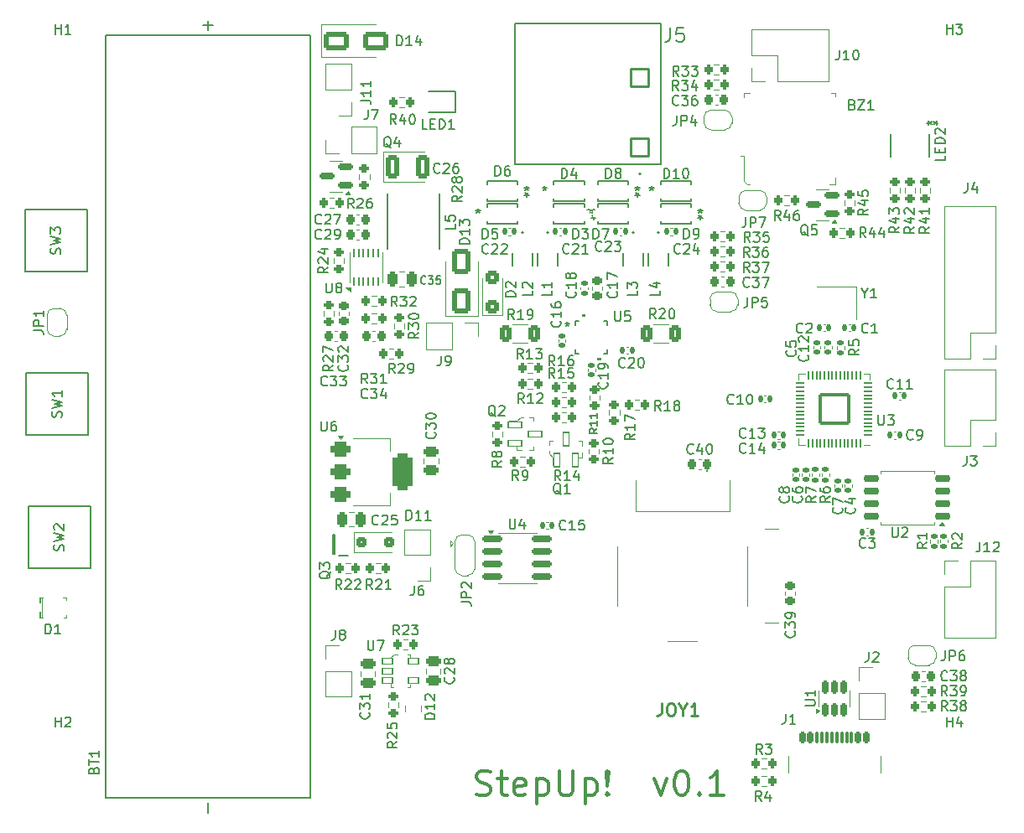
<source format=gbr>
%TF.GenerationSoftware,KiCad,Pcbnew,8.0.2*%
%TF.CreationDate,2024-05-27T20:09:12+01:00*%
%TF.ProjectId,StepUp,53746570-5570-42e6-9b69-6361645f7063,v1.0*%
%TF.SameCoordinates,Original*%
%TF.FileFunction,Legend,Top*%
%TF.FilePolarity,Positive*%
%FSLAX46Y46*%
G04 Gerber Fmt 4.6, Leading zero omitted, Abs format (unit mm)*
G04 Created by KiCad (PCBNEW 8.0.2) date 2024-05-27 20:09:12*
%MOMM*%
%LPD*%
G01*
G04 APERTURE LIST*
G04 Aperture macros list*
%AMRoundRect*
0 Rectangle with rounded corners*
0 $1 Rounding radius*
0 $2 $3 $4 $5 $6 $7 $8 $9 X,Y pos of 4 corners*
0 Add a 4 corners polygon primitive as box body*
4,1,4,$2,$3,$4,$5,$6,$7,$8,$9,$2,$3,0*
0 Add four circle primitives for the rounded corners*
1,1,$1+$1,$2,$3*
1,1,$1+$1,$4,$5*
1,1,$1+$1,$6,$7*
1,1,$1+$1,$8,$9*
0 Add four rect primitives between the rounded corners*
20,1,$1+$1,$2,$3,$4,$5,0*
20,1,$1+$1,$4,$5,$6,$7,0*
20,1,$1+$1,$6,$7,$8,$9,0*
20,1,$1+$1,$8,$9,$2,$3,0*%
%AMFreePoly0*
4,1,19,0.500000,-0.750000,0.000000,-0.750000,0.000000,-0.744911,-0.071157,-0.744911,-0.207708,-0.704816,-0.327430,-0.627875,-0.420627,-0.520320,-0.479746,-0.390866,-0.500000,-0.250000,-0.500000,0.250000,-0.479746,0.390866,-0.420627,0.520320,-0.327430,0.627875,-0.207708,0.704816,-0.071157,0.744911,0.000000,0.744911,0.000000,0.750000,0.500000,0.750000,0.500000,-0.750000,0.500000,-0.750000,
$1*%
%AMFreePoly1*
4,1,19,0.000000,0.744911,0.071157,0.744911,0.207708,0.704816,0.327430,0.627875,0.420627,0.520320,0.479746,0.390866,0.500000,0.250000,0.500000,-0.250000,0.479746,-0.390866,0.420627,-0.520320,0.327430,-0.627875,0.207708,-0.704816,0.071157,-0.744911,0.000000,-0.744911,0.000000,-0.750000,-0.500000,-0.750000,-0.500000,0.750000,0.000000,0.750000,0.000000,0.744911,0.000000,0.744911,
$1*%
%AMFreePoly2*
4,1,19,0.550000,-0.750000,0.000000,-0.750000,0.000000,-0.744911,-0.071157,-0.744911,-0.207708,-0.704816,-0.327430,-0.627875,-0.420627,-0.520320,-0.479746,-0.390866,-0.500000,-0.250000,-0.500000,0.250000,-0.479746,0.390866,-0.420627,0.520320,-0.327430,0.627875,-0.207708,0.704816,-0.071157,0.744911,0.000000,0.744911,0.000000,0.750000,0.550000,0.750000,0.550000,-0.750000,0.550000,-0.750000,
$1*%
%AMFreePoly3*
4,1,19,0.000000,0.744911,0.071157,0.744911,0.207708,0.704816,0.327430,0.627875,0.420627,0.520320,0.479746,0.390866,0.500000,0.250000,0.500000,-0.250000,0.479746,-0.390866,0.420627,-0.520320,0.327430,-0.627875,0.207708,-0.704816,0.071157,-0.744911,0.000000,-0.744911,0.000000,-0.750000,-0.550000,-0.750000,-0.550000,0.750000,0.000000,0.750000,0.000000,0.744911,0.000000,0.744911,
$1*%
G04 Aperture macros list end*
%ADD10C,0.300000*%
%ADD11C,0.150000*%
%ADD12C,0.254000*%
%ADD13C,0.152400*%
%ADD14C,0.120000*%
%ADD15C,0.127000*%
%ADD16C,0.200000*%
%ADD17C,0.100000*%
%ADD18C,0.000000*%
%ADD19R,0.863600X0.787400*%
%ADD20RoundRect,0.250000X0.312500X0.625000X-0.312500X0.625000X-0.312500X-0.625000X0.312500X-0.625000X0*%
%ADD21C,3.550000*%
%ADD22C,2.390000*%
%ADD23C,2.184000*%
%ADD24FreePoly0,180.000000*%
%ADD25FreePoly1,180.000000*%
%ADD26RoundRect,0.150000X0.587500X0.150000X-0.587500X0.150000X-0.587500X-0.150000X0.587500X-0.150000X0*%
%ADD27RoundRect,0.140000X0.140000X0.170000X-0.140000X0.170000X-0.140000X-0.170000X0.140000X-0.170000X0*%
%ADD28RoundRect,0.140000X0.170000X-0.140000X0.170000X0.140000X-0.170000X0.140000X-0.170000X-0.140000X0*%
%ADD29RoundRect,0.135000X0.185000X-0.135000X0.185000X0.135000X-0.185000X0.135000X-0.185000X-0.135000X0*%
%ADD30RoundRect,0.140000X-0.170000X0.140000X-0.170000X-0.140000X0.170000X-0.140000X0.170000X0.140000X0*%
%ADD31C,0.650000*%
%ADD32RoundRect,0.150000X-0.150000X-0.425000X0.150000X-0.425000X0.150000X0.425000X-0.150000X0.425000X0*%
%ADD33RoundRect,0.075000X-0.075000X-0.500000X0.075000X-0.500000X0.075000X0.500000X-0.075000X0.500000X0*%
%ADD34O,1.000000X2.100000*%
%ADD35O,1.000000X1.800000*%
%ADD36RoundRect,0.140000X-0.140000X-0.170000X0.140000X-0.170000X0.140000X0.170000X-0.140000X0.170000X0*%
%ADD37RoundRect,0.200000X-0.200000X-0.275000X0.200000X-0.275000X0.200000X0.275000X-0.200000X0.275000X0*%
%ADD38RoundRect,0.225000X0.225000X0.250000X-0.225000X0.250000X-0.225000X-0.250000X0.225000X-0.250000X0*%
%ADD39RoundRect,0.200000X-0.275000X0.200000X-0.275000X-0.200000X0.275000X-0.200000X0.275000X0.200000X0*%
%ADD40RoundRect,0.200000X0.200000X0.275000X-0.200000X0.275000X-0.200000X-0.275000X0.200000X-0.275000X0*%
%ADD41RoundRect,0.225000X-0.225000X-0.250000X0.225000X-0.250000X0.225000X0.250000X-0.225000X0.250000X0*%
%ADD42RoundRect,0.200000X0.275000X-0.200000X0.275000X0.200000X-0.275000X0.200000X-0.275000X-0.200000X0*%
%ADD43R,1.000000X0.550000*%
%ADD44RoundRect,0.050000X0.387500X0.050000X-0.387500X0.050000X-0.387500X-0.050000X0.387500X-0.050000X0*%
%ADD45RoundRect,0.050000X0.050000X0.387500X-0.050000X0.387500X-0.050000X-0.387500X0.050000X-0.387500X0*%
%ADD46RoundRect,0.144000X1.456000X1.456000X-1.456000X1.456000X-1.456000X-1.456000X1.456000X-1.456000X0*%
%ADD47C,1.650000*%
%ADD48C,1.950000*%
%ADD49C,2.400000*%
%ADD50R,0.711200X1.219200*%
%ADD51C,3.200000*%
%ADD52R,1.753400X0.912000*%
%ADD53FreePoly2,270.000000*%
%ADD54R,1.500000X1.000000*%
%ADD55FreePoly3,270.000000*%
%ADD56RoundRect,0.062500X0.062500X-0.362500X0.062500X0.362500X-0.062500X0.362500X-0.062500X-0.362500X0*%
%ADD57R,2.500000X1.600000*%
%ADD58R,0.900000X0.950000*%
%ADD59RoundRect,0.150000X0.650000X0.150000X-0.650000X0.150000X-0.650000X-0.150000X0.650000X-0.150000X0*%
%ADD60R,1.200000X1.200000*%
%ADD61R,1.700000X1.700000*%
%ADD62O,1.700000X1.700000*%
%ADD63R,1.300000X3.400000*%
%ADD64RoundRect,0.250000X0.650000X-1.000000X0.650000X1.000000X-0.650000X1.000000X-0.650000X-1.000000X0*%
%ADD65RoundRect,0.150000X-0.825000X-0.150000X0.825000X-0.150000X0.825000X0.150000X-0.825000X0.150000X0*%
%ADD66RoundRect,0.250000X-0.250000X-0.475000X0.250000X-0.475000X0.250000X0.475000X-0.250000X0.475000X0*%
%ADD67FreePoly0,90.000000*%
%ADD68FreePoly1,90.000000*%
%ADD69RoundRect,0.225000X-0.250000X0.225000X-0.250000X-0.225000X0.250000X-0.225000X0.250000X0.225000X0*%
%ADD70R,0.889000X0.533400*%
%ADD71RoundRect,0.250000X0.250000X0.475000X-0.250000X0.475000X-0.250000X-0.475000X0.250000X-0.475000X0*%
%ADD72RoundRect,0.102000X0.900000X0.900000X-0.900000X0.900000X-0.900000X-0.900000X0.900000X-0.900000X0*%
%ADD73C,2.004000*%
%ADD74R,1.400000X1.200000*%
%ADD75RoundRect,0.250000X-0.312500X-0.625000X0.312500X-0.625000X0.312500X0.625000X-0.312500X0.625000X0*%
%ADD76RoundRect,0.375000X-0.625000X-0.375000X0.625000X-0.375000X0.625000X0.375000X-0.625000X0.375000X0*%
%ADD77RoundRect,0.500000X-0.500000X-1.400000X0.500000X-1.400000X0.500000X1.400000X-0.500000X1.400000X0*%
%ADD78RoundRect,0.135000X-0.185000X0.135000X-0.185000X-0.135000X0.185000X-0.135000X0.185000X0.135000X0*%
%ADD79R,0.762000X0.254000*%
%ADD80R,0.254000X0.762000*%
%ADD81R,1.701800X1.701800*%
%ADD82RoundRect,0.250000X0.475000X-0.250000X0.475000X0.250000X-0.475000X0.250000X-0.475000X-0.250000X0*%
%ADD83RoundRect,0.250000X-0.412500X-0.925000X0.412500X-0.925000X0.412500X0.925000X-0.412500X0.925000X0*%
%ADD84RoundRect,0.070000X0.300000X-0.650000X0.300000X0.650000X-0.300000X0.650000X-0.300000X-0.650000X0*%
%ADD85R,2.200000X2.150000*%
%ADD86RoundRect,0.250000X-0.475000X0.250000X-0.475000X-0.250000X0.475000X-0.250000X0.475000X0.250000X0*%
%ADD87RoundRect,0.070000X-0.525000X0.300000X-0.525000X-0.300000X0.525000X-0.300000X0.525000X0.300000X0*%
%ADD88R,0.950000X1.400000*%
%ADD89RoundRect,0.070000X-0.650000X-0.300000X0.650000X-0.300000X0.650000X0.300000X-0.650000X0.300000X0*%
%ADD90RoundRect,0.225000X0.250000X-0.225000X0.250000X0.225000X-0.250000X0.225000X-0.250000X-0.225000X0*%
%ADD91RoundRect,0.250000X0.450000X-0.400000X0.450000X0.400000X-0.450000X0.400000X-0.450000X-0.400000X0*%
%ADD92RoundRect,0.250000X-1.000000X-0.650000X1.000000X-0.650000X1.000000X0.650000X-1.000000X0.650000X0*%
%ADD93RoundRect,0.150000X0.150000X-0.512500X0.150000X0.512500X-0.150000X0.512500X-0.150000X-0.512500X0*%
%ADD94RoundRect,0.250000X-0.300000X-0.300000X0.300000X-0.300000X0.300000X0.300000X-0.300000X0.300000X0*%
G04 APERTURE END LIST*
D10*
X131773558Y-143059400D02*
X132130701Y-143178447D01*
X132130701Y-143178447D02*
X132725939Y-143178447D01*
X132725939Y-143178447D02*
X132964034Y-143059400D01*
X132964034Y-143059400D02*
X133083082Y-142940352D01*
X133083082Y-142940352D02*
X133202129Y-142702257D01*
X133202129Y-142702257D02*
X133202129Y-142464161D01*
X133202129Y-142464161D02*
X133083082Y-142226066D01*
X133083082Y-142226066D02*
X132964034Y-142107019D01*
X132964034Y-142107019D02*
X132725939Y-141987971D01*
X132725939Y-141987971D02*
X132249748Y-141868923D01*
X132249748Y-141868923D02*
X132011653Y-141749876D01*
X132011653Y-141749876D02*
X131892606Y-141630828D01*
X131892606Y-141630828D02*
X131773558Y-141392733D01*
X131773558Y-141392733D02*
X131773558Y-141154638D01*
X131773558Y-141154638D02*
X131892606Y-140916542D01*
X131892606Y-140916542D02*
X132011653Y-140797495D01*
X132011653Y-140797495D02*
X132249748Y-140678447D01*
X132249748Y-140678447D02*
X132844987Y-140678447D01*
X132844987Y-140678447D02*
X133202129Y-140797495D01*
X133916415Y-141511780D02*
X134868796Y-141511780D01*
X134273558Y-140678447D02*
X134273558Y-142821304D01*
X134273558Y-142821304D02*
X134392605Y-143059400D01*
X134392605Y-143059400D02*
X134630700Y-143178447D01*
X134630700Y-143178447D02*
X134868796Y-143178447D01*
X136654510Y-143059400D02*
X136416414Y-143178447D01*
X136416414Y-143178447D02*
X135940224Y-143178447D01*
X135940224Y-143178447D02*
X135702129Y-143059400D01*
X135702129Y-143059400D02*
X135583081Y-142821304D01*
X135583081Y-142821304D02*
X135583081Y-141868923D01*
X135583081Y-141868923D02*
X135702129Y-141630828D01*
X135702129Y-141630828D02*
X135940224Y-141511780D01*
X135940224Y-141511780D02*
X136416414Y-141511780D01*
X136416414Y-141511780D02*
X136654510Y-141630828D01*
X136654510Y-141630828D02*
X136773557Y-141868923D01*
X136773557Y-141868923D02*
X136773557Y-142107019D01*
X136773557Y-142107019D02*
X135583081Y-142345114D01*
X137844986Y-141511780D02*
X137844986Y-144011780D01*
X137844986Y-141630828D02*
X138083081Y-141511780D01*
X138083081Y-141511780D02*
X138559271Y-141511780D01*
X138559271Y-141511780D02*
X138797367Y-141630828D01*
X138797367Y-141630828D02*
X138916414Y-141749876D01*
X138916414Y-141749876D02*
X139035462Y-141987971D01*
X139035462Y-141987971D02*
X139035462Y-142702257D01*
X139035462Y-142702257D02*
X138916414Y-142940352D01*
X138916414Y-142940352D02*
X138797367Y-143059400D01*
X138797367Y-143059400D02*
X138559271Y-143178447D01*
X138559271Y-143178447D02*
X138083081Y-143178447D01*
X138083081Y-143178447D02*
X137844986Y-143059400D01*
X140106891Y-140678447D02*
X140106891Y-142702257D01*
X140106891Y-142702257D02*
X140225938Y-142940352D01*
X140225938Y-142940352D02*
X140344986Y-143059400D01*
X140344986Y-143059400D02*
X140583081Y-143178447D01*
X140583081Y-143178447D02*
X141059272Y-143178447D01*
X141059272Y-143178447D02*
X141297367Y-143059400D01*
X141297367Y-143059400D02*
X141416414Y-142940352D01*
X141416414Y-142940352D02*
X141535462Y-142702257D01*
X141535462Y-142702257D02*
X141535462Y-140678447D01*
X142725939Y-141511780D02*
X142725939Y-144011780D01*
X142725939Y-141630828D02*
X142964034Y-141511780D01*
X142964034Y-141511780D02*
X143440224Y-141511780D01*
X143440224Y-141511780D02*
X143678320Y-141630828D01*
X143678320Y-141630828D02*
X143797367Y-141749876D01*
X143797367Y-141749876D02*
X143916415Y-141987971D01*
X143916415Y-141987971D02*
X143916415Y-142702257D01*
X143916415Y-142702257D02*
X143797367Y-142940352D01*
X143797367Y-142940352D02*
X143678320Y-143059400D01*
X143678320Y-143059400D02*
X143440224Y-143178447D01*
X143440224Y-143178447D02*
X142964034Y-143178447D01*
X142964034Y-143178447D02*
X142725939Y-143059400D01*
X144987844Y-142940352D02*
X145106891Y-143059400D01*
X145106891Y-143059400D02*
X144987844Y-143178447D01*
X144987844Y-143178447D02*
X144868796Y-143059400D01*
X144868796Y-143059400D02*
X144987844Y-142940352D01*
X144987844Y-142940352D02*
X144987844Y-143178447D01*
X144987844Y-142226066D02*
X144868796Y-140797495D01*
X144868796Y-140797495D02*
X144987844Y-140678447D01*
X144987844Y-140678447D02*
X145106891Y-140797495D01*
X145106891Y-140797495D02*
X144987844Y-142226066D01*
X144987844Y-142226066D02*
X144987844Y-140678447D01*
X149749748Y-141511780D02*
X150344986Y-143178447D01*
X150344986Y-143178447D02*
X150940225Y-141511780D01*
X152368796Y-140678447D02*
X152606891Y-140678447D01*
X152606891Y-140678447D02*
X152844987Y-140797495D01*
X152844987Y-140797495D02*
X152964034Y-140916542D01*
X152964034Y-140916542D02*
X153083082Y-141154638D01*
X153083082Y-141154638D02*
X153202129Y-141630828D01*
X153202129Y-141630828D02*
X153202129Y-142226066D01*
X153202129Y-142226066D02*
X153083082Y-142702257D01*
X153083082Y-142702257D02*
X152964034Y-142940352D01*
X152964034Y-142940352D02*
X152844987Y-143059400D01*
X152844987Y-143059400D02*
X152606891Y-143178447D01*
X152606891Y-143178447D02*
X152368796Y-143178447D01*
X152368796Y-143178447D02*
X152130701Y-143059400D01*
X152130701Y-143059400D02*
X152011653Y-142940352D01*
X152011653Y-142940352D02*
X151892606Y-142702257D01*
X151892606Y-142702257D02*
X151773558Y-142226066D01*
X151773558Y-142226066D02*
X151773558Y-141630828D01*
X151773558Y-141630828D02*
X151892606Y-141154638D01*
X151892606Y-141154638D02*
X152011653Y-140916542D01*
X152011653Y-140916542D02*
X152130701Y-140797495D01*
X152130701Y-140797495D02*
X152368796Y-140678447D01*
X154273558Y-142940352D02*
X154392605Y-143059400D01*
X154392605Y-143059400D02*
X154273558Y-143178447D01*
X154273558Y-143178447D02*
X154154510Y-143059400D01*
X154154510Y-143059400D02*
X154273558Y-142940352D01*
X154273558Y-142940352D02*
X154273558Y-143178447D01*
X156773557Y-143178447D02*
X155344986Y-143178447D01*
X156059272Y-143178447D02*
X156059272Y-140678447D01*
X156059272Y-140678447D02*
X155821176Y-141035590D01*
X155821176Y-141035590D02*
X155583081Y-141273685D01*
X155583081Y-141273685D02*
X155344986Y-141392733D01*
D11*
X141527305Y-86922820D02*
X141527305Y-85922820D01*
X141527305Y-85922820D02*
X141765400Y-85922820D01*
X141765400Y-85922820D02*
X141908257Y-85970439D01*
X141908257Y-85970439D02*
X142003495Y-86065677D01*
X142003495Y-86065677D02*
X142051114Y-86160915D01*
X142051114Y-86160915D02*
X142098733Y-86351391D01*
X142098733Y-86351391D02*
X142098733Y-86494248D01*
X142098733Y-86494248D02*
X142051114Y-86684724D01*
X142051114Y-86684724D02*
X142003495Y-86779962D01*
X142003495Y-86779962D02*
X141908257Y-86875201D01*
X141908257Y-86875201D02*
X141765400Y-86922820D01*
X141765400Y-86922820D02*
X141527305Y-86922820D01*
X142432067Y-85922820D02*
X143051114Y-85922820D01*
X143051114Y-85922820D02*
X142717781Y-86303772D01*
X142717781Y-86303772D02*
X142860638Y-86303772D01*
X142860638Y-86303772D02*
X142955876Y-86351391D01*
X142955876Y-86351391D02*
X143003495Y-86399010D01*
X143003495Y-86399010D02*
X143051114Y-86494248D01*
X143051114Y-86494248D02*
X143051114Y-86732343D01*
X143051114Y-86732343D02*
X143003495Y-86827581D01*
X143003495Y-86827581D02*
X142955876Y-86875201D01*
X142955876Y-86875201D02*
X142860638Y-86922820D01*
X142860638Y-86922820D02*
X142574924Y-86922820D01*
X142574924Y-86922820D02*
X142479686Y-86875201D01*
X142479686Y-86875201D02*
X142432067Y-86827581D01*
X143573598Y-84974780D02*
X143573598Y-84736685D01*
X143811693Y-84831923D02*
X143573598Y-84736685D01*
X143573598Y-84736685D02*
X143335503Y-84831923D01*
X143716455Y-84546209D02*
X143573598Y-84736685D01*
X143573598Y-84736685D02*
X143430741Y-84546209D01*
X143573599Y-83884419D02*
X143573599Y-84122514D01*
X143335504Y-84027276D02*
X143573599Y-84122514D01*
X143573599Y-84122514D02*
X143811694Y-84027276D01*
X143430742Y-84312990D02*
X143573599Y-84122514D01*
X143573599Y-84122514D02*
X143716456Y-84312990D01*
X149857142Y-95004819D02*
X149523809Y-94528628D01*
X149285714Y-95004819D02*
X149285714Y-94004819D01*
X149285714Y-94004819D02*
X149666666Y-94004819D01*
X149666666Y-94004819D02*
X149761904Y-94052438D01*
X149761904Y-94052438D02*
X149809523Y-94100057D01*
X149809523Y-94100057D02*
X149857142Y-94195295D01*
X149857142Y-94195295D02*
X149857142Y-94338152D01*
X149857142Y-94338152D02*
X149809523Y-94433390D01*
X149809523Y-94433390D02*
X149761904Y-94481009D01*
X149761904Y-94481009D02*
X149666666Y-94528628D01*
X149666666Y-94528628D02*
X149285714Y-94528628D01*
X150238095Y-94100057D02*
X150285714Y-94052438D01*
X150285714Y-94052438D02*
X150380952Y-94004819D01*
X150380952Y-94004819D02*
X150619047Y-94004819D01*
X150619047Y-94004819D02*
X150714285Y-94052438D01*
X150714285Y-94052438D02*
X150761904Y-94100057D01*
X150761904Y-94100057D02*
X150809523Y-94195295D01*
X150809523Y-94195295D02*
X150809523Y-94290533D01*
X150809523Y-94290533D02*
X150761904Y-94433390D01*
X150761904Y-94433390D02*
X150190476Y-95004819D01*
X150190476Y-95004819D02*
X150809523Y-95004819D01*
X151428571Y-94004819D02*
X151523809Y-94004819D01*
X151523809Y-94004819D02*
X151619047Y-94052438D01*
X151619047Y-94052438D02*
X151666666Y-94100057D01*
X151666666Y-94100057D02*
X151714285Y-94195295D01*
X151714285Y-94195295D02*
X151761904Y-94385771D01*
X151761904Y-94385771D02*
X151761904Y-94623866D01*
X151761904Y-94623866D02*
X151714285Y-94814342D01*
X151714285Y-94814342D02*
X151666666Y-94909580D01*
X151666666Y-94909580D02*
X151619047Y-94957200D01*
X151619047Y-94957200D02*
X151523809Y-95004819D01*
X151523809Y-95004819D02*
X151428571Y-95004819D01*
X151428571Y-95004819D02*
X151333333Y-94957200D01*
X151333333Y-94957200D02*
X151285714Y-94909580D01*
X151285714Y-94909580D02*
X151238095Y-94814342D01*
X151238095Y-94814342D02*
X151190476Y-94623866D01*
X151190476Y-94623866D02*
X151190476Y-94385771D01*
X151190476Y-94385771D02*
X151238095Y-94195295D01*
X151238095Y-94195295D02*
X151285714Y-94100057D01*
X151285714Y-94100057D02*
X151333333Y-94052438D01*
X151333333Y-94052438D02*
X151428571Y-94004819D01*
X93149009Y-140612714D02*
X93196628Y-140469857D01*
X93196628Y-140469857D02*
X93244247Y-140422238D01*
X93244247Y-140422238D02*
X93339485Y-140374619D01*
X93339485Y-140374619D02*
X93482342Y-140374619D01*
X93482342Y-140374619D02*
X93577580Y-140422238D01*
X93577580Y-140422238D02*
X93625200Y-140469857D01*
X93625200Y-140469857D02*
X93672819Y-140565095D01*
X93672819Y-140565095D02*
X93672819Y-140946047D01*
X93672819Y-140946047D02*
X92672819Y-140946047D01*
X92672819Y-140946047D02*
X92672819Y-140612714D01*
X92672819Y-140612714D02*
X92720438Y-140517476D01*
X92720438Y-140517476D02*
X92768057Y-140469857D01*
X92768057Y-140469857D02*
X92863295Y-140422238D01*
X92863295Y-140422238D02*
X92958533Y-140422238D01*
X92958533Y-140422238D02*
X93053771Y-140469857D01*
X93053771Y-140469857D02*
X93101390Y-140517476D01*
X93101390Y-140517476D02*
X93149009Y-140612714D01*
X93149009Y-140612714D02*
X93149009Y-140946047D01*
X92672819Y-140088904D02*
X92672819Y-139517476D01*
X93672819Y-139803190D02*
X92672819Y-139803190D01*
X93672819Y-138660333D02*
X93672819Y-139231761D01*
X93672819Y-138946047D02*
X92672819Y-138946047D01*
X92672819Y-138946047D02*
X92815676Y-139041285D01*
X92815676Y-139041285D02*
X92910914Y-139136523D01*
X92910914Y-139136523D02*
X92958533Y-139231761D01*
X158937666Y-84786819D02*
X158937666Y-85501104D01*
X158937666Y-85501104D02*
X158890047Y-85643961D01*
X158890047Y-85643961D02*
X158794809Y-85739200D01*
X158794809Y-85739200D02*
X158651952Y-85786819D01*
X158651952Y-85786819D02*
X158556714Y-85786819D01*
X159413857Y-85786819D02*
X159413857Y-84786819D01*
X159413857Y-84786819D02*
X159794809Y-84786819D01*
X159794809Y-84786819D02*
X159890047Y-84834438D01*
X159890047Y-84834438D02*
X159937666Y-84882057D01*
X159937666Y-84882057D02*
X159985285Y-84977295D01*
X159985285Y-84977295D02*
X159985285Y-85120152D01*
X159985285Y-85120152D02*
X159937666Y-85215390D01*
X159937666Y-85215390D02*
X159890047Y-85263009D01*
X159890047Y-85263009D02*
X159794809Y-85310628D01*
X159794809Y-85310628D02*
X159413857Y-85310628D01*
X160318619Y-84786819D02*
X160985285Y-84786819D01*
X160985285Y-84786819D02*
X160556714Y-85786819D01*
X123154761Y-77750057D02*
X123059523Y-77702438D01*
X123059523Y-77702438D02*
X122964285Y-77607200D01*
X122964285Y-77607200D02*
X122821428Y-77464342D01*
X122821428Y-77464342D02*
X122726190Y-77416723D01*
X122726190Y-77416723D02*
X122630952Y-77416723D01*
X122678571Y-77654819D02*
X122583333Y-77607200D01*
X122583333Y-77607200D02*
X122488095Y-77511961D01*
X122488095Y-77511961D02*
X122440476Y-77321485D01*
X122440476Y-77321485D02*
X122440476Y-76988152D01*
X122440476Y-76988152D02*
X122488095Y-76797676D01*
X122488095Y-76797676D02*
X122583333Y-76702438D01*
X122583333Y-76702438D02*
X122678571Y-76654819D01*
X122678571Y-76654819D02*
X122869047Y-76654819D01*
X122869047Y-76654819D02*
X122964285Y-76702438D01*
X122964285Y-76702438D02*
X123059523Y-76797676D01*
X123059523Y-76797676D02*
X123107142Y-76988152D01*
X123107142Y-76988152D02*
X123107142Y-77321485D01*
X123107142Y-77321485D02*
X123059523Y-77511961D01*
X123059523Y-77511961D02*
X122964285Y-77607200D01*
X122964285Y-77607200D02*
X122869047Y-77654819D01*
X122869047Y-77654819D02*
X122678571Y-77654819D01*
X123964285Y-76988152D02*
X123964285Y-77654819D01*
X123726190Y-76607200D02*
X123488095Y-77321485D01*
X123488095Y-77321485D02*
X124107142Y-77321485D01*
X157724642Y-103568080D02*
X157677023Y-103615700D01*
X157677023Y-103615700D02*
X157534166Y-103663319D01*
X157534166Y-103663319D02*
X157438928Y-103663319D01*
X157438928Y-103663319D02*
X157296071Y-103615700D01*
X157296071Y-103615700D02*
X157200833Y-103520461D01*
X157200833Y-103520461D02*
X157153214Y-103425223D01*
X157153214Y-103425223D02*
X157105595Y-103234747D01*
X157105595Y-103234747D02*
X157105595Y-103091890D01*
X157105595Y-103091890D02*
X157153214Y-102901414D01*
X157153214Y-102901414D02*
X157200833Y-102806176D01*
X157200833Y-102806176D02*
X157296071Y-102710938D01*
X157296071Y-102710938D02*
X157438928Y-102663319D01*
X157438928Y-102663319D02*
X157534166Y-102663319D01*
X157534166Y-102663319D02*
X157677023Y-102710938D01*
X157677023Y-102710938D02*
X157724642Y-102758557D01*
X158677023Y-103663319D02*
X158105595Y-103663319D01*
X158391309Y-103663319D02*
X158391309Y-102663319D01*
X158391309Y-102663319D02*
X158296071Y-102806176D01*
X158296071Y-102806176D02*
X158200833Y-102901414D01*
X158200833Y-102901414D02*
X158105595Y-102949033D01*
X159296071Y-102663319D02*
X159391309Y-102663319D01*
X159391309Y-102663319D02*
X159486547Y-102710938D01*
X159486547Y-102710938D02*
X159534166Y-102758557D01*
X159534166Y-102758557D02*
X159581785Y-102853795D01*
X159581785Y-102853795D02*
X159629404Y-103044271D01*
X159629404Y-103044271D02*
X159629404Y-103282366D01*
X159629404Y-103282366D02*
X159581785Y-103472842D01*
X159581785Y-103472842D02*
X159534166Y-103568080D01*
X159534166Y-103568080D02*
X159486547Y-103615700D01*
X159486547Y-103615700D02*
X159391309Y-103663319D01*
X159391309Y-103663319D02*
X159296071Y-103663319D01*
X159296071Y-103663319D02*
X159200833Y-103615700D01*
X159200833Y-103615700D02*
X159153214Y-103568080D01*
X159153214Y-103568080D02*
X159105595Y-103472842D01*
X159105595Y-103472842D02*
X159057976Y-103282366D01*
X159057976Y-103282366D02*
X159057976Y-103044271D01*
X159057976Y-103044271D02*
X159105595Y-102853795D01*
X159105595Y-102853795D02*
X159153214Y-102758557D01*
X159153214Y-102758557D02*
X159200833Y-102710938D01*
X159200833Y-102710938D02*
X159296071Y-102663319D01*
X163935580Y-98210666D02*
X163983200Y-98258285D01*
X163983200Y-98258285D02*
X164030819Y-98401142D01*
X164030819Y-98401142D02*
X164030819Y-98496380D01*
X164030819Y-98496380D02*
X163983200Y-98639237D01*
X163983200Y-98639237D02*
X163887961Y-98734475D01*
X163887961Y-98734475D02*
X163792723Y-98782094D01*
X163792723Y-98782094D02*
X163602247Y-98829713D01*
X163602247Y-98829713D02*
X163459390Y-98829713D01*
X163459390Y-98829713D02*
X163268914Y-98782094D01*
X163268914Y-98782094D02*
X163173676Y-98734475D01*
X163173676Y-98734475D02*
X163078438Y-98639237D01*
X163078438Y-98639237D02*
X163030819Y-98496380D01*
X163030819Y-98496380D02*
X163030819Y-98401142D01*
X163030819Y-98401142D02*
X163078438Y-98258285D01*
X163078438Y-98258285D02*
X163126057Y-98210666D01*
X163030819Y-97305904D02*
X163030819Y-97782094D01*
X163030819Y-97782094D02*
X163507009Y-97829713D01*
X163507009Y-97829713D02*
X163459390Y-97782094D01*
X163459390Y-97782094D02*
X163411771Y-97686856D01*
X163411771Y-97686856D02*
X163411771Y-97448761D01*
X163411771Y-97448761D02*
X163459390Y-97353523D01*
X163459390Y-97353523D02*
X163507009Y-97305904D01*
X163507009Y-97305904D02*
X163602247Y-97258285D01*
X163602247Y-97258285D02*
X163840342Y-97258285D01*
X163840342Y-97258285D02*
X163935580Y-97305904D01*
X163935580Y-97305904D02*
X163983200Y-97353523D01*
X163983200Y-97353523D02*
X164030819Y-97448761D01*
X164030819Y-97448761D02*
X164030819Y-97686856D01*
X164030819Y-97686856D02*
X163983200Y-97782094D01*
X163983200Y-97782094D02*
X163935580Y-97829713D01*
X167454819Y-112966666D02*
X166978628Y-113299999D01*
X167454819Y-113538094D02*
X166454819Y-113538094D01*
X166454819Y-113538094D02*
X166454819Y-113157142D01*
X166454819Y-113157142D02*
X166502438Y-113061904D01*
X166502438Y-113061904D02*
X166550057Y-113014285D01*
X166550057Y-113014285D02*
X166645295Y-112966666D01*
X166645295Y-112966666D02*
X166788152Y-112966666D01*
X166788152Y-112966666D02*
X166883390Y-113014285D01*
X166883390Y-113014285D02*
X166931009Y-113061904D01*
X166931009Y-113061904D02*
X166978628Y-113157142D01*
X166978628Y-113157142D02*
X166978628Y-113538094D01*
X166454819Y-112109523D02*
X166454819Y-112299999D01*
X166454819Y-112299999D02*
X166502438Y-112395237D01*
X166502438Y-112395237D02*
X166550057Y-112442856D01*
X166550057Y-112442856D02*
X166692914Y-112538094D01*
X166692914Y-112538094D02*
X166883390Y-112585713D01*
X166883390Y-112585713D02*
X167264342Y-112585713D01*
X167264342Y-112585713D02*
X167359580Y-112538094D01*
X167359580Y-112538094D02*
X167407200Y-112490475D01*
X167407200Y-112490475D02*
X167454819Y-112395237D01*
X167454819Y-112395237D02*
X167454819Y-112204761D01*
X167454819Y-112204761D02*
X167407200Y-112109523D01*
X167407200Y-112109523D02*
X167359580Y-112061904D01*
X167359580Y-112061904D02*
X167264342Y-112014285D01*
X167264342Y-112014285D02*
X167026247Y-112014285D01*
X167026247Y-112014285D02*
X166931009Y-112061904D01*
X166931009Y-112061904D02*
X166883390Y-112109523D01*
X166883390Y-112109523D02*
X166835771Y-112204761D01*
X166835771Y-112204761D02*
X166835771Y-112395237D01*
X166835771Y-112395237D02*
X166883390Y-112490475D01*
X166883390Y-112490475D02*
X166931009Y-112538094D01*
X166931009Y-112538094D02*
X167026247Y-112585713D01*
X163259580Y-112966666D02*
X163307200Y-113014285D01*
X163307200Y-113014285D02*
X163354819Y-113157142D01*
X163354819Y-113157142D02*
X163354819Y-113252380D01*
X163354819Y-113252380D02*
X163307200Y-113395237D01*
X163307200Y-113395237D02*
X163211961Y-113490475D01*
X163211961Y-113490475D02*
X163116723Y-113538094D01*
X163116723Y-113538094D02*
X162926247Y-113585713D01*
X162926247Y-113585713D02*
X162783390Y-113585713D01*
X162783390Y-113585713D02*
X162592914Y-113538094D01*
X162592914Y-113538094D02*
X162497676Y-113490475D01*
X162497676Y-113490475D02*
X162402438Y-113395237D01*
X162402438Y-113395237D02*
X162354819Y-113252380D01*
X162354819Y-113252380D02*
X162354819Y-113157142D01*
X162354819Y-113157142D02*
X162402438Y-113014285D01*
X162402438Y-113014285D02*
X162450057Y-112966666D01*
X162783390Y-112395237D02*
X162735771Y-112490475D01*
X162735771Y-112490475D02*
X162688152Y-112538094D01*
X162688152Y-112538094D02*
X162592914Y-112585713D01*
X162592914Y-112585713D02*
X162545295Y-112585713D01*
X162545295Y-112585713D02*
X162450057Y-112538094D01*
X162450057Y-112538094D02*
X162402438Y-112490475D01*
X162402438Y-112490475D02*
X162354819Y-112395237D01*
X162354819Y-112395237D02*
X162354819Y-112204761D01*
X162354819Y-112204761D02*
X162402438Y-112109523D01*
X162402438Y-112109523D02*
X162450057Y-112061904D01*
X162450057Y-112061904D02*
X162545295Y-112014285D01*
X162545295Y-112014285D02*
X162592914Y-112014285D01*
X162592914Y-112014285D02*
X162688152Y-112061904D01*
X162688152Y-112061904D02*
X162735771Y-112109523D01*
X162735771Y-112109523D02*
X162783390Y-112204761D01*
X162783390Y-112204761D02*
X162783390Y-112395237D01*
X162783390Y-112395237D02*
X162831009Y-112490475D01*
X162831009Y-112490475D02*
X162878628Y-112538094D01*
X162878628Y-112538094D02*
X162973866Y-112585713D01*
X162973866Y-112585713D02*
X163164342Y-112585713D01*
X163164342Y-112585713D02*
X163259580Y-112538094D01*
X163259580Y-112538094D02*
X163307200Y-112490475D01*
X163307200Y-112490475D02*
X163354819Y-112395237D01*
X163354819Y-112395237D02*
X163354819Y-112204761D01*
X163354819Y-112204761D02*
X163307200Y-112109523D01*
X163307200Y-112109523D02*
X163259580Y-112061904D01*
X163259580Y-112061904D02*
X163164342Y-112014285D01*
X163164342Y-112014285D02*
X162973866Y-112014285D01*
X162973866Y-112014285D02*
X162878628Y-112061904D01*
X162878628Y-112061904D02*
X162831009Y-112109523D01*
X162831009Y-112109523D02*
X162783390Y-112204761D01*
X162966666Y-134954819D02*
X162966666Y-135669104D01*
X162966666Y-135669104D02*
X162919047Y-135811961D01*
X162919047Y-135811961D02*
X162823809Y-135907200D01*
X162823809Y-135907200D02*
X162680952Y-135954819D01*
X162680952Y-135954819D02*
X162585714Y-135954819D01*
X163966666Y-135954819D02*
X163395238Y-135954819D01*
X163680952Y-135954819D02*
X163680952Y-134954819D01*
X163680952Y-134954819D02*
X163585714Y-135097676D01*
X163585714Y-135097676D02*
X163490476Y-135192914D01*
X163490476Y-135192914D02*
X163395238Y-135240533D01*
X146757142Y-99859580D02*
X146709523Y-99907200D01*
X146709523Y-99907200D02*
X146566666Y-99954819D01*
X146566666Y-99954819D02*
X146471428Y-99954819D01*
X146471428Y-99954819D02*
X146328571Y-99907200D01*
X146328571Y-99907200D02*
X146233333Y-99811961D01*
X146233333Y-99811961D02*
X146185714Y-99716723D01*
X146185714Y-99716723D02*
X146138095Y-99526247D01*
X146138095Y-99526247D02*
X146138095Y-99383390D01*
X146138095Y-99383390D02*
X146185714Y-99192914D01*
X146185714Y-99192914D02*
X146233333Y-99097676D01*
X146233333Y-99097676D02*
X146328571Y-99002438D01*
X146328571Y-99002438D02*
X146471428Y-98954819D01*
X146471428Y-98954819D02*
X146566666Y-98954819D01*
X146566666Y-98954819D02*
X146709523Y-99002438D01*
X146709523Y-99002438D02*
X146757142Y-99050057D01*
X147138095Y-99050057D02*
X147185714Y-99002438D01*
X147185714Y-99002438D02*
X147280952Y-98954819D01*
X147280952Y-98954819D02*
X147519047Y-98954819D01*
X147519047Y-98954819D02*
X147614285Y-99002438D01*
X147614285Y-99002438D02*
X147661904Y-99050057D01*
X147661904Y-99050057D02*
X147709523Y-99145295D01*
X147709523Y-99145295D02*
X147709523Y-99240533D01*
X147709523Y-99240533D02*
X147661904Y-99383390D01*
X147661904Y-99383390D02*
X147090476Y-99954819D01*
X147090476Y-99954819D02*
X147709523Y-99954819D01*
X148328571Y-98954819D02*
X148423809Y-98954819D01*
X148423809Y-98954819D02*
X148519047Y-99002438D01*
X148519047Y-99002438D02*
X148566666Y-99050057D01*
X148566666Y-99050057D02*
X148614285Y-99145295D01*
X148614285Y-99145295D02*
X148661904Y-99335771D01*
X148661904Y-99335771D02*
X148661904Y-99573866D01*
X148661904Y-99573866D02*
X148614285Y-99764342D01*
X148614285Y-99764342D02*
X148566666Y-99859580D01*
X148566666Y-99859580D02*
X148519047Y-99907200D01*
X148519047Y-99907200D02*
X148423809Y-99954819D01*
X148423809Y-99954819D02*
X148328571Y-99954819D01*
X148328571Y-99954819D02*
X148233333Y-99907200D01*
X148233333Y-99907200D02*
X148185714Y-99859580D01*
X148185714Y-99859580D02*
X148138095Y-99764342D01*
X148138095Y-99764342D02*
X148090476Y-99573866D01*
X148090476Y-99573866D02*
X148090476Y-99335771D01*
X148090476Y-99335771D02*
X148138095Y-99145295D01*
X148138095Y-99145295D02*
X148185714Y-99050057D01*
X148185714Y-99050057D02*
X148233333Y-99002438D01*
X148233333Y-99002438D02*
X148328571Y-98954819D01*
X152163142Y-71938819D02*
X151829809Y-71462628D01*
X151591714Y-71938819D02*
X151591714Y-70938819D01*
X151591714Y-70938819D02*
X151972666Y-70938819D01*
X151972666Y-70938819D02*
X152067904Y-70986438D01*
X152067904Y-70986438D02*
X152115523Y-71034057D01*
X152115523Y-71034057D02*
X152163142Y-71129295D01*
X152163142Y-71129295D02*
X152163142Y-71272152D01*
X152163142Y-71272152D02*
X152115523Y-71367390D01*
X152115523Y-71367390D02*
X152067904Y-71415009D01*
X152067904Y-71415009D02*
X151972666Y-71462628D01*
X151972666Y-71462628D02*
X151591714Y-71462628D01*
X152496476Y-70938819D02*
X153115523Y-70938819D01*
X153115523Y-70938819D02*
X152782190Y-71319771D01*
X152782190Y-71319771D02*
X152925047Y-71319771D01*
X152925047Y-71319771D02*
X153020285Y-71367390D01*
X153020285Y-71367390D02*
X153067904Y-71415009D01*
X153067904Y-71415009D02*
X153115523Y-71510247D01*
X153115523Y-71510247D02*
X153115523Y-71748342D01*
X153115523Y-71748342D02*
X153067904Y-71843580D01*
X153067904Y-71843580D02*
X153020285Y-71891200D01*
X153020285Y-71891200D02*
X152925047Y-71938819D01*
X152925047Y-71938819D02*
X152639333Y-71938819D01*
X152639333Y-71938819D02*
X152544095Y-71891200D01*
X152544095Y-71891200D02*
X152496476Y-71843580D01*
X153972666Y-71272152D02*
X153972666Y-71938819D01*
X153734571Y-70891200D02*
X153496476Y-71605485D01*
X153496476Y-71605485D02*
X154115523Y-71605485D01*
X144959580Y-101442857D02*
X145007200Y-101490476D01*
X145007200Y-101490476D02*
X145054819Y-101633333D01*
X145054819Y-101633333D02*
X145054819Y-101728571D01*
X145054819Y-101728571D02*
X145007200Y-101871428D01*
X145007200Y-101871428D02*
X144911961Y-101966666D01*
X144911961Y-101966666D02*
X144816723Y-102014285D01*
X144816723Y-102014285D02*
X144626247Y-102061904D01*
X144626247Y-102061904D02*
X144483390Y-102061904D01*
X144483390Y-102061904D02*
X144292914Y-102014285D01*
X144292914Y-102014285D02*
X144197676Y-101966666D01*
X144197676Y-101966666D02*
X144102438Y-101871428D01*
X144102438Y-101871428D02*
X144054819Y-101728571D01*
X144054819Y-101728571D02*
X144054819Y-101633333D01*
X144054819Y-101633333D02*
X144102438Y-101490476D01*
X144102438Y-101490476D02*
X144150057Y-101442857D01*
X145054819Y-100490476D02*
X145054819Y-101061904D01*
X145054819Y-100776190D02*
X144054819Y-100776190D01*
X144054819Y-100776190D02*
X144197676Y-100871428D01*
X144197676Y-100871428D02*
X144292914Y-100966666D01*
X144292914Y-100966666D02*
X144340533Y-101061904D01*
X145054819Y-100014285D02*
X145054819Y-99823809D01*
X145054819Y-99823809D02*
X145007200Y-99728571D01*
X145007200Y-99728571D02*
X144959580Y-99680952D01*
X144959580Y-99680952D02*
X144816723Y-99585714D01*
X144816723Y-99585714D02*
X144626247Y-99538095D01*
X144626247Y-99538095D02*
X144245295Y-99538095D01*
X144245295Y-99538095D02*
X144150057Y-99585714D01*
X144150057Y-99585714D02*
X144102438Y-99633333D01*
X144102438Y-99633333D02*
X144054819Y-99728571D01*
X144054819Y-99728571D02*
X144054819Y-99919047D01*
X144054819Y-99919047D02*
X144102438Y-100014285D01*
X144102438Y-100014285D02*
X144150057Y-100061904D01*
X144150057Y-100061904D02*
X144245295Y-100109523D01*
X144245295Y-100109523D02*
X144483390Y-100109523D01*
X144483390Y-100109523D02*
X144578628Y-100061904D01*
X144578628Y-100061904D02*
X144626247Y-100014285D01*
X144626247Y-100014285D02*
X144673866Y-99919047D01*
X144673866Y-99919047D02*
X144673866Y-99728571D01*
X144673866Y-99728571D02*
X144626247Y-99633333D01*
X144626247Y-99633333D02*
X144578628Y-99585714D01*
X144578628Y-99585714D02*
X144483390Y-99538095D01*
X153657142Y-108585580D02*
X153609523Y-108633200D01*
X153609523Y-108633200D02*
X153466666Y-108680819D01*
X153466666Y-108680819D02*
X153371428Y-108680819D01*
X153371428Y-108680819D02*
X153228571Y-108633200D01*
X153228571Y-108633200D02*
X153133333Y-108537961D01*
X153133333Y-108537961D02*
X153085714Y-108442723D01*
X153085714Y-108442723D02*
X153038095Y-108252247D01*
X153038095Y-108252247D02*
X153038095Y-108109390D01*
X153038095Y-108109390D02*
X153085714Y-107918914D01*
X153085714Y-107918914D02*
X153133333Y-107823676D01*
X153133333Y-107823676D02*
X153228571Y-107728438D01*
X153228571Y-107728438D02*
X153371428Y-107680819D01*
X153371428Y-107680819D02*
X153466666Y-107680819D01*
X153466666Y-107680819D02*
X153609523Y-107728438D01*
X153609523Y-107728438D02*
X153657142Y-107776057D01*
X154514285Y-108014152D02*
X154514285Y-108680819D01*
X154276190Y-107633200D02*
X154038095Y-108347485D01*
X154038095Y-108347485D02*
X154657142Y-108347485D01*
X155228571Y-107680819D02*
X155323809Y-107680819D01*
X155323809Y-107680819D02*
X155419047Y-107728438D01*
X155419047Y-107728438D02*
X155466666Y-107776057D01*
X155466666Y-107776057D02*
X155514285Y-107871295D01*
X155514285Y-107871295D02*
X155561904Y-108061771D01*
X155561904Y-108061771D02*
X155561904Y-108299866D01*
X155561904Y-108299866D02*
X155514285Y-108490342D01*
X155514285Y-108490342D02*
X155466666Y-108585580D01*
X155466666Y-108585580D02*
X155419047Y-108633200D01*
X155419047Y-108633200D02*
X155323809Y-108680819D01*
X155323809Y-108680819D02*
X155228571Y-108680819D01*
X155228571Y-108680819D02*
X155133333Y-108633200D01*
X155133333Y-108633200D02*
X155085714Y-108585580D01*
X155085714Y-108585580D02*
X155038095Y-108490342D01*
X155038095Y-108490342D02*
X154990476Y-108299866D01*
X154990476Y-108299866D02*
X154990476Y-108061771D01*
X154990476Y-108061771D02*
X155038095Y-107871295D01*
X155038095Y-107871295D02*
X155085714Y-107776057D01*
X155085714Y-107776057D02*
X155133333Y-107728438D01*
X155133333Y-107728438D02*
X155228571Y-107680819D01*
X145554819Y-109042857D02*
X145078628Y-109376190D01*
X145554819Y-109614285D02*
X144554819Y-109614285D01*
X144554819Y-109614285D02*
X144554819Y-109233333D01*
X144554819Y-109233333D02*
X144602438Y-109138095D01*
X144602438Y-109138095D02*
X144650057Y-109090476D01*
X144650057Y-109090476D02*
X144745295Y-109042857D01*
X144745295Y-109042857D02*
X144888152Y-109042857D01*
X144888152Y-109042857D02*
X144983390Y-109090476D01*
X144983390Y-109090476D02*
X145031009Y-109138095D01*
X145031009Y-109138095D02*
X145078628Y-109233333D01*
X145078628Y-109233333D02*
X145078628Y-109614285D01*
X145554819Y-108090476D02*
X145554819Y-108661904D01*
X145554819Y-108376190D02*
X144554819Y-108376190D01*
X144554819Y-108376190D02*
X144697676Y-108471428D01*
X144697676Y-108471428D02*
X144792914Y-108566666D01*
X144792914Y-108566666D02*
X144840533Y-108661904D01*
X144554819Y-107471428D02*
X144554819Y-107376190D01*
X144554819Y-107376190D02*
X144602438Y-107280952D01*
X144602438Y-107280952D02*
X144650057Y-107233333D01*
X144650057Y-107233333D02*
X144745295Y-107185714D01*
X144745295Y-107185714D02*
X144935771Y-107138095D01*
X144935771Y-107138095D02*
X145173866Y-107138095D01*
X145173866Y-107138095D02*
X145364342Y-107185714D01*
X145364342Y-107185714D02*
X145459580Y-107233333D01*
X145459580Y-107233333D02*
X145507200Y-107280952D01*
X145507200Y-107280952D02*
X145554819Y-107376190D01*
X145554819Y-107376190D02*
X145554819Y-107471428D01*
X145554819Y-107471428D02*
X145507200Y-107566666D01*
X145507200Y-107566666D02*
X145459580Y-107614285D01*
X145459580Y-107614285D02*
X145364342Y-107661904D01*
X145364342Y-107661904D02*
X145173866Y-107709523D01*
X145173866Y-107709523D02*
X144935771Y-107709523D01*
X144935771Y-107709523D02*
X144745295Y-107661904D01*
X144745295Y-107661904D02*
X144650057Y-107614285D01*
X144650057Y-107614285D02*
X144602438Y-107566666D01*
X144602438Y-107566666D02*
X144554819Y-107471428D01*
X180804819Y-117646166D02*
X180328628Y-117979499D01*
X180804819Y-118217594D02*
X179804819Y-118217594D01*
X179804819Y-118217594D02*
X179804819Y-117836642D01*
X179804819Y-117836642D02*
X179852438Y-117741404D01*
X179852438Y-117741404D02*
X179900057Y-117693785D01*
X179900057Y-117693785D02*
X179995295Y-117646166D01*
X179995295Y-117646166D02*
X180138152Y-117646166D01*
X180138152Y-117646166D02*
X180233390Y-117693785D01*
X180233390Y-117693785D02*
X180281009Y-117741404D01*
X180281009Y-117741404D02*
X180328628Y-117836642D01*
X180328628Y-117836642D02*
X180328628Y-118217594D01*
X179900057Y-117265213D02*
X179852438Y-117217594D01*
X179852438Y-117217594D02*
X179804819Y-117122356D01*
X179804819Y-117122356D02*
X179804819Y-116884261D01*
X179804819Y-116884261D02*
X179852438Y-116789023D01*
X179852438Y-116789023D02*
X179900057Y-116741404D01*
X179900057Y-116741404D02*
X179995295Y-116693785D01*
X179995295Y-116693785D02*
X180090533Y-116693785D01*
X180090533Y-116693785D02*
X180233390Y-116741404D01*
X180233390Y-116741404D02*
X180804819Y-117312832D01*
X180804819Y-117312832D02*
X180804819Y-116693785D01*
X123523142Y-100528819D02*
X123189809Y-100052628D01*
X122951714Y-100528819D02*
X122951714Y-99528819D01*
X122951714Y-99528819D02*
X123332666Y-99528819D01*
X123332666Y-99528819D02*
X123427904Y-99576438D01*
X123427904Y-99576438D02*
X123475523Y-99624057D01*
X123475523Y-99624057D02*
X123523142Y-99719295D01*
X123523142Y-99719295D02*
X123523142Y-99862152D01*
X123523142Y-99862152D02*
X123475523Y-99957390D01*
X123475523Y-99957390D02*
X123427904Y-100005009D01*
X123427904Y-100005009D02*
X123332666Y-100052628D01*
X123332666Y-100052628D02*
X122951714Y-100052628D01*
X123904095Y-99624057D02*
X123951714Y-99576438D01*
X123951714Y-99576438D02*
X124046952Y-99528819D01*
X124046952Y-99528819D02*
X124285047Y-99528819D01*
X124285047Y-99528819D02*
X124380285Y-99576438D01*
X124380285Y-99576438D02*
X124427904Y-99624057D01*
X124427904Y-99624057D02*
X124475523Y-99719295D01*
X124475523Y-99719295D02*
X124475523Y-99814533D01*
X124475523Y-99814533D02*
X124427904Y-99957390D01*
X124427904Y-99957390D02*
X123856476Y-100528819D01*
X123856476Y-100528819D02*
X124475523Y-100528819D01*
X124951714Y-100528819D02*
X125142190Y-100528819D01*
X125142190Y-100528819D02*
X125237428Y-100481200D01*
X125237428Y-100481200D02*
X125285047Y-100433580D01*
X125285047Y-100433580D02*
X125380285Y-100290723D01*
X125380285Y-100290723D02*
X125427904Y-100100247D01*
X125427904Y-100100247D02*
X125427904Y-99719295D01*
X125427904Y-99719295D02*
X125380285Y-99624057D01*
X125380285Y-99624057D02*
X125332666Y-99576438D01*
X125332666Y-99576438D02*
X125237428Y-99528819D01*
X125237428Y-99528819D02*
X125046952Y-99528819D01*
X125046952Y-99528819D02*
X124951714Y-99576438D01*
X124951714Y-99576438D02*
X124904095Y-99624057D01*
X124904095Y-99624057D02*
X124856476Y-99719295D01*
X124856476Y-99719295D02*
X124856476Y-99957390D01*
X124856476Y-99957390D02*
X124904095Y-100052628D01*
X124904095Y-100052628D02*
X124951714Y-100100247D01*
X124951714Y-100100247D02*
X125046952Y-100147866D01*
X125046952Y-100147866D02*
X125237428Y-100147866D01*
X125237428Y-100147866D02*
X125332666Y-100100247D01*
X125332666Y-100100247D02*
X125380285Y-100052628D01*
X125380285Y-100052628D02*
X125427904Y-99957390D01*
X170380819Y-98094666D02*
X169904628Y-98427999D01*
X170380819Y-98666094D02*
X169380819Y-98666094D01*
X169380819Y-98666094D02*
X169380819Y-98285142D01*
X169380819Y-98285142D02*
X169428438Y-98189904D01*
X169428438Y-98189904D02*
X169476057Y-98142285D01*
X169476057Y-98142285D02*
X169571295Y-98094666D01*
X169571295Y-98094666D02*
X169714152Y-98094666D01*
X169714152Y-98094666D02*
X169809390Y-98142285D01*
X169809390Y-98142285D02*
X169857009Y-98189904D01*
X169857009Y-98189904D02*
X169904628Y-98285142D01*
X169904628Y-98285142D02*
X169904628Y-98666094D01*
X169380819Y-97189904D02*
X169380819Y-97666094D01*
X169380819Y-97666094D02*
X169857009Y-97713713D01*
X169857009Y-97713713D02*
X169809390Y-97666094D01*
X169809390Y-97666094D02*
X169761771Y-97570856D01*
X169761771Y-97570856D02*
X169761771Y-97332761D01*
X169761771Y-97332761D02*
X169809390Y-97237523D01*
X169809390Y-97237523D02*
X169857009Y-97189904D01*
X169857009Y-97189904D02*
X169952247Y-97142285D01*
X169952247Y-97142285D02*
X170190342Y-97142285D01*
X170190342Y-97142285D02*
X170285580Y-97189904D01*
X170285580Y-97189904D02*
X170333200Y-97237523D01*
X170333200Y-97237523D02*
X170380819Y-97332761D01*
X170380819Y-97332761D02*
X170380819Y-97570856D01*
X170380819Y-97570856D02*
X170333200Y-97666094D01*
X170333200Y-97666094D02*
X170285580Y-97713713D01*
X166054819Y-112966666D02*
X165578628Y-113299999D01*
X166054819Y-113538094D02*
X165054819Y-113538094D01*
X165054819Y-113538094D02*
X165054819Y-113157142D01*
X165054819Y-113157142D02*
X165102438Y-113061904D01*
X165102438Y-113061904D02*
X165150057Y-113014285D01*
X165150057Y-113014285D02*
X165245295Y-112966666D01*
X165245295Y-112966666D02*
X165388152Y-112966666D01*
X165388152Y-112966666D02*
X165483390Y-113014285D01*
X165483390Y-113014285D02*
X165531009Y-113061904D01*
X165531009Y-113061904D02*
X165578628Y-113157142D01*
X165578628Y-113157142D02*
X165578628Y-113538094D01*
X165054819Y-112633332D02*
X165054819Y-111966666D01*
X165054819Y-111966666D02*
X166054819Y-112395237D01*
X144829305Y-80826820D02*
X144829305Y-79826820D01*
X144829305Y-79826820D02*
X145067400Y-79826820D01*
X145067400Y-79826820D02*
X145210257Y-79874439D01*
X145210257Y-79874439D02*
X145305495Y-79969677D01*
X145305495Y-79969677D02*
X145353114Y-80064915D01*
X145353114Y-80064915D02*
X145400733Y-80255391D01*
X145400733Y-80255391D02*
X145400733Y-80398248D01*
X145400733Y-80398248D02*
X145353114Y-80588724D01*
X145353114Y-80588724D02*
X145305495Y-80683962D01*
X145305495Y-80683962D02*
X145210257Y-80779201D01*
X145210257Y-80779201D02*
X145067400Y-80826820D01*
X145067400Y-80826820D02*
X144829305Y-80826820D01*
X145972162Y-80255391D02*
X145876924Y-80207772D01*
X145876924Y-80207772D02*
X145829305Y-80160153D01*
X145829305Y-80160153D02*
X145781686Y-80064915D01*
X145781686Y-80064915D02*
X145781686Y-80017296D01*
X145781686Y-80017296D02*
X145829305Y-79922058D01*
X145829305Y-79922058D02*
X145876924Y-79874439D01*
X145876924Y-79874439D02*
X145972162Y-79826820D01*
X145972162Y-79826820D02*
X146162638Y-79826820D01*
X146162638Y-79826820D02*
X146257876Y-79874439D01*
X146257876Y-79874439D02*
X146305495Y-79922058D01*
X146305495Y-79922058D02*
X146353114Y-80017296D01*
X146353114Y-80017296D02*
X146353114Y-80064915D01*
X146353114Y-80064915D02*
X146305495Y-80160153D01*
X146305495Y-80160153D02*
X146257876Y-80207772D01*
X146257876Y-80207772D02*
X146162638Y-80255391D01*
X146162638Y-80255391D02*
X145972162Y-80255391D01*
X145972162Y-80255391D02*
X145876924Y-80303010D01*
X145876924Y-80303010D02*
X145829305Y-80350629D01*
X145829305Y-80350629D02*
X145781686Y-80445867D01*
X145781686Y-80445867D02*
X145781686Y-80636343D01*
X145781686Y-80636343D02*
X145829305Y-80731581D01*
X145829305Y-80731581D02*
X145876924Y-80779201D01*
X145876924Y-80779201D02*
X145972162Y-80826820D01*
X145972162Y-80826820D02*
X146162638Y-80826820D01*
X146162638Y-80826820D02*
X146257876Y-80779201D01*
X146257876Y-80779201D02*
X146305495Y-80731581D01*
X146305495Y-80731581D02*
X146353114Y-80636343D01*
X146353114Y-80636343D02*
X146353114Y-80445867D01*
X146353114Y-80445867D02*
X146305495Y-80350629D01*
X146305495Y-80350629D02*
X146257876Y-80303010D01*
X146257876Y-80303010D02*
X146162638Y-80255391D01*
X148031200Y-81598419D02*
X148031200Y-81836514D01*
X147793105Y-81741276D02*
X148031200Y-81836514D01*
X148031200Y-81836514D02*
X148269295Y-81741276D01*
X147888343Y-82026990D02*
X148031200Y-81836514D01*
X148031200Y-81836514D02*
X148174057Y-82026990D01*
X148031199Y-82688780D02*
X148031199Y-82450685D01*
X148269294Y-82545923D02*
X148031199Y-82450685D01*
X148031199Y-82450685D02*
X147793104Y-82545923D01*
X148174056Y-82260209D02*
X148031199Y-82450685D01*
X148031199Y-82450685D02*
X147888342Y-82260209D01*
X150703114Y-80826820D02*
X150703114Y-79826820D01*
X150703114Y-79826820D02*
X150941209Y-79826820D01*
X150941209Y-79826820D02*
X151084066Y-79874439D01*
X151084066Y-79874439D02*
X151179304Y-79969677D01*
X151179304Y-79969677D02*
X151226923Y-80064915D01*
X151226923Y-80064915D02*
X151274542Y-80255391D01*
X151274542Y-80255391D02*
X151274542Y-80398248D01*
X151274542Y-80398248D02*
X151226923Y-80588724D01*
X151226923Y-80588724D02*
X151179304Y-80683962D01*
X151179304Y-80683962D02*
X151084066Y-80779201D01*
X151084066Y-80779201D02*
X150941209Y-80826820D01*
X150941209Y-80826820D02*
X150703114Y-80826820D01*
X152226923Y-80826820D02*
X151655495Y-80826820D01*
X151941209Y-80826820D02*
X151941209Y-79826820D01*
X151941209Y-79826820D02*
X151845971Y-79969677D01*
X151845971Y-79969677D02*
X151750733Y-80064915D01*
X151750733Y-80064915D02*
X151655495Y-80112534D01*
X152845971Y-79826820D02*
X152941209Y-79826820D01*
X152941209Y-79826820D02*
X153036447Y-79874439D01*
X153036447Y-79874439D02*
X153084066Y-79922058D01*
X153084066Y-79922058D02*
X153131685Y-80017296D01*
X153131685Y-80017296D02*
X153179304Y-80207772D01*
X153179304Y-80207772D02*
X153179304Y-80445867D01*
X153179304Y-80445867D02*
X153131685Y-80636343D01*
X153131685Y-80636343D02*
X153084066Y-80731581D01*
X153084066Y-80731581D02*
X153036447Y-80779201D01*
X153036447Y-80779201D02*
X152941209Y-80826820D01*
X152941209Y-80826820D02*
X152845971Y-80826820D01*
X152845971Y-80826820D02*
X152750733Y-80779201D01*
X152750733Y-80779201D02*
X152703114Y-80731581D01*
X152703114Y-80731581D02*
X152655495Y-80636343D01*
X152655495Y-80636343D02*
X152607876Y-80445867D01*
X152607876Y-80445867D02*
X152607876Y-80207772D01*
X152607876Y-80207772D02*
X152655495Y-80017296D01*
X152655495Y-80017296D02*
X152703114Y-79922058D01*
X152703114Y-79922058D02*
X152750733Y-79874439D01*
X152750733Y-79874439D02*
X152845971Y-79826820D01*
X149453600Y-81598419D02*
X149453600Y-81836514D01*
X149215505Y-81741276D02*
X149453600Y-81836514D01*
X149453600Y-81836514D02*
X149691695Y-81741276D01*
X149310743Y-82026990D02*
X149453600Y-81836514D01*
X149453600Y-81836514D02*
X149596457Y-82026990D01*
X149453600Y-81598419D02*
X149453600Y-81836514D01*
X149215505Y-81741276D02*
X149453600Y-81836514D01*
X149453600Y-81836514D02*
X149691695Y-81741276D01*
X149310743Y-82026990D02*
X149453600Y-81836514D01*
X149453600Y-81836514D02*
X149596457Y-82026990D01*
X159323142Y-91727580D02*
X159275523Y-91775200D01*
X159275523Y-91775200D02*
X159132666Y-91822819D01*
X159132666Y-91822819D02*
X159037428Y-91822819D01*
X159037428Y-91822819D02*
X158894571Y-91775200D01*
X158894571Y-91775200D02*
X158799333Y-91679961D01*
X158799333Y-91679961D02*
X158751714Y-91584723D01*
X158751714Y-91584723D02*
X158704095Y-91394247D01*
X158704095Y-91394247D02*
X158704095Y-91251390D01*
X158704095Y-91251390D02*
X158751714Y-91060914D01*
X158751714Y-91060914D02*
X158799333Y-90965676D01*
X158799333Y-90965676D02*
X158894571Y-90870438D01*
X158894571Y-90870438D02*
X159037428Y-90822819D01*
X159037428Y-90822819D02*
X159132666Y-90822819D01*
X159132666Y-90822819D02*
X159275523Y-90870438D01*
X159275523Y-90870438D02*
X159323142Y-90918057D01*
X159656476Y-90822819D02*
X160275523Y-90822819D01*
X160275523Y-90822819D02*
X159942190Y-91203771D01*
X159942190Y-91203771D02*
X160085047Y-91203771D01*
X160085047Y-91203771D02*
X160180285Y-91251390D01*
X160180285Y-91251390D02*
X160227904Y-91299009D01*
X160227904Y-91299009D02*
X160275523Y-91394247D01*
X160275523Y-91394247D02*
X160275523Y-91632342D01*
X160275523Y-91632342D02*
X160227904Y-91727580D01*
X160227904Y-91727580D02*
X160180285Y-91775200D01*
X160180285Y-91775200D02*
X160085047Y-91822819D01*
X160085047Y-91822819D02*
X159799333Y-91822819D01*
X159799333Y-91822819D02*
X159704095Y-91775200D01*
X159704095Y-91775200D02*
X159656476Y-91727580D01*
X160608857Y-90822819D02*
X161275523Y-90822819D01*
X161275523Y-90822819D02*
X160846952Y-91822819D01*
X174444819Y-85732857D02*
X173968628Y-86066190D01*
X174444819Y-86304285D02*
X173444819Y-86304285D01*
X173444819Y-86304285D02*
X173444819Y-85923333D01*
X173444819Y-85923333D02*
X173492438Y-85828095D01*
X173492438Y-85828095D02*
X173540057Y-85780476D01*
X173540057Y-85780476D02*
X173635295Y-85732857D01*
X173635295Y-85732857D02*
X173778152Y-85732857D01*
X173778152Y-85732857D02*
X173873390Y-85780476D01*
X173873390Y-85780476D02*
X173921009Y-85828095D01*
X173921009Y-85828095D02*
X173968628Y-85923333D01*
X173968628Y-85923333D02*
X173968628Y-86304285D01*
X173778152Y-84875714D02*
X174444819Y-84875714D01*
X173397200Y-85113809D02*
X174111485Y-85351904D01*
X174111485Y-85351904D02*
X174111485Y-84732857D01*
X173444819Y-84447142D02*
X173444819Y-83828095D01*
X173444819Y-83828095D02*
X173825771Y-84161428D01*
X173825771Y-84161428D02*
X173825771Y-84018571D01*
X173825771Y-84018571D02*
X173873390Y-83923333D01*
X173873390Y-83923333D02*
X173921009Y-83875714D01*
X173921009Y-83875714D02*
X174016247Y-83828095D01*
X174016247Y-83828095D02*
X174254342Y-83828095D01*
X174254342Y-83828095D02*
X174349580Y-83875714D01*
X174349580Y-83875714D02*
X174397200Y-83923333D01*
X174397200Y-83923333D02*
X174444819Y-84018571D01*
X174444819Y-84018571D02*
X174444819Y-84304285D01*
X174444819Y-84304285D02*
X174397200Y-84399523D01*
X174397200Y-84399523D02*
X174349580Y-84447142D01*
X140209580Y-95242857D02*
X140257200Y-95290476D01*
X140257200Y-95290476D02*
X140304819Y-95433333D01*
X140304819Y-95433333D02*
X140304819Y-95528571D01*
X140304819Y-95528571D02*
X140257200Y-95671428D01*
X140257200Y-95671428D02*
X140161961Y-95766666D01*
X140161961Y-95766666D02*
X140066723Y-95814285D01*
X140066723Y-95814285D02*
X139876247Y-95861904D01*
X139876247Y-95861904D02*
X139733390Y-95861904D01*
X139733390Y-95861904D02*
X139542914Y-95814285D01*
X139542914Y-95814285D02*
X139447676Y-95766666D01*
X139447676Y-95766666D02*
X139352438Y-95671428D01*
X139352438Y-95671428D02*
X139304819Y-95528571D01*
X139304819Y-95528571D02*
X139304819Y-95433333D01*
X139304819Y-95433333D02*
X139352438Y-95290476D01*
X139352438Y-95290476D02*
X139400057Y-95242857D01*
X140304819Y-94290476D02*
X140304819Y-94861904D01*
X140304819Y-94576190D02*
X139304819Y-94576190D01*
X139304819Y-94576190D02*
X139447676Y-94671428D01*
X139447676Y-94671428D02*
X139542914Y-94766666D01*
X139542914Y-94766666D02*
X139590533Y-94861904D01*
X139304819Y-93433333D02*
X139304819Y-93623809D01*
X139304819Y-93623809D02*
X139352438Y-93719047D01*
X139352438Y-93719047D02*
X139400057Y-93766666D01*
X139400057Y-93766666D02*
X139542914Y-93861904D01*
X139542914Y-93861904D02*
X139733390Y-93909523D01*
X139733390Y-93909523D02*
X140114342Y-93909523D01*
X140114342Y-93909523D02*
X140209580Y-93861904D01*
X140209580Y-93861904D02*
X140257200Y-93814285D01*
X140257200Y-93814285D02*
X140304819Y-93719047D01*
X140304819Y-93719047D02*
X140304819Y-93528571D01*
X140304819Y-93528571D02*
X140257200Y-93433333D01*
X140257200Y-93433333D02*
X140209580Y-93385714D01*
X140209580Y-93385714D02*
X140114342Y-93338095D01*
X140114342Y-93338095D02*
X139876247Y-93338095D01*
X139876247Y-93338095D02*
X139781009Y-93385714D01*
X139781009Y-93385714D02*
X139733390Y-93433333D01*
X139733390Y-93433333D02*
X139685771Y-93528571D01*
X139685771Y-93528571D02*
X139685771Y-93719047D01*
X139685771Y-93719047D02*
X139733390Y-93814285D01*
X139733390Y-93814285D02*
X139781009Y-93861904D01*
X139781009Y-93861904D02*
X139876247Y-93909523D01*
X143559305Y-86922820D02*
X143559305Y-85922820D01*
X143559305Y-85922820D02*
X143797400Y-85922820D01*
X143797400Y-85922820D02*
X143940257Y-85970439D01*
X143940257Y-85970439D02*
X144035495Y-86065677D01*
X144035495Y-86065677D02*
X144083114Y-86160915D01*
X144083114Y-86160915D02*
X144130733Y-86351391D01*
X144130733Y-86351391D02*
X144130733Y-86494248D01*
X144130733Y-86494248D02*
X144083114Y-86684724D01*
X144083114Y-86684724D02*
X144035495Y-86779962D01*
X144035495Y-86779962D02*
X143940257Y-86875201D01*
X143940257Y-86875201D02*
X143797400Y-86922820D01*
X143797400Y-86922820D02*
X143559305Y-86922820D01*
X144464067Y-85922820D02*
X145130733Y-85922820D01*
X145130733Y-85922820D02*
X144702162Y-86922820D01*
X143103600Y-83884419D02*
X143103600Y-84122514D01*
X142865505Y-84027276D02*
X143103600Y-84122514D01*
X143103600Y-84122514D02*
X143341695Y-84027276D01*
X142960743Y-84312990D02*
X143103600Y-84122514D01*
X143103600Y-84122514D02*
X143246457Y-84312990D01*
X143103600Y-83884419D02*
X143103600Y-84122514D01*
X142865505Y-84027276D02*
X143103600Y-84122514D01*
X143103600Y-84122514D02*
X143341695Y-84027276D01*
X142960743Y-84312990D02*
X143103600Y-84122514D01*
X143103600Y-84122514D02*
X143246457Y-84312990D01*
X177492819Y-85742857D02*
X177016628Y-86076190D01*
X177492819Y-86314285D02*
X176492819Y-86314285D01*
X176492819Y-86314285D02*
X176492819Y-85933333D01*
X176492819Y-85933333D02*
X176540438Y-85838095D01*
X176540438Y-85838095D02*
X176588057Y-85790476D01*
X176588057Y-85790476D02*
X176683295Y-85742857D01*
X176683295Y-85742857D02*
X176826152Y-85742857D01*
X176826152Y-85742857D02*
X176921390Y-85790476D01*
X176921390Y-85790476D02*
X176969009Y-85838095D01*
X176969009Y-85838095D02*
X177016628Y-85933333D01*
X177016628Y-85933333D02*
X177016628Y-86314285D01*
X176826152Y-84885714D02*
X177492819Y-84885714D01*
X176445200Y-85123809D02*
X177159485Y-85361904D01*
X177159485Y-85361904D02*
X177159485Y-84742857D01*
X177492819Y-83838095D02*
X177492819Y-84409523D01*
X177492819Y-84123809D02*
X176492819Y-84123809D01*
X176492819Y-84123809D02*
X176635676Y-84219047D01*
X176635676Y-84219047D02*
X176730914Y-84314285D01*
X176730914Y-84314285D02*
X176778533Y-84409523D01*
X134338219Y-109367667D02*
X133862028Y-109701000D01*
X134338219Y-109939095D02*
X133338219Y-109939095D01*
X133338219Y-109939095D02*
X133338219Y-109558143D01*
X133338219Y-109558143D02*
X133385838Y-109462905D01*
X133385838Y-109462905D02*
X133433457Y-109415286D01*
X133433457Y-109415286D02*
X133528695Y-109367667D01*
X133528695Y-109367667D02*
X133671552Y-109367667D01*
X133671552Y-109367667D02*
X133766790Y-109415286D01*
X133766790Y-109415286D02*
X133814409Y-109462905D01*
X133814409Y-109462905D02*
X133862028Y-109558143D01*
X133862028Y-109558143D02*
X133862028Y-109939095D01*
X133766790Y-108796238D02*
X133719171Y-108891476D01*
X133719171Y-108891476D02*
X133671552Y-108939095D01*
X133671552Y-108939095D02*
X133576314Y-108986714D01*
X133576314Y-108986714D02*
X133528695Y-108986714D01*
X133528695Y-108986714D02*
X133433457Y-108939095D01*
X133433457Y-108939095D02*
X133385838Y-108891476D01*
X133385838Y-108891476D02*
X133338219Y-108796238D01*
X133338219Y-108796238D02*
X133338219Y-108605762D01*
X133338219Y-108605762D02*
X133385838Y-108510524D01*
X133385838Y-108510524D02*
X133433457Y-108462905D01*
X133433457Y-108462905D02*
X133528695Y-108415286D01*
X133528695Y-108415286D02*
X133576314Y-108415286D01*
X133576314Y-108415286D02*
X133671552Y-108462905D01*
X133671552Y-108462905D02*
X133719171Y-108510524D01*
X133719171Y-108510524D02*
X133766790Y-108605762D01*
X133766790Y-108605762D02*
X133766790Y-108796238D01*
X133766790Y-108796238D02*
X133814409Y-108891476D01*
X133814409Y-108891476D02*
X133862028Y-108939095D01*
X133862028Y-108939095D02*
X133957266Y-108986714D01*
X133957266Y-108986714D02*
X134147742Y-108986714D01*
X134147742Y-108986714D02*
X134242980Y-108939095D01*
X134242980Y-108939095D02*
X134290600Y-108891476D01*
X134290600Y-108891476D02*
X134338219Y-108796238D01*
X134338219Y-108796238D02*
X134338219Y-108605762D01*
X134338219Y-108605762D02*
X134290600Y-108510524D01*
X134290600Y-108510524D02*
X134242980Y-108462905D01*
X134242980Y-108462905D02*
X134147742Y-108415286D01*
X134147742Y-108415286D02*
X133957266Y-108415286D01*
X133957266Y-108415286D02*
X133862028Y-108462905D01*
X133862028Y-108462905D02*
X133814409Y-108510524D01*
X133814409Y-108510524D02*
X133766790Y-108605762D01*
X123757142Y-93754819D02*
X123423809Y-93278628D01*
X123185714Y-93754819D02*
X123185714Y-92754819D01*
X123185714Y-92754819D02*
X123566666Y-92754819D01*
X123566666Y-92754819D02*
X123661904Y-92802438D01*
X123661904Y-92802438D02*
X123709523Y-92850057D01*
X123709523Y-92850057D02*
X123757142Y-92945295D01*
X123757142Y-92945295D02*
X123757142Y-93088152D01*
X123757142Y-93088152D02*
X123709523Y-93183390D01*
X123709523Y-93183390D02*
X123661904Y-93231009D01*
X123661904Y-93231009D02*
X123566666Y-93278628D01*
X123566666Y-93278628D02*
X123185714Y-93278628D01*
X124090476Y-92754819D02*
X124709523Y-92754819D01*
X124709523Y-92754819D02*
X124376190Y-93135771D01*
X124376190Y-93135771D02*
X124519047Y-93135771D01*
X124519047Y-93135771D02*
X124614285Y-93183390D01*
X124614285Y-93183390D02*
X124661904Y-93231009D01*
X124661904Y-93231009D02*
X124709523Y-93326247D01*
X124709523Y-93326247D02*
X124709523Y-93564342D01*
X124709523Y-93564342D02*
X124661904Y-93659580D01*
X124661904Y-93659580D02*
X124614285Y-93707200D01*
X124614285Y-93707200D02*
X124519047Y-93754819D01*
X124519047Y-93754819D02*
X124233333Y-93754819D01*
X124233333Y-93754819D02*
X124138095Y-93707200D01*
X124138095Y-93707200D02*
X124090476Y-93659580D01*
X125090476Y-92850057D02*
X125138095Y-92802438D01*
X125138095Y-92802438D02*
X125233333Y-92754819D01*
X125233333Y-92754819D02*
X125471428Y-92754819D01*
X125471428Y-92754819D02*
X125566666Y-92802438D01*
X125566666Y-92802438D02*
X125614285Y-92850057D01*
X125614285Y-92850057D02*
X125661904Y-92945295D01*
X125661904Y-92945295D02*
X125661904Y-93040533D01*
X125661904Y-93040533D02*
X125614285Y-93183390D01*
X125614285Y-93183390D02*
X125042857Y-93754819D01*
X125042857Y-93754819D02*
X125661904Y-93754819D01*
X160533333Y-143754819D02*
X160200000Y-143278628D01*
X159961905Y-143754819D02*
X159961905Y-142754819D01*
X159961905Y-142754819D02*
X160342857Y-142754819D01*
X160342857Y-142754819D02*
X160438095Y-142802438D01*
X160438095Y-142802438D02*
X160485714Y-142850057D01*
X160485714Y-142850057D02*
X160533333Y-142945295D01*
X160533333Y-142945295D02*
X160533333Y-143088152D01*
X160533333Y-143088152D02*
X160485714Y-143183390D01*
X160485714Y-143183390D02*
X160438095Y-143231009D01*
X160438095Y-143231009D02*
X160342857Y-143278628D01*
X160342857Y-143278628D02*
X159961905Y-143278628D01*
X161390476Y-143088152D02*
X161390476Y-143754819D01*
X161152381Y-142707200D02*
X160914286Y-143421485D01*
X160914286Y-143421485D02*
X161533333Y-143421485D01*
X116109142Y-86883580D02*
X116061523Y-86931200D01*
X116061523Y-86931200D02*
X115918666Y-86978819D01*
X115918666Y-86978819D02*
X115823428Y-86978819D01*
X115823428Y-86978819D02*
X115680571Y-86931200D01*
X115680571Y-86931200D02*
X115585333Y-86835961D01*
X115585333Y-86835961D02*
X115537714Y-86740723D01*
X115537714Y-86740723D02*
X115490095Y-86550247D01*
X115490095Y-86550247D02*
X115490095Y-86407390D01*
X115490095Y-86407390D02*
X115537714Y-86216914D01*
X115537714Y-86216914D02*
X115585333Y-86121676D01*
X115585333Y-86121676D02*
X115680571Y-86026438D01*
X115680571Y-86026438D02*
X115823428Y-85978819D01*
X115823428Y-85978819D02*
X115918666Y-85978819D01*
X115918666Y-85978819D02*
X116061523Y-86026438D01*
X116061523Y-86026438D02*
X116109142Y-86074057D01*
X116490095Y-86074057D02*
X116537714Y-86026438D01*
X116537714Y-86026438D02*
X116632952Y-85978819D01*
X116632952Y-85978819D02*
X116871047Y-85978819D01*
X116871047Y-85978819D02*
X116966285Y-86026438D01*
X116966285Y-86026438D02*
X117013904Y-86074057D01*
X117013904Y-86074057D02*
X117061523Y-86169295D01*
X117061523Y-86169295D02*
X117061523Y-86264533D01*
X117061523Y-86264533D02*
X117013904Y-86407390D01*
X117013904Y-86407390D02*
X116442476Y-86978819D01*
X116442476Y-86978819D02*
X117061523Y-86978819D01*
X117537714Y-86978819D02*
X117728190Y-86978819D01*
X117728190Y-86978819D02*
X117823428Y-86931200D01*
X117823428Y-86931200D02*
X117871047Y-86883580D01*
X117871047Y-86883580D02*
X117966285Y-86740723D01*
X117966285Y-86740723D02*
X118013904Y-86550247D01*
X118013904Y-86550247D02*
X118013904Y-86169295D01*
X118013904Y-86169295D02*
X117966285Y-86074057D01*
X117966285Y-86074057D02*
X117918666Y-86026438D01*
X117918666Y-86026438D02*
X117823428Y-85978819D01*
X117823428Y-85978819D02*
X117632952Y-85978819D01*
X117632952Y-85978819D02*
X117537714Y-86026438D01*
X117537714Y-86026438D02*
X117490095Y-86074057D01*
X117490095Y-86074057D02*
X117442476Y-86169295D01*
X117442476Y-86169295D02*
X117442476Y-86407390D01*
X117442476Y-86407390D02*
X117490095Y-86502628D01*
X117490095Y-86502628D02*
X117537714Y-86550247D01*
X117537714Y-86550247D02*
X117632952Y-86597866D01*
X117632952Y-86597866D02*
X117823428Y-86597866D01*
X117823428Y-86597866D02*
X117918666Y-86550247D01*
X117918666Y-86550247D02*
X117966285Y-86502628D01*
X117966285Y-86502628D02*
X118013904Y-86407390D01*
X117048057Y-120549238D02*
X117000438Y-120644476D01*
X117000438Y-120644476D02*
X116905200Y-120739714D01*
X116905200Y-120739714D02*
X116762342Y-120882571D01*
X116762342Y-120882571D02*
X116714723Y-120977809D01*
X116714723Y-120977809D02*
X116714723Y-121073047D01*
X116952819Y-121025428D02*
X116905200Y-121120666D01*
X116905200Y-121120666D02*
X116809961Y-121215904D01*
X116809961Y-121215904D02*
X116619485Y-121263523D01*
X116619485Y-121263523D02*
X116286152Y-121263523D01*
X116286152Y-121263523D02*
X116095676Y-121215904D01*
X116095676Y-121215904D02*
X116000438Y-121120666D01*
X116000438Y-121120666D02*
X115952819Y-121025428D01*
X115952819Y-121025428D02*
X115952819Y-120834952D01*
X115952819Y-120834952D02*
X116000438Y-120739714D01*
X116000438Y-120739714D02*
X116095676Y-120644476D01*
X116095676Y-120644476D02*
X116286152Y-120596857D01*
X116286152Y-120596857D02*
X116619485Y-120596857D01*
X116619485Y-120596857D02*
X116809961Y-120644476D01*
X116809961Y-120644476D02*
X116905200Y-120739714D01*
X116905200Y-120739714D02*
X116952819Y-120834952D01*
X116952819Y-120834952D02*
X116952819Y-121025428D01*
X115952819Y-120263523D02*
X115952819Y-119644476D01*
X115952819Y-119644476D02*
X116333771Y-119977809D01*
X116333771Y-119977809D02*
X116333771Y-119834952D01*
X116333771Y-119834952D02*
X116381390Y-119739714D01*
X116381390Y-119739714D02*
X116429009Y-119692095D01*
X116429009Y-119692095D02*
X116524247Y-119644476D01*
X116524247Y-119644476D02*
X116762342Y-119644476D01*
X116762342Y-119644476D02*
X116857580Y-119692095D01*
X116857580Y-119692095D02*
X116905200Y-119739714D01*
X116905200Y-119739714D02*
X116952819Y-119834952D01*
X116952819Y-119834952D02*
X116952819Y-120120666D01*
X116952819Y-120120666D02*
X116905200Y-120215904D01*
X116905200Y-120215904D02*
X116857580Y-120263523D01*
X172338095Y-104754819D02*
X172338095Y-105564342D01*
X172338095Y-105564342D02*
X172385714Y-105659580D01*
X172385714Y-105659580D02*
X172433333Y-105707200D01*
X172433333Y-105707200D02*
X172528571Y-105754819D01*
X172528571Y-105754819D02*
X172719047Y-105754819D01*
X172719047Y-105754819D02*
X172814285Y-105707200D01*
X172814285Y-105707200D02*
X172861904Y-105659580D01*
X172861904Y-105659580D02*
X172909523Y-105564342D01*
X172909523Y-105564342D02*
X172909523Y-104754819D01*
X173290476Y-104754819D02*
X173909523Y-104754819D01*
X173909523Y-104754819D02*
X173576190Y-105135771D01*
X173576190Y-105135771D02*
X173719047Y-105135771D01*
X173719047Y-105135771D02*
X173814285Y-105183390D01*
X173814285Y-105183390D02*
X173861904Y-105231009D01*
X173861904Y-105231009D02*
X173909523Y-105326247D01*
X173909523Y-105326247D02*
X173909523Y-105564342D01*
X173909523Y-105564342D02*
X173861904Y-105659580D01*
X173861904Y-105659580D02*
X173814285Y-105707200D01*
X173814285Y-105707200D02*
X173719047Y-105754819D01*
X173719047Y-105754819D02*
X173433333Y-105754819D01*
X173433333Y-105754819D02*
X173338095Y-105707200D01*
X173338095Y-105707200D02*
X173290476Y-105659580D01*
X160615333Y-138978819D02*
X160282000Y-138502628D01*
X160043905Y-138978819D02*
X160043905Y-137978819D01*
X160043905Y-137978819D02*
X160424857Y-137978819D01*
X160424857Y-137978819D02*
X160520095Y-138026438D01*
X160520095Y-138026438D02*
X160567714Y-138074057D01*
X160567714Y-138074057D02*
X160615333Y-138169295D01*
X160615333Y-138169295D02*
X160615333Y-138312152D01*
X160615333Y-138312152D02*
X160567714Y-138407390D01*
X160567714Y-138407390D02*
X160520095Y-138455009D01*
X160520095Y-138455009D02*
X160424857Y-138502628D01*
X160424857Y-138502628D02*
X160043905Y-138502628D01*
X160948667Y-137978819D02*
X161567714Y-137978819D01*
X161567714Y-137978819D02*
X161234381Y-138359771D01*
X161234381Y-138359771D02*
X161377238Y-138359771D01*
X161377238Y-138359771D02*
X161472476Y-138407390D01*
X161472476Y-138407390D02*
X161520095Y-138455009D01*
X161520095Y-138455009D02*
X161567714Y-138550247D01*
X161567714Y-138550247D02*
X161567714Y-138788342D01*
X161567714Y-138788342D02*
X161520095Y-138883580D01*
X161520095Y-138883580D02*
X161472476Y-138931200D01*
X161472476Y-138931200D02*
X161377238Y-138978819D01*
X161377238Y-138978819D02*
X161091524Y-138978819D01*
X161091524Y-138978819D02*
X160996286Y-138931200D01*
X160996286Y-138931200D02*
X160948667Y-138883580D01*
X168642080Y-114088166D02*
X168689700Y-114135785D01*
X168689700Y-114135785D02*
X168737319Y-114278642D01*
X168737319Y-114278642D02*
X168737319Y-114373880D01*
X168737319Y-114373880D02*
X168689700Y-114516737D01*
X168689700Y-114516737D02*
X168594461Y-114611975D01*
X168594461Y-114611975D02*
X168499223Y-114659594D01*
X168499223Y-114659594D02*
X168308747Y-114707213D01*
X168308747Y-114707213D02*
X168165890Y-114707213D01*
X168165890Y-114707213D02*
X167975414Y-114659594D01*
X167975414Y-114659594D02*
X167880176Y-114611975D01*
X167880176Y-114611975D02*
X167784938Y-114516737D01*
X167784938Y-114516737D02*
X167737319Y-114373880D01*
X167737319Y-114373880D02*
X167737319Y-114278642D01*
X167737319Y-114278642D02*
X167784938Y-114135785D01*
X167784938Y-114135785D02*
X167832557Y-114088166D01*
X167737319Y-113754832D02*
X167737319Y-113088166D01*
X167737319Y-113088166D02*
X168737319Y-113516737D01*
X123955142Y-126944819D02*
X123621809Y-126468628D01*
X123383714Y-126944819D02*
X123383714Y-125944819D01*
X123383714Y-125944819D02*
X123764666Y-125944819D01*
X123764666Y-125944819D02*
X123859904Y-125992438D01*
X123859904Y-125992438D02*
X123907523Y-126040057D01*
X123907523Y-126040057D02*
X123955142Y-126135295D01*
X123955142Y-126135295D02*
X123955142Y-126278152D01*
X123955142Y-126278152D02*
X123907523Y-126373390D01*
X123907523Y-126373390D02*
X123859904Y-126421009D01*
X123859904Y-126421009D02*
X123764666Y-126468628D01*
X123764666Y-126468628D02*
X123383714Y-126468628D01*
X124336095Y-126040057D02*
X124383714Y-125992438D01*
X124383714Y-125992438D02*
X124478952Y-125944819D01*
X124478952Y-125944819D02*
X124717047Y-125944819D01*
X124717047Y-125944819D02*
X124812285Y-125992438D01*
X124812285Y-125992438D02*
X124859904Y-126040057D01*
X124859904Y-126040057D02*
X124907523Y-126135295D01*
X124907523Y-126135295D02*
X124907523Y-126230533D01*
X124907523Y-126230533D02*
X124859904Y-126373390D01*
X124859904Y-126373390D02*
X124288476Y-126944819D01*
X124288476Y-126944819D02*
X124907523Y-126944819D01*
X125240857Y-125944819D02*
X125859904Y-125944819D01*
X125859904Y-125944819D02*
X125526571Y-126325771D01*
X125526571Y-126325771D02*
X125669428Y-126325771D01*
X125669428Y-126325771D02*
X125764666Y-126373390D01*
X125764666Y-126373390D02*
X125812285Y-126421009D01*
X125812285Y-126421009D02*
X125859904Y-126516247D01*
X125859904Y-126516247D02*
X125859904Y-126754342D01*
X125859904Y-126754342D02*
X125812285Y-126849580D01*
X125812285Y-126849580D02*
X125764666Y-126897200D01*
X125764666Y-126897200D02*
X125669428Y-126944819D01*
X125669428Y-126944819D02*
X125383714Y-126944819D01*
X125383714Y-126944819D02*
X125288476Y-126897200D01*
X125288476Y-126897200D02*
X125240857Y-126849580D01*
D12*
X150439143Y-133858318D02*
X150439143Y-134765461D01*
X150439143Y-134765461D02*
X150378666Y-134946889D01*
X150378666Y-134946889D02*
X150257714Y-135067842D01*
X150257714Y-135067842D02*
X150076285Y-135128318D01*
X150076285Y-135128318D02*
X149955333Y-135128318D01*
X151285809Y-133858318D02*
X151527714Y-133858318D01*
X151527714Y-133858318D02*
X151648666Y-133918794D01*
X151648666Y-133918794D02*
X151769619Y-134039746D01*
X151769619Y-134039746D02*
X151830095Y-134281651D01*
X151830095Y-134281651D02*
X151830095Y-134704984D01*
X151830095Y-134704984D02*
X151769619Y-134946889D01*
X151769619Y-134946889D02*
X151648666Y-135067842D01*
X151648666Y-135067842D02*
X151527714Y-135128318D01*
X151527714Y-135128318D02*
X151285809Y-135128318D01*
X151285809Y-135128318D02*
X151164857Y-135067842D01*
X151164857Y-135067842D02*
X151043904Y-134946889D01*
X151043904Y-134946889D02*
X150983428Y-134704984D01*
X150983428Y-134704984D02*
X150983428Y-134281651D01*
X150983428Y-134281651D02*
X151043904Y-134039746D01*
X151043904Y-134039746D02*
X151164857Y-133918794D01*
X151164857Y-133918794D02*
X151285809Y-133858318D01*
X152616285Y-134523556D02*
X152616285Y-135128318D01*
X152192952Y-133858318D02*
X152616285Y-134523556D01*
X152616285Y-134523556D02*
X153039619Y-133858318D01*
X154128190Y-135128318D02*
X153402475Y-135128318D01*
X153765332Y-135128318D02*
X153765332Y-133858318D01*
X153765332Y-133858318D02*
X153644380Y-134039746D01*
X153644380Y-134039746D02*
X153523428Y-134160699D01*
X153523428Y-134160699D02*
X153402475Y-134221175D01*
D11*
X164559580Y-112966666D02*
X164607200Y-113014285D01*
X164607200Y-113014285D02*
X164654819Y-113157142D01*
X164654819Y-113157142D02*
X164654819Y-113252380D01*
X164654819Y-113252380D02*
X164607200Y-113395237D01*
X164607200Y-113395237D02*
X164511961Y-113490475D01*
X164511961Y-113490475D02*
X164416723Y-113538094D01*
X164416723Y-113538094D02*
X164226247Y-113585713D01*
X164226247Y-113585713D02*
X164083390Y-113585713D01*
X164083390Y-113585713D02*
X163892914Y-113538094D01*
X163892914Y-113538094D02*
X163797676Y-113490475D01*
X163797676Y-113490475D02*
X163702438Y-113395237D01*
X163702438Y-113395237D02*
X163654819Y-113252380D01*
X163654819Y-113252380D02*
X163654819Y-113157142D01*
X163654819Y-113157142D02*
X163702438Y-113014285D01*
X163702438Y-113014285D02*
X163750057Y-112966666D01*
X163654819Y-112109523D02*
X163654819Y-112299999D01*
X163654819Y-112299999D02*
X163702438Y-112395237D01*
X163702438Y-112395237D02*
X163750057Y-112442856D01*
X163750057Y-112442856D02*
X163892914Y-112538094D01*
X163892914Y-112538094D02*
X164083390Y-112585713D01*
X164083390Y-112585713D02*
X164464342Y-112585713D01*
X164464342Y-112585713D02*
X164559580Y-112538094D01*
X164559580Y-112538094D02*
X164607200Y-112490475D01*
X164607200Y-112490475D02*
X164654819Y-112395237D01*
X164654819Y-112395237D02*
X164654819Y-112204761D01*
X164654819Y-112204761D02*
X164607200Y-112109523D01*
X164607200Y-112109523D02*
X164559580Y-112061904D01*
X164559580Y-112061904D02*
X164464342Y-112014285D01*
X164464342Y-112014285D02*
X164226247Y-112014285D01*
X164226247Y-112014285D02*
X164131009Y-112061904D01*
X164131009Y-112061904D02*
X164083390Y-112109523D01*
X164083390Y-112109523D02*
X164035771Y-112204761D01*
X164035771Y-112204761D02*
X164035771Y-112395237D01*
X164035771Y-112395237D02*
X164083390Y-112490475D01*
X164083390Y-112490475D02*
X164131009Y-112538094D01*
X164131009Y-112538094D02*
X164226247Y-112585713D01*
X89739200Y-88455332D02*
X89786819Y-88312475D01*
X89786819Y-88312475D02*
X89786819Y-88074380D01*
X89786819Y-88074380D02*
X89739200Y-87979142D01*
X89739200Y-87979142D02*
X89691580Y-87931523D01*
X89691580Y-87931523D02*
X89596342Y-87883904D01*
X89596342Y-87883904D02*
X89501104Y-87883904D01*
X89501104Y-87883904D02*
X89405866Y-87931523D01*
X89405866Y-87931523D02*
X89358247Y-87979142D01*
X89358247Y-87979142D02*
X89310628Y-88074380D01*
X89310628Y-88074380D02*
X89263009Y-88264856D01*
X89263009Y-88264856D02*
X89215390Y-88360094D01*
X89215390Y-88360094D02*
X89167771Y-88407713D01*
X89167771Y-88407713D02*
X89072533Y-88455332D01*
X89072533Y-88455332D02*
X88977295Y-88455332D01*
X88977295Y-88455332D02*
X88882057Y-88407713D01*
X88882057Y-88407713D02*
X88834438Y-88360094D01*
X88834438Y-88360094D02*
X88786819Y-88264856D01*
X88786819Y-88264856D02*
X88786819Y-88026761D01*
X88786819Y-88026761D02*
X88834438Y-87883904D01*
X88786819Y-87550570D02*
X89786819Y-87312475D01*
X89786819Y-87312475D02*
X89072533Y-87121999D01*
X89072533Y-87121999D02*
X89786819Y-86931523D01*
X89786819Y-86931523D02*
X88786819Y-86693428D01*
X88786819Y-86407713D02*
X88786819Y-85788666D01*
X88786819Y-85788666D02*
X89167771Y-86121999D01*
X89167771Y-86121999D02*
X89167771Y-85979142D01*
X89167771Y-85979142D02*
X89215390Y-85883904D01*
X89215390Y-85883904D02*
X89263009Y-85836285D01*
X89263009Y-85836285D02*
X89358247Y-85788666D01*
X89358247Y-85788666D02*
X89596342Y-85788666D01*
X89596342Y-85788666D02*
X89691580Y-85836285D01*
X89691580Y-85836285D02*
X89739200Y-85883904D01*
X89739200Y-85883904D02*
X89786819Y-85979142D01*
X89786819Y-85979142D02*
X89786819Y-86264856D01*
X89786819Y-86264856D02*
X89739200Y-86360094D01*
X89739200Y-86360094D02*
X89691580Y-86407713D01*
X179297142Y-133106819D02*
X178963809Y-132630628D01*
X178725714Y-133106819D02*
X178725714Y-132106819D01*
X178725714Y-132106819D02*
X179106666Y-132106819D01*
X179106666Y-132106819D02*
X179201904Y-132154438D01*
X179201904Y-132154438D02*
X179249523Y-132202057D01*
X179249523Y-132202057D02*
X179297142Y-132297295D01*
X179297142Y-132297295D02*
X179297142Y-132440152D01*
X179297142Y-132440152D02*
X179249523Y-132535390D01*
X179249523Y-132535390D02*
X179201904Y-132583009D01*
X179201904Y-132583009D02*
X179106666Y-132630628D01*
X179106666Y-132630628D02*
X178725714Y-132630628D01*
X179630476Y-132106819D02*
X180249523Y-132106819D01*
X180249523Y-132106819D02*
X179916190Y-132487771D01*
X179916190Y-132487771D02*
X180059047Y-132487771D01*
X180059047Y-132487771D02*
X180154285Y-132535390D01*
X180154285Y-132535390D02*
X180201904Y-132583009D01*
X180201904Y-132583009D02*
X180249523Y-132678247D01*
X180249523Y-132678247D02*
X180249523Y-132916342D01*
X180249523Y-132916342D02*
X180201904Y-133011580D01*
X180201904Y-133011580D02*
X180154285Y-133059200D01*
X180154285Y-133059200D02*
X180059047Y-133106819D01*
X180059047Y-133106819D02*
X179773333Y-133106819D01*
X179773333Y-133106819D02*
X179678095Y-133059200D01*
X179678095Y-133059200D02*
X179630476Y-133011580D01*
X180725714Y-133106819D02*
X180916190Y-133106819D01*
X180916190Y-133106819D02*
X181011428Y-133059200D01*
X181011428Y-133059200D02*
X181059047Y-133011580D01*
X181059047Y-133011580D02*
X181154285Y-132868723D01*
X181154285Y-132868723D02*
X181201904Y-132678247D01*
X181201904Y-132678247D02*
X181201904Y-132297295D01*
X181201904Y-132297295D02*
X181154285Y-132202057D01*
X181154285Y-132202057D02*
X181106666Y-132154438D01*
X181106666Y-132154438D02*
X181011428Y-132106819D01*
X181011428Y-132106819D02*
X180820952Y-132106819D01*
X180820952Y-132106819D02*
X180725714Y-132154438D01*
X180725714Y-132154438D02*
X180678095Y-132202057D01*
X180678095Y-132202057D02*
X180630476Y-132297295D01*
X180630476Y-132297295D02*
X180630476Y-132535390D01*
X180630476Y-132535390D02*
X180678095Y-132630628D01*
X180678095Y-132630628D02*
X180725714Y-132678247D01*
X180725714Y-132678247D02*
X180820952Y-132725866D01*
X180820952Y-132725866D02*
X181011428Y-132725866D01*
X181011428Y-132725866D02*
X181106666Y-132678247D01*
X181106666Y-132678247D02*
X181154285Y-132630628D01*
X181154285Y-132630628D02*
X181201904Y-132535390D01*
X120769142Y-101546819D02*
X120435809Y-101070628D01*
X120197714Y-101546819D02*
X120197714Y-100546819D01*
X120197714Y-100546819D02*
X120578666Y-100546819D01*
X120578666Y-100546819D02*
X120673904Y-100594438D01*
X120673904Y-100594438D02*
X120721523Y-100642057D01*
X120721523Y-100642057D02*
X120769142Y-100737295D01*
X120769142Y-100737295D02*
X120769142Y-100880152D01*
X120769142Y-100880152D02*
X120721523Y-100975390D01*
X120721523Y-100975390D02*
X120673904Y-101023009D01*
X120673904Y-101023009D02*
X120578666Y-101070628D01*
X120578666Y-101070628D02*
X120197714Y-101070628D01*
X121102476Y-100546819D02*
X121721523Y-100546819D01*
X121721523Y-100546819D02*
X121388190Y-100927771D01*
X121388190Y-100927771D02*
X121531047Y-100927771D01*
X121531047Y-100927771D02*
X121626285Y-100975390D01*
X121626285Y-100975390D02*
X121673904Y-101023009D01*
X121673904Y-101023009D02*
X121721523Y-101118247D01*
X121721523Y-101118247D02*
X121721523Y-101356342D01*
X121721523Y-101356342D02*
X121673904Y-101451580D01*
X121673904Y-101451580D02*
X121626285Y-101499200D01*
X121626285Y-101499200D02*
X121531047Y-101546819D01*
X121531047Y-101546819D02*
X121245333Y-101546819D01*
X121245333Y-101546819D02*
X121150095Y-101499200D01*
X121150095Y-101499200D02*
X121102476Y-101451580D01*
X122673904Y-101546819D02*
X122102476Y-101546819D01*
X122388190Y-101546819D02*
X122388190Y-100546819D01*
X122388190Y-100546819D02*
X122292952Y-100689676D01*
X122292952Y-100689676D02*
X122197714Y-100784914D01*
X122197714Y-100784914D02*
X122102476Y-100832533D01*
X89238095Y-66254819D02*
X89238095Y-65254819D01*
X89238095Y-65731009D02*
X89809523Y-65731009D01*
X89809523Y-66254819D02*
X89809523Y-65254819D01*
X90809523Y-66254819D02*
X90238095Y-66254819D01*
X90523809Y-66254819D02*
X90523809Y-65254819D01*
X90523809Y-65254819D02*
X90428571Y-65397676D01*
X90428571Y-65397676D02*
X90333333Y-65492914D01*
X90333333Y-65492914D02*
X90238095Y-65540533D01*
X151975666Y-74490819D02*
X151975666Y-75205104D01*
X151975666Y-75205104D02*
X151928047Y-75347961D01*
X151928047Y-75347961D02*
X151832809Y-75443200D01*
X151832809Y-75443200D02*
X151689952Y-75490819D01*
X151689952Y-75490819D02*
X151594714Y-75490819D01*
X152451857Y-75490819D02*
X152451857Y-74490819D01*
X152451857Y-74490819D02*
X152832809Y-74490819D01*
X152832809Y-74490819D02*
X152928047Y-74538438D01*
X152928047Y-74538438D02*
X152975666Y-74586057D01*
X152975666Y-74586057D02*
X153023285Y-74681295D01*
X153023285Y-74681295D02*
X153023285Y-74824152D01*
X153023285Y-74824152D02*
X152975666Y-74919390D01*
X152975666Y-74919390D02*
X152928047Y-74967009D01*
X152928047Y-74967009D02*
X152832809Y-75014628D01*
X152832809Y-75014628D02*
X152451857Y-75014628D01*
X153880428Y-74824152D02*
X153880428Y-75490819D01*
X153642333Y-74443200D02*
X153404238Y-75157485D01*
X153404238Y-75157485D02*
X154023285Y-75157485D01*
X117294819Y-99702857D02*
X116818628Y-100036190D01*
X117294819Y-100274285D02*
X116294819Y-100274285D01*
X116294819Y-100274285D02*
X116294819Y-99893333D01*
X116294819Y-99893333D02*
X116342438Y-99798095D01*
X116342438Y-99798095D02*
X116390057Y-99750476D01*
X116390057Y-99750476D02*
X116485295Y-99702857D01*
X116485295Y-99702857D02*
X116628152Y-99702857D01*
X116628152Y-99702857D02*
X116723390Y-99750476D01*
X116723390Y-99750476D02*
X116771009Y-99798095D01*
X116771009Y-99798095D02*
X116818628Y-99893333D01*
X116818628Y-99893333D02*
X116818628Y-100274285D01*
X116390057Y-99321904D02*
X116342438Y-99274285D01*
X116342438Y-99274285D02*
X116294819Y-99179047D01*
X116294819Y-99179047D02*
X116294819Y-98940952D01*
X116294819Y-98940952D02*
X116342438Y-98845714D01*
X116342438Y-98845714D02*
X116390057Y-98798095D01*
X116390057Y-98798095D02*
X116485295Y-98750476D01*
X116485295Y-98750476D02*
X116580533Y-98750476D01*
X116580533Y-98750476D02*
X116723390Y-98798095D01*
X116723390Y-98798095D02*
X117294819Y-99369523D01*
X117294819Y-99369523D02*
X117294819Y-98750476D01*
X116294819Y-98417142D02*
X116294819Y-97750476D01*
X116294819Y-97750476D02*
X117294819Y-98179047D01*
X139354819Y-92166666D02*
X139354819Y-92642856D01*
X139354819Y-92642856D02*
X138354819Y-92642856D01*
X139354819Y-91309523D02*
X139354819Y-91880951D01*
X139354819Y-91595237D02*
X138354819Y-91595237D01*
X138354819Y-91595237D02*
X138497676Y-91690475D01*
X138497676Y-91690475D02*
X138592914Y-91785713D01*
X138592914Y-91785713D02*
X138640533Y-91880951D01*
X158957142Y-106959580D02*
X158909523Y-107007200D01*
X158909523Y-107007200D02*
X158766666Y-107054819D01*
X158766666Y-107054819D02*
X158671428Y-107054819D01*
X158671428Y-107054819D02*
X158528571Y-107007200D01*
X158528571Y-107007200D02*
X158433333Y-106911961D01*
X158433333Y-106911961D02*
X158385714Y-106816723D01*
X158385714Y-106816723D02*
X158338095Y-106626247D01*
X158338095Y-106626247D02*
X158338095Y-106483390D01*
X158338095Y-106483390D02*
X158385714Y-106292914D01*
X158385714Y-106292914D02*
X158433333Y-106197676D01*
X158433333Y-106197676D02*
X158528571Y-106102438D01*
X158528571Y-106102438D02*
X158671428Y-106054819D01*
X158671428Y-106054819D02*
X158766666Y-106054819D01*
X158766666Y-106054819D02*
X158909523Y-106102438D01*
X158909523Y-106102438D02*
X158957142Y-106150057D01*
X159909523Y-107054819D02*
X159338095Y-107054819D01*
X159623809Y-107054819D02*
X159623809Y-106054819D01*
X159623809Y-106054819D02*
X159528571Y-106197676D01*
X159528571Y-106197676D02*
X159433333Y-106292914D01*
X159433333Y-106292914D02*
X159338095Y-106340533D01*
X160242857Y-106054819D02*
X160861904Y-106054819D01*
X160861904Y-106054819D02*
X160528571Y-106435771D01*
X160528571Y-106435771D02*
X160671428Y-106435771D01*
X160671428Y-106435771D02*
X160766666Y-106483390D01*
X160766666Y-106483390D02*
X160814285Y-106531009D01*
X160814285Y-106531009D02*
X160861904Y-106626247D01*
X160861904Y-106626247D02*
X160861904Y-106864342D01*
X160861904Y-106864342D02*
X160814285Y-106959580D01*
X160814285Y-106959580D02*
X160766666Y-107007200D01*
X160766666Y-107007200D02*
X160671428Y-107054819D01*
X160671428Y-107054819D02*
X160385714Y-107054819D01*
X160385714Y-107054819D02*
X160290476Y-107007200D01*
X160290476Y-107007200D02*
X160242857Y-106959580D01*
X179300142Y-134630819D02*
X178966809Y-134154628D01*
X178728714Y-134630819D02*
X178728714Y-133630819D01*
X178728714Y-133630819D02*
X179109666Y-133630819D01*
X179109666Y-133630819D02*
X179204904Y-133678438D01*
X179204904Y-133678438D02*
X179252523Y-133726057D01*
X179252523Y-133726057D02*
X179300142Y-133821295D01*
X179300142Y-133821295D02*
X179300142Y-133964152D01*
X179300142Y-133964152D02*
X179252523Y-134059390D01*
X179252523Y-134059390D02*
X179204904Y-134107009D01*
X179204904Y-134107009D02*
X179109666Y-134154628D01*
X179109666Y-134154628D02*
X178728714Y-134154628D01*
X179633476Y-133630819D02*
X180252523Y-133630819D01*
X180252523Y-133630819D02*
X179919190Y-134011771D01*
X179919190Y-134011771D02*
X180062047Y-134011771D01*
X180062047Y-134011771D02*
X180157285Y-134059390D01*
X180157285Y-134059390D02*
X180204904Y-134107009D01*
X180204904Y-134107009D02*
X180252523Y-134202247D01*
X180252523Y-134202247D02*
X180252523Y-134440342D01*
X180252523Y-134440342D02*
X180204904Y-134535580D01*
X180204904Y-134535580D02*
X180157285Y-134583200D01*
X180157285Y-134583200D02*
X180062047Y-134630819D01*
X180062047Y-134630819D02*
X179776333Y-134630819D01*
X179776333Y-134630819D02*
X179681095Y-134583200D01*
X179681095Y-134583200D02*
X179633476Y-134535580D01*
X180823952Y-134059390D02*
X180728714Y-134011771D01*
X180728714Y-134011771D02*
X180681095Y-133964152D01*
X180681095Y-133964152D02*
X180633476Y-133868914D01*
X180633476Y-133868914D02*
X180633476Y-133821295D01*
X180633476Y-133821295D02*
X180681095Y-133726057D01*
X180681095Y-133726057D02*
X180728714Y-133678438D01*
X180728714Y-133678438D02*
X180823952Y-133630819D01*
X180823952Y-133630819D02*
X181014428Y-133630819D01*
X181014428Y-133630819D02*
X181109666Y-133678438D01*
X181109666Y-133678438D02*
X181157285Y-133726057D01*
X181157285Y-133726057D02*
X181204904Y-133821295D01*
X181204904Y-133821295D02*
X181204904Y-133868914D01*
X181204904Y-133868914D02*
X181157285Y-133964152D01*
X181157285Y-133964152D02*
X181109666Y-134011771D01*
X181109666Y-134011771D02*
X181014428Y-134059390D01*
X181014428Y-134059390D02*
X180823952Y-134059390D01*
X180823952Y-134059390D02*
X180728714Y-134107009D01*
X180728714Y-134107009D02*
X180681095Y-134154628D01*
X180681095Y-134154628D02*
X180633476Y-134249866D01*
X180633476Y-134249866D02*
X180633476Y-134440342D01*
X180633476Y-134440342D02*
X180681095Y-134535580D01*
X180681095Y-134535580D02*
X180728714Y-134583200D01*
X180728714Y-134583200D02*
X180823952Y-134630819D01*
X180823952Y-134630819D02*
X181014428Y-134630819D01*
X181014428Y-134630819D02*
X181109666Y-134583200D01*
X181109666Y-134583200D02*
X181157285Y-134535580D01*
X181157285Y-134535580D02*
X181204904Y-134440342D01*
X181204904Y-134440342D02*
X181204904Y-134249866D01*
X181204904Y-134249866D02*
X181157285Y-134154628D01*
X181157285Y-134154628D02*
X181109666Y-134107009D01*
X181109666Y-134107009D02*
X181014428Y-134059390D01*
X140371704Y-80826820D02*
X140371704Y-79826820D01*
X140371704Y-79826820D02*
X140609799Y-79826820D01*
X140609799Y-79826820D02*
X140752656Y-79874439D01*
X140752656Y-79874439D02*
X140847894Y-79969677D01*
X140847894Y-79969677D02*
X140895513Y-80064915D01*
X140895513Y-80064915D02*
X140943132Y-80255391D01*
X140943132Y-80255391D02*
X140943132Y-80398248D01*
X140943132Y-80398248D02*
X140895513Y-80588724D01*
X140895513Y-80588724D02*
X140847894Y-80683962D01*
X140847894Y-80683962D02*
X140752656Y-80779201D01*
X140752656Y-80779201D02*
X140609799Y-80826820D01*
X140609799Y-80826820D02*
X140371704Y-80826820D01*
X141800275Y-80160153D02*
X141800275Y-80826820D01*
X141562180Y-79779201D02*
X141324085Y-80493486D01*
X141324085Y-80493486D02*
X141943132Y-80493486D01*
X138645999Y-81598419D02*
X138645999Y-81836514D01*
X138407904Y-81741276D02*
X138645999Y-81836514D01*
X138645999Y-81836514D02*
X138884094Y-81741276D01*
X138503142Y-82026990D02*
X138645999Y-81836514D01*
X138645999Y-81836514D02*
X138788856Y-82026990D01*
X138645999Y-81598419D02*
X138645999Y-81836514D01*
X138407904Y-81741276D02*
X138645999Y-81836514D01*
X138645999Y-81836514D02*
X138884094Y-81741276D01*
X138503142Y-82026990D02*
X138645999Y-81836514D01*
X138645999Y-81836514D02*
X138788856Y-82026990D01*
X130254819Y-123633333D02*
X130969104Y-123633333D01*
X130969104Y-123633333D02*
X131111961Y-123680952D01*
X131111961Y-123680952D02*
X131207200Y-123776190D01*
X131207200Y-123776190D02*
X131254819Y-123919047D01*
X131254819Y-123919047D02*
X131254819Y-124014285D01*
X131254819Y-123157142D02*
X130254819Y-123157142D01*
X130254819Y-123157142D02*
X130254819Y-122776190D01*
X130254819Y-122776190D02*
X130302438Y-122680952D01*
X130302438Y-122680952D02*
X130350057Y-122633333D01*
X130350057Y-122633333D02*
X130445295Y-122585714D01*
X130445295Y-122585714D02*
X130588152Y-122585714D01*
X130588152Y-122585714D02*
X130683390Y-122633333D01*
X130683390Y-122633333D02*
X130731009Y-122680952D01*
X130731009Y-122680952D02*
X130778628Y-122776190D01*
X130778628Y-122776190D02*
X130778628Y-123157142D01*
X130350057Y-122204761D02*
X130302438Y-122157142D01*
X130302438Y-122157142D02*
X130254819Y-122061904D01*
X130254819Y-122061904D02*
X130254819Y-121823809D01*
X130254819Y-121823809D02*
X130302438Y-121728571D01*
X130302438Y-121728571D02*
X130350057Y-121680952D01*
X130350057Y-121680952D02*
X130445295Y-121633333D01*
X130445295Y-121633333D02*
X130540533Y-121633333D01*
X130540533Y-121633333D02*
X130683390Y-121680952D01*
X130683390Y-121680952D02*
X131254819Y-122252380D01*
X131254819Y-122252380D02*
X131254819Y-121633333D01*
X116586095Y-91402819D02*
X116586095Y-92212342D01*
X116586095Y-92212342D02*
X116633714Y-92307580D01*
X116633714Y-92307580D02*
X116681333Y-92355200D01*
X116681333Y-92355200D02*
X116776571Y-92402819D01*
X116776571Y-92402819D02*
X116967047Y-92402819D01*
X116967047Y-92402819D02*
X117062285Y-92355200D01*
X117062285Y-92355200D02*
X117109904Y-92307580D01*
X117109904Y-92307580D02*
X117157523Y-92212342D01*
X117157523Y-92212342D02*
X117157523Y-91402819D01*
X117776571Y-91831390D02*
X117681333Y-91783771D01*
X117681333Y-91783771D02*
X117633714Y-91736152D01*
X117633714Y-91736152D02*
X117586095Y-91640914D01*
X117586095Y-91640914D02*
X117586095Y-91593295D01*
X117586095Y-91593295D02*
X117633714Y-91498057D01*
X117633714Y-91498057D02*
X117681333Y-91450438D01*
X117681333Y-91450438D02*
X117776571Y-91402819D01*
X117776571Y-91402819D02*
X117967047Y-91402819D01*
X117967047Y-91402819D02*
X118062285Y-91450438D01*
X118062285Y-91450438D02*
X118109904Y-91498057D01*
X118109904Y-91498057D02*
X118157523Y-91593295D01*
X118157523Y-91593295D02*
X118157523Y-91640914D01*
X118157523Y-91640914D02*
X118109904Y-91736152D01*
X118109904Y-91736152D02*
X118062285Y-91783771D01*
X118062285Y-91783771D02*
X117967047Y-91831390D01*
X117967047Y-91831390D02*
X117776571Y-91831390D01*
X117776571Y-91831390D02*
X117681333Y-91879009D01*
X117681333Y-91879009D02*
X117633714Y-91926628D01*
X117633714Y-91926628D02*
X117586095Y-92021866D01*
X117586095Y-92021866D02*
X117586095Y-92212342D01*
X117586095Y-92212342D02*
X117633714Y-92307580D01*
X117633714Y-92307580D02*
X117681333Y-92355200D01*
X117681333Y-92355200D02*
X117776571Y-92402819D01*
X117776571Y-92402819D02*
X117967047Y-92402819D01*
X117967047Y-92402819D02*
X118062285Y-92355200D01*
X118062285Y-92355200D02*
X118109904Y-92307580D01*
X118109904Y-92307580D02*
X118157523Y-92212342D01*
X118157523Y-92212342D02*
X118157523Y-92021866D01*
X118157523Y-92021866D02*
X118109904Y-91926628D01*
X118109904Y-91926628D02*
X118062285Y-91879009D01*
X118062285Y-91879009D02*
X117967047Y-91831390D01*
X171033333Y-118069580D02*
X170985714Y-118117200D01*
X170985714Y-118117200D02*
X170842857Y-118164819D01*
X170842857Y-118164819D02*
X170747619Y-118164819D01*
X170747619Y-118164819D02*
X170604762Y-118117200D01*
X170604762Y-118117200D02*
X170509524Y-118021961D01*
X170509524Y-118021961D02*
X170461905Y-117926723D01*
X170461905Y-117926723D02*
X170414286Y-117736247D01*
X170414286Y-117736247D02*
X170414286Y-117593390D01*
X170414286Y-117593390D02*
X170461905Y-117402914D01*
X170461905Y-117402914D02*
X170509524Y-117307676D01*
X170509524Y-117307676D02*
X170604762Y-117212438D01*
X170604762Y-117212438D02*
X170747619Y-117164819D01*
X170747619Y-117164819D02*
X170842857Y-117164819D01*
X170842857Y-117164819D02*
X170985714Y-117212438D01*
X170985714Y-117212438D02*
X171033333Y-117260057D01*
X171366667Y-117164819D02*
X171985714Y-117164819D01*
X171985714Y-117164819D02*
X171652381Y-117545771D01*
X171652381Y-117545771D02*
X171795238Y-117545771D01*
X171795238Y-117545771D02*
X171890476Y-117593390D01*
X171890476Y-117593390D02*
X171938095Y-117641009D01*
X171938095Y-117641009D02*
X171985714Y-117736247D01*
X171985714Y-117736247D02*
X171985714Y-117974342D01*
X171985714Y-117974342D02*
X171938095Y-118069580D01*
X171938095Y-118069580D02*
X171890476Y-118117200D01*
X171890476Y-118117200D02*
X171795238Y-118164819D01*
X171795238Y-118164819D02*
X171509524Y-118164819D01*
X171509524Y-118164819D02*
X171414286Y-118117200D01*
X171414286Y-118117200D02*
X171366667Y-118069580D01*
X165263761Y-86644057D02*
X165168523Y-86596438D01*
X165168523Y-86596438D02*
X165073285Y-86501200D01*
X165073285Y-86501200D02*
X164930428Y-86358342D01*
X164930428Y-86358342D02*
X164835190Y-86310723D01*
X164835190Y-86310723D02*
X164739952Y-86310723D01*
X164787571Y-86548819D02*
X164692333Y-86501200D01*
X164692333Y-86501200D02*
X164597095Y-86405961D01*
X164597095Y-86405961D02*
X164549476Y-86215485D01*
X164549476Y-86215485D02*
X164549476Y-85882152D01*
X164549476Y-85882152D02*
X164597095Y-85691676D01*
X164597095Y-85691676D02*
X164692333Y-85596438D01*
X164692333Y-85596438D02*
X164787571Y-85548819D01*
X164787571Y-85548819D02*
X164978047Y-85548819D01*
X164978047Y-85548819D02*
X165073285Y-85596438D01*
X165073285Y-85596438D02*
X165168523Y-85691676D01*
X165168523Y-85691676D02*
X165216142Y-85882152D01*
X165216142Y-85882152D02*
X165216142Y-86215485D01*
X165216142Y-86215485D02*
X165168523Y-86405961D01*
X165168523Y-86405961D02*
X165073285Y-86501200D01*
X165073285Y-86501200D02*
X164978047Y-86548819D01*
X164978047Y-86548819D02*
X164787571Y-86548819D01*
X166120904Y-85548819D02*
X165644714Y-85548819D01*
X165644714Y-85548819D02*
X165597095Y-86025009D01*
X165597095Y-86025009D02*
X165644714Y-85977390D01*
X165644714Y-85977390D02*
X165739952Y-85929771D01*
X165739952Y-85929771D02*
X165978047Y-85929771D01*
X165978047Y-85929771D02*
X166073285Y-85977390D01*
X166073285Y-85977390D02*
X166120904Y-86025009D01*
X166120904Y-86025009D02*
X166168523Y-86120247D01*
X166168523Y-86120247D02*
X166168523Y-86358342D01*
X166168523Y-86358342D02*
X166120904Y-86453580D01*
X166120904Y-86453580D02*
X166073285Y-86501200D01*
X166073285Y-86501200D02*
X165978047Y-86548819D01*
X165978047Y-86548819D02*
X165739952Y-86548819D01*
X165739952Y-86548819D02*
X165644714Y-86501200D01*
X165644714Y-86501200D02*
X165597095Y-86453580D01*
X130304819Y-82592857D02*
X129828628Y-82926190D01*
X130304819Y-83164285D02*
X129304819Y-83164285D01*
X129304819Y-83164285D02*
X129304819Y-82783333D01*
X129304819Y-82783333D02*
X129352438Y-82688095D01*
X129352438Y-82688095D02*
X129400057Y-82640476D01*
X129400057Y-82640476D02*
X129495295Y-82592857D01*
X129495295Y-82592857D02*
X129638152Y-82592857D01*
X129638152Y-82592857D02*
X129733390Y-82640476D01*
X129733390Y-82640476D02*
X129781009Y-82688095D01*
X129781009Y-82688095D02*
X129828628Y-82783333D01*
X129828628Y-82783333D02*
X129828628Y-83164285D01*
X129400057Y-82211904D02*
X129352438Y-82164285D01*
X129352438Y-82164285D02*
X129304819Y-82069047D01*
X129304819Y-82069047D02*
X129304819Y-81830952D01*
X129304819Y-81830952D02*
X129352438Y-81735714D01*
X129352438Y-81735714D02*
X129400057Y-81688095D01*
X129400057Y-81688095D02*
X129495295Y-81640476D01*
X129495295Y-81640476D02*
X129590533Y-81640476D01*
X129590533Y-81640476D02*
X129733390Y-81688095D01*
X129733390Y-81688095D02*
X130304819Y-82259523D01*
X130304819Y-82259523D02*
X130304819Y-81640476D01*
X129733390Y-81069047D02*
X129685771Y-81164285D01*
X129685771Y-81164285D02*
X129638152Y-81211904D01*
X129638152Y-81211904D02*
X129542914Y-81259523D01*
X129542914Y-81259523D02*
X129495295Y-81259523D01*
X129495295Y-81259523D02*
X129400057Y-81211904D01*
X129400057Y-81211904D02*
X129352438Y-81164285D01*
X129352438Y-81164285D02*
X129304819Y-81069047D01*
X129304819Y-81069047D02*
X129304819Y-80878571D01*
X129304819Y-80878571D02*
X129352438Y-80783333D01*
X129352438Y-80783333D02*
X129400057Y-80735714D01*
X129400057Y-80735714D02*
X129495295Y-80688095D01*
X129495295Y-80688095D02*
X129542914Y-80688095D01*
X129542914Y-80688095D02*
X129638152Y-80735714D01*
X129638152Y-80735714D02*
X129685771Y-80783333D01*
X129685771Y-80783333D02*
X129733390Y-80878571D01*
X129733390Y-80878571D02*
X129733390Y-81069047D01*
X129733390Y-81069047D02*
X129781009Y-81164285D01*
X129781009Y-81164285D02*
X129828628Y-81211904D01*
X129828628Y-81211904D02*
X129923866Y-81259523D01*
X129923866Y-81259523D02*
X130114342Y-81259523D01*
X130114342Y-81259523D02*
X130209580Y-81211904D01*
X130209580Y-81211904D02*
X130257200Y-81164285D01*
X130257200Y-81164285D02*
X130304819Y-81069047D01*
X130304819Y-81069047D02*
X130304819Y-80878571D01*
X130304819Y-80878571D02*
X130257200Y-80783333D01*
X130257200Y-80783333D02*
X130209580Y-80735714D01*
X130209580Y-80735714D02*
X130114342Y-80688095D01*
X130114342Y-80688095D02*
X129923866Y-80688095D01*
X129923866Y-80688095D02*
X129828628Y-80735714D01*
X129828628Y-80735714D02*
X129781009Y-80783333D01*
X129781009Y-80783333D02*
X129733390Y-80878571D01*
X88261905Y-126854819D02*
X88261905Y-125854819D01*
X88261905Y-125854819D02*
X88500000Y-125854819D01*
X88500000Y-125854819D02*
X88642857Y-125902438D01*
X88642857Y-125902438D02*
X88738095Y-125997676D01*
X88738095Y-125997676D02*
X88785714Y-126092914D01*
X88785714Y-126092914D02*
X88833333Y-126283390D01*
X88833333Y-126283390D02*
X88833333Y-126426247D01*
X88833333Y-126426247D02*
X88785714Y-126616723D01*
X88785714Y-126616723D02*
X88738095Y-126711961D01*
X88738095Y-126711961D02*
X88642857Y-126807200D01*
X88642857Y-126807200D02*
X88500000Y-126854819D01*
X88500000Y-126854819D02*
X88261905Y-126854819D01*
X89785714Y-126854819D02*
X89214286Y-126854819D01*
X89500000Y-126854819D02*
X89500000Y-125854819D01*
X89500000Y-125854819D02*
X89404762Y-125997676D01*
X89404762Y-125997676D02*
X89309524Y-126092914D01*
X89309524Y-126092914D02*
X89214286Y-126140533D01*
X158957142Y-108483580D02*
X158909523Y-108531200D01*
X158909523Y-108531200D02*
X158766666Y-108578819D01*
X158766666Y-108578819D02*
X158671428Y-108578819D01*
X158671428Y-108578819D02*
X158528571Y-108531200D01*
X158528571Y-108531200D02*
X158433333Y-108435961D01*
X158433333Y-108435961D02*
X158385714Y-108340723D01*
X158385714Y-108340723D02*
X158338095Y-108150247D01*
X158338095Y-108150247D02*
X158338095Y-108007390D01*
X158338095Y-108007390D02*
X158385714Y-107816914D01*
X158385714Y-107816914D02*
X158433333Y-107721676D01*
X158433333Y-107721676D02*
X158528571Y-107626438D01*
X158528571Y-107626438D02*
X158671428Y-107578819D01*
X158671428Y-107578819D02*
X158766666Y-107578819D01*
X158766666Y-107578819D02*
X158909523Y-107626438D01*
X158909523Y-107626438D02*
X158957142Y-107674057D01*
X159909523Y-108578819D02*
X159338095Y-108578819D01*
X159623809Y-108578819D02*
X159623809Y-107578819D01*
X159623809Y-107578819D02*
X159528571Y-107721676D01*
X159528571Y-107721676D02*
X159433333Y-107816914D01*
X159433333Y-107816914D02*
X159338095Y-107864533D01*
X160766666Y-107912152D02*
X160766666Y-108578819D01*
X160528571Y-107531200D02*
X160290476Y-108245485D01*
X160290476Y-108245485D02*
X160909523Y-108245485D01*
X89853300Y-104939932D02*
X89900919Y-104797075D01*
X89900919Y-104797075D02*
X89900919Y-104558980D01*
X89900919Y-104558980D02*
X89853300Y-104463742D01*
X89853300Y-104463742D02*
X89805680Y-104416123D01*
X89805680Y-104416123D02*
X89710442Y-104368504D01*
X89710442Y-104368504D02*
X89615204Y-104368504D01*
X89615204Y-104368504D02*
X89519966Y-104416123D01*
X89519966Y-104416123D02*
X89472347Y-104463742D01*
X89472347Y-104463742D02*
X89424728Y-104558980D01*
X89424728Y-104558980D02*
X89377109Y-104749456D01*
X89377109Y-104749456D02*
X89329490Y-104844694D01*
X89329490Y-104844694D02*
X89281871Y-104892313D01*
X89281871Y-104892313D02*
X89186633Y-104939932D01*
X89186633Y-104939932D02*
X89091395Y-104939932D01*
X89091395Y-104939932D02*
X88996157Y-104892313D01*
X88996157Y-104892313D02*
X88948538Y-104844694D01*
X88948538Y-104844694D02*
X88900919Y-104749456D01*
X88900919Y-104749456D02*
X88900919Y-104511361D01*
X88900919Y-104511361D02*
X88948538Y-104368504D01*
X88900919Y-104035170D02*
X89900919Y-103797075D01*
X89900919Y-103797075D02*
X89186633Y-103606599D01*
X89186633Y-103606599D02*
X89900919Y-103416123D01*
X89900919Y-103416123D02*
X88900919Y-103178028D01*
X89900919Y-102273266D02*
X89900919Y-102844694D01*
X89900919Y-102558980D02*
X88900919Y-102558980D01*
X88900919Y-102558980D02*
X89043776Y-102654218D01*
X89043776Y-102654218D02*
X89139014Y-102749456D01*
X89139014Y-102749456D02*
X89186633Y-102844694D01*
X140257142Y-111354819D02*
X139923809Y-110878628D01*
X139685714Y-111354819D02*
X139685714Y-110354819D01*
X139685714Y-110354819D02*
X140066666Y-110354819D01*
X140066666Y-110354819D02*
X140161904Y-110402438D01*
X140161904Y-110402438D02*
X140209523Y-110450057D01*
X140209523Y-110450057D02*
X140257142Y-110545295D01*
X140257142Y-110545295D02*
X140257142Y-110688152D01*
X140257142Y-110688152D02*
X140209523Y-110783390D01*
X140209523Y-110783390D02*
X140161904Y-110831009D01*
X140161904Y-110831009D02*
X140066666Y-110878628D01*
X140066666Y-110878628D02*
X139685714Y-110878628D01*
X141209523Y-111354819D02*
X140638095Y-111354819D01*
X140923809Y-111354819D02*
X140923809Y-110354819D01*
X140923809Y-110354819D02*
X140828571Y-110497676D01*
X140828571Y-110497676D02*
X140733333Y-110592914D01*
X140733333Y-110592914D02*
X140638095Y-110640533D01*
X142066666Y-110688152D02*
X142066666Y-111354819D01*
X141828571Y-110307200D02*
X141590476Y-111021485D01*
X141590476Y-111021485D02*
X142209523Y-111021485D01*
X150290219Y-92166666D02*
X150290219Y-92642856D01*
X150290219Y-92642856D02*
X149290219Y-92642856D01*
X149623552Y-91404761D02*
X150290219Y-91404761D01*
X149242600Y-91642856D02*
X149956885Y-91880951D01*
X149956885Y-91880951D02*
X149956885Y-91261904D01*
X159320142Y-90298819D02*
X158986809Y-89822628D01*
X158748714Y-90298819D02*
X158748714Y-89298819D01*
X158748714Y-89298819D02*
X159129666Y-89298819D01*
X159129666Y-89298819D02*
X159224904Y-89346438D01*
X159224904Y-89346438D02*
X159272523Y-89394057D01*
X159272523Y-89394057D02*
X159320142Y-89489295D01*
X159320142Y-89489295D02*
X159320142Y-89632152D01*
X159320142Y-89632152D02*
X159272523Y-89727390D01*
X159272523Y-89727390D02*
X159224904Y-89775009D01*
X159224904Y-89775009D02*
X159129666Y-89822628D01*
X159129666Y-89822628D02*
X158748714Y-89822628D01*
X159653476Y-89298819D02*
X160272523Y-89298819D01*
X160272523Y-89298819D02*
X159939190Y-89679771D01*
X159939190Y-89679771D02*
X160082047Y-89679771D01*
X160082047Y-89679771D02*
X160177285Y-89727390D01*
X160177285Y-89727390D02*
X160224904Y-89775009D01*
X160224904Y-89775009D02*
X160272523Y-89870247D01*
X160272523Y-89870247D02*
X160272523Y-90108342D01*
X160272523Y-90108342D02*
X160224904Y-90203580D01*
X160224904Y-90203580D02*
X160177285Y-90251200D01*
X160177285Y-90251200D02*
X160082047Y-90298819D01*
X160082047Y-90298819D02*
X159796333Y-90298819D01*
X159796333Y-90298819D02*
X159701095Y-90251200D01*
X159701095Y-90251200D02*
X159653476Y-90203580D01*
X160605857Y-89298819D02*
X161272523Y-89298819D01*
X161272523Y-89298819D02*
X160843952Y-90298819D01*
X173740595Y-116096319D02*
X173740595Y-116905842D01*
X173740595Y-116905842D02*
X173788214Y-117001080D01*
X173788214Y-117001080D02*
X173835833Y-117048700D01*
X173835833Y-117048700D02*
X173931071Y-117096319D01*
X173931071Y-117096319D02*
X174121547Y-117096319D01*
X174121547Y-117096319D02*
X174216785Y-117048700D01*
X174216785Y-117048700D02*
X174264404Y-117001080D01*
X174264404Y-117001080D02*
X174312023Y-116905842D01*
X174312023Y-116905842D02*
X174312023Y-116096319D01*
X174740595Y-116191557D02*
X174788214Y-116143938D01*
X174788214Y-116143938D02*
X174883452Y-116096319D01*
X174883452Y-116096319D02*
X175121547Y-116096319D01*
X175121547Y-116096319D02*
X175216785Y-116143938D01*
X175216785Y-116143938D02*
X175264404Y-116191557D01*
X175264404Y-116191557D02*
X175312023Y-116286795D01*
X175312023Y-116286795D02*
X175312023Y-116382033D01*
X175312023Y-116382033D02*
X175264404Y-116524890D01*
X175264404Y-116524890D02*
X174692976Y-117096319D01*
X174692976Y-117096319D02*
X175312023Y-117096319D01*
X159132666Y-92854819D02*
X159132666Y-93569104D01*
X159132666Y-93569104D02*
X159085047Y-93711961D01*
X159085047Y-93711961D02*
X158989809Y-93807200D01*
X158989809Y-93807200D02*
X158846952Y-93854819D01*
X158846952Y-93854819D02*
X158751714Y-93854819D01*
X159608857Y-93854819D02*
X159608857Y-92854819D01*
X159608857Y-92854819D02*
X159989809Y-92854819D01*
X159989809Y-92854819D02*
X160085047Y-92902438D01*
X160085047Y-92902438D02*
X160132666Y-92950057D01*
X160132666Y-92950057D02*
X160180285Y-93045295D01*
X160180285Y-93045295D02*
X160180285Y-93188152D01*
X160180285Y-93188152D02*
X160132666Y-93283390D01*
X160132666Y-93283390D02*
X160085047Y-93331009D01*
X160085047Y-93331009D02*
X159989809Y-93378628D01*
X159989809Y-93378628D02*
X159608857Y-93378628D01*
X161085047Y-92854819D02*
X160608857Y-92854819D01*
X160608857Y-92854819D02*
X160561238Y-93331009D01*
X160561238Y-93331009D02*
X160608857Y-93283390D01*
X160608857Y-93283390D02*
X160704095Y-93235771D01*
X160704095Y-93235771D02*
X160942190Y-93235771D01*
X160942190Y-93235771D02*
X161037428Y-93283390D01*
X161037428Y-93283390D02*
X161085047Y-93331009D01*
X161085047Y-93331009D02*
X161132666Y-93426247D01*
X161132666Y-93426247D02*
X161132666Y-93664342D01*
X161132666Y-93664342D02*
X161085047Y-93759580D01*
X161085047Y-93759580D02*
X161037428Y-93807200D01*
X161037428Y-93807200D02*
X160942190Y-93854819D01*
X160942190Y-93854819D02*
X160704095Y-93854819D01*
X160704095Y-93854819D02*
X160608857Y-93807200D01*
X160608857Y-93807200D02*
X160561238Y-93759580D01*
X116705142Y-101705580D02*
X116657523Y-101753200D01*
X116657523Y-101753200D02*
X116514666Y-101800819D01*
X116514666Y-101800819D02*
X116419428Y-101800819D01*
X116419428Y-101800819D02*
X116276571Y-101753200D01*
X116276571Y-101753200D02*
X116181333Y-101657961D01*
X116181333Y-101657961D02*
X116133714Y-101562723D01*
X116133714Y-101562723D02*
X116086095Y-101372247D01*
X116086095Y-101372247D02*
X116086095Y-101229390D01*
X116086095Y-101229390D02*
X116133714Y-101038914D01*
X116133714Y-101038914D02*
X116181333Y-100943676D01*
X116181333Y-100943676D02*
X116276571Y-100848438D01*
X116276571Y-100848438D02*
X116419428Y-100800819D01*
X116419428Y-100800819D02*
X116514666Y-100800819D01*
X116514666Y-100800819D02*
X116657523Y-100848438D01*
X116657523Y-100848438D02*
X116705142Y-100896057D01*
X117038476Y-100800819D02*
X117657523Y-100800819D01*
X117657523Y-100800819D02*
X117324190Y-101181771D01*
X117324190Y-101181771D02*
X117467047Y-101181771D01*
X117467047Y-101181771D02*
X117562285Y-101229390D01*
X117562285Y-101229390D02*
X117609904Y-101277009D01*
X117609904Y-101277009D02*
X117657523Y-101372247D01*
X117657523Y-101372247D02*
X117657523Y-101610342D01*
X117657523Y-101610342D02*
X117609904Y-101705580D01*
X117609904Y-101705580D02*
X117562285Y-101753200D01*
X117562285Y-101753200D02*
X117467047Y-101800819D01*
X117467047Y-101800819D02*
X117181333Y-101800819D01*
X117181333Y-101800819D02*
X117086095Y-101753200D01*
X117086095Y-101753200D02*
X117038476Y-101705580D01*
X117990857Y-100800819D02*
X118609904Y-100800819D01*
X118609904Y-100800819D02*
X118276571Y-101181771D01*
X118276571Y-101181771D02*
X118419428Y-101181771D01*
X118419428Y-101181771D02*
X118514666Y-101229390D01*
X118514666Y-101229390D02*
X118562285Y-101277009D01*
X118562285Y-101277009D02*
X118609904Y-101372247D01*
X118609904Y-101372247D02*
X118609904Y-101610342D01*
X118609904Y-101610342D02*
X118562285Y-101705580D01*
X118562285Y-101705580D02*
X118514666Y-101753200D01*
X118514666Y-101753200D02*
X118419428Y-101800819D01*
X118419428Y-101800819D02*
X118133714Y-101800819D01*
X118133714Y-101800819D02*
X118038476Y-101753200D01*
X118038476Y-101753200D02*
X117990857Y-101705580D01*
X127552819Y-135434285D02*
X126552819Y-135434285D01*
X126552819Y-135434285D02*
X126552819Y-135196190D01*
X126552819Y-135196190D02*
X126600438Y-135053333D01*
X126600438Y-135053333D02*
X126695676Y-134958095D01*
X126695676Y-134958095D02*
X126790914Y-134910476D01*
X126790914Y-134910476D02*
X126981390Y-134862857D01*
X126981390Y-134862857D02*
X127124247Y-134862857D01*
X127124247Y-134862857D02*
X127314723Y-134910476D01*
X127314723Y-134910476D02*
X127409961Y-134958095D01*
X127409961Y-134958095D02*
X127505200Y-135053333D01*
X127505200Y-135053333D02*
X127552819Y-135196190D01*
X127552819Y-135196190D02*
X127552819Y-135434285D01*
X127552819Y-133910476D02*
X127552819Y-134481904D01*
X127552819Y-134196190D02*
X126552819Y-134196190D01*
X126552819Y-134196190D02*
X126695676Y-134291428D01*
X126695676Y-134291428D02*
X126790914Y-134386666D01*
X126790914Y-134386666D02*
X126838533Y-134481904D01*
X126648057Y-133529523D02*
X126600438Y-133481904D01*
X126600438Y-133481904D02*
X126552819Y-133386666D01*
X126552819Y-133386666D02*
X126552819Y-133148571D01*
X126552819Y-133148571D02*
X126600438Y-133053333D01*
X126600438Y-133053333D02*
X126648057Y-133005714D01*
X126648057Y-133005714D02*
X126743295Y-132958095D01*
X126743295Y-132958095D02*
X126838533Y-132958095D01*
X126838533Y-132958095D02*
X126981390Y-133005714D01*
X126981390Y-133005714D02*
X127552819Y-133577142D01*
X127552819Y-133577142D02*
X127552819Y-132958095D01*
X136468141Y-99054819D02*
X136134808Y-98578628D01*
X135896713Y-99054819D02*
X135896713Y-98054819D01*
X135896713Y-98054819D02*
X136277665Y-98054819D01*
X136277665Y-98054819D02*
X136372903Y-98102438D01*
X136372903Y-98102438D02*
X136420522Y-98150057D01*
X136420522Y-98150057D02*
X136468141Y-98245295D01*
X136468141Y-98245295D02*
X136468141Y-98388152D01*
X136468141Y-98388152D02*
X136420522Y-98483390D01*
X136420522Y-98483390D02*
X136372903Y-98531009D01*
X136372903Y-98531009D02*
X136277665Y-98578628D01*
X136277665Y-98578628D02*
X135896713Y-98578628D01*
X137420522Y-99054819D02*
X136849094Y-99054819D01*
X137134808Y-99054819D02*
X137134808Y-98054819D01*
X137134808Y-98054819D02*
X137039570Y-98197676D01*
X137039570Y-98197676D02*
X136944332Y-98292914D01*
X136944332Y-98292914D02*
X136849094Y-98340533D01*
X137753856Y-98054819D02*
X138372903Y-98054819D01*
X138372903Y-98054819D02*
X138039570Y-98435771D01*
X138039570Y-98435771D02*
X138182427Y-98435771D01*
X138182427Y-98435771D02*
X138277665Y-98483390D01*
X138277665Y-98483390D02*
X138325284Y-98531009D01*
X138325284Y-98531009D02*
X138372903Y-98626247D01*
X138372903Y-98626247D02*
X138372903Y-98864342D01*
X138372903Y-98864342D02*
X138325284Y-98959580D01*
X138325284Y-98959580D02*
X138277665Y-99007200D01*
X138277665Y-99007200D02*
X138182427Y-99054819D01*
X138182427Y-99054819D02*
X137896713Y-99054819D01*
X137896713Y-99054819D02*
X137801475Y-99007200D01*
X137801475Y-99007200D02*
X137753856Y-98959580D01*
X141114542Y-88351581D02*
X141066923Y-88399201D01*
X141066923Y-88399201D02*
X140924066Y-88446820D01*
X140924066Y-88446820D02*
X140828828Y-88446820D01*
X140828828Y-88446820D02*
X140685971Y-88399201D01*
X140685971Y-88399201D02*
X140590733Y-88303962D01*
X140590733Y-88303962D02*
X140543114Y-88208724D01*
X140543114Y-88208724D02*
X140495495Y-88018248D01*
X140495495Y-88018248D02*
X140495495Y-87875391D01*
X140495495Y-87875391D02*
X140543114Y-87684915D01*
X140543114Y-87684915D02*
X140590733Y-87589677D01*
X140590733Y-87589677D02*
X140685971Y-87494439D01*
X140685971Y-87494439D02*
X140828828Y-87446820D01*
X140828828Y-87446820D02*
X140924066Y-87446820D01*
X140924066Y-87446820D02*
X141066923Y-87494439D01*
X141066923Y-87494439D02*
X141114542Y-87542058D01*
X141495495Y-87542058D02*
X141543114Y-87494439D01*
X141543114Y-87494439D02*
X141638352Y-87446820D01*
X141638352Y-87446820D02*
X141876447Y-87446820D01*
X141876447Y-87446820D02*
X141971685Y-87494439D01*
X141971685Y-87494439D02*
X142019304Y-87542058D01*
X142019304Y-87542058D02*
X142066923Y-87637296D01*
X142066923Y-87637296D02*
X142066923Y-87732534D01*
X142066923Y-87732534D02*
X142019304Y-87875391D01*
X142019304Y-87875391D02*
X141447876Y-88446820D01*
X141447876Y-88446820D02*
X142066923Y-88446820D01*
X143019304Y-88446820D02*
X142447876Y-88446820D01*
X142733590Y-88446820D02*
X142733590Y-87446820D01*
X142733590Y-87446820D02*
X142638352Y-87589677D01*
X142638352Y-87589677D02*
X142543114Y-87684915D01*
X142543114Y-87684915D02*
X142447876Y-87732534D01*
X169912080Y-114088166D02*
X169959700Y-114135785D01*
X169959700Y-114135785D02*
X170007319Y-114278642D01*
X170007319Y-114278642D02*
X170007319Y-114373880D01*
X170007319Y-114373880D02*
X169959700Y-114516737D01*
X169959700Y-114516737D02*
X169864461Y-114611975D01*
X169864461Y-114611975D02*
X169769223Y-114659594D01*
X169769223Y-114659594D02*
X169578747Y-114707213D01*
X169578747Y-114707213D02*
X169435890Y-114707213D01*
X169435890Y-114707213D02*
X169245414Y-114659594D01*
X169245414Y-114659594D02*
X169150176Y-114611975D01*
X169150176Y-114611975D02*
X169054938Y-114516737D01*
X169054938Y-114516737D02*
X169007319Y-114373880D01*
X169007319Y-114373880D02*
X169007319Y-114278642D01*
X169007319Y-114278642D02*
X169054938Y-114135785D01*
X169054938Y-114135785D02*
X169102557Y-114088166D01*
X169340652Y-113231023D02*
X170007319Y-113231023D01*
X168959700Y-113469118D02*
X169673985Y-113707213D01*
X169673985Y-113707213D02*
X169673985Y-113088166D01*
X179066666Y-128554819D02*
X179066666Y-129269104D01*
X179066666Y-129269104D02*
X179019047Y-129411961D01*
X179019047Y-129411961D02*
X178923809Y-129507200D01*
X178923809Y-129507200D02*
X178780952Y-129554819D01*
X178780952Y-129554819D02*
X178685714Y-129554819D01*
X179542857Y-129554819D02*
X179542857Y-128554819D01*
X179542857Y-128554819D02*
X179923809Y-128554819D01*
X179923809Y-128554819D02*
X180019047Y-128602438D01*
X180019047Y-128602438D02*
X180066666Y-128650057D01*
X180066666Y-128650057D02*
X180114285Y-128745295D01*
X180114285Y-128745295D02*
X180114285Y-128888152D01*
X180114285Y-128888152D02*
X180066666Y-128983390D01*
X180066666Y-128983390D02*
X180019047Y-129031009D01*
X180019047Y-129031009D02*
X179923809Y-129078628D01*
X179923809Y-129078628D02*
X179542857Y-129078628D01*
X180971428Y-128554819D02*
X180780952Y-128554819D01*
X180780952Y-128554819D02*
X180685714Y-128602438D01*
X180685714Y-128602438D02*
X180638095Y-128650057D01*
X180638095Y-128650057D02*
X180542857Y-128792914D01*
X180542857Y-128792914D02*
X180495238Y-128983390D01*
X180495238Y-128983390D02*
X180495238Y-129364342D01*
X180495238Y-129364342D02*
X180542857Y-129459580D01*
X180542857Y-129459580D02*
X180590476Y-129507200D01*
X180590476Y-129507200D02*
X180685714Y-129554819D01*
X180685714Y-129554819D02*
X180876190Y-129554819D01*
X180876190Y-129554819D02*
X180971428Y-129507200D01*
X180971428Y-129507200D02*
X181019047Y-129459580D01*
X181019047Y-129459580D02*
X181066666Y-129364342D01*
X181066666Y-129364342D02*
X181066666Y-129126247D01*
X181066666Y-129126247D02*
X181019047Y-129031009D01*
X181019047Y-129031009D02*
X180971428Y-128983390D01*
X180971428Y-128983390D02*
X180876190Y-128935771D01*
X180876190Y-128935771D02*
X180685714Y-128935771D01*
X180685714Y-128935771D02*
X180590476Y-128983390D01*
X180590476Y-128983390D02*
X180542857Y-129031009D01*
X180542857Y-129031009D02*
X180495238Y-129126247D01*
X181366666Y-81254819D02*
X181366666Y-81969104D01*
X181366666Y-81969104D02*
X181319047Y-82111961D01*
X181319047Y-82111961D02*
X181223809Y-82207200D01*
X181223809Y-82207200D02*
X181080952Y-82254819D01*
X181080952Y-82254819D02*
X180985714Y-82254819D01*
X182271428Y-81588152D02*
X182271428Y-82254819D01*
X182033333Y-81207200D02*
X181795238Y-81921485D01*
X181795238Y-81921485D02*
X182414285Y-81921485D01*
X179297142Y-131491580D02*
X179249523Y-131539200D01*
X179249523Y-131539200D02*
X179106666Y-131586819D01*
X179106666Y-131586819D02*
X179011428Y-131586819D01*
X179011428Y-131586819D02*
X178868571Y-131539200D01*
X178868571Y-131539200D02*
X178773333Y-131443961D01*
X178773333Y-131443961D02*
X178725714Y-131348723D01*
X178725714Y-131348723D02*
X178678095Y-131158247D01*
X178678095Y-131158247D02*
X178678095Y-131015390D01*
X178678095Y-131015390D02*
X178725714Y-130824914D01*
X178725714Y-130824914D02*
X178773333Y-130729676D01*
X178773333Y-130729676D02*
X178868571Y-130634438D01*
X178868571Y-130634438D02*
X179011428Y-130586819D01*
X179011428Y-130586819D02*
X179106666Y-130586819D01*
X179106666Y-130586819D02*
X179249523Y-130634438D01*
X179249523Y-130634438D02*
X179297142Y-130682057D01*
X179630476Y-130586819D02*
X180249523Y-130586819D01*
X180249523Y-130586819D02*
X179916190Y-130967771D01*
X179916190Y-130967771D02*
X180059047Y-130967771D01*
X180059047Y-130967771D02*
X180154285Y-131015390D01*
X180154285Y-131015390D02*
X180201904Y-131063009D01*
X180201904Y-131063009D02*
X180249523Y-131158247D01*
X180249523Y-131158247D02*
X180249523Y-131396342D01*
X180249523Y-131396342D02*
X180201904Y-131491580D01*
X180201904Y-131491580D02*
X180154285Y-131539200D01*
X180154285Y-131539200D02*
X180059047Y-131586819D01*
X180059047Y-131586819D02*
X179773333Y-131586819D01*
X179773333Y-131586819D02*
X179678095Y-131539200D01*
X179678095Y-131539200D02*
X179630476Y-131491580D01*
X180820952Y-131015390D02*
X180725714Y-130967771D01*
X180725714Y-130967771D02*
X180678095Y-130920152D01*
X180678095Y-130920152D02*
X180630476Y-130824914D01*
X180630476Y-130824914D02*
X180630476Y-130777295D01*
X180630476Y-130777295D02*
X180678095Y-130682057D01*
X180678095Y-130682057D02*
X180725714Y-130634438D01*
X180725714Y-130634438D02*
X180820952Y-130586819D01*
X180820952Y-130586819D02*
X181011428Y-130586819D01*
X181011428Y-130586819D02*
X181106666Y-130634438D01*
X181106666Y-130634438D02*
X181154285Y-130682057D01*
X181154285Y-130682057D02*
X181201904Y-130777295D01*
X181201904Y-130777295D02*
X181201904Y-130824914D01*
X181201904Y-130824914D02*
X181154285Y-130920152D01*
X181154285Y-130920152D02*
X181106666Y-130967771D01*
X181106666Y-130967771D02*
X181011428Y-131015390D01*
X181011428Y-131015390D02*
X180820952Y-131015390D01*
X180820952Y-131015390D02*
X180725714Y-131063009D01*
X180725714Y-131063009D02*
X180678095Y-131110628D01*
X180678095Y-131110628D02*
X180630476Y-131205866D01*
X180630476Y-131205866D02*
X180630476Y-131396342D01*
X180630476Y-131396342D02*
X180678095Y-131491580D01*
X180678095Y-131491580D02*
X180725714Y-131539200D01*
X180725714Y-131539200D02*
X180820952Y-131586819D01*
X180820952Y-131586819D02*
X181011428Y-131586819D01*
X181011428Y-131586819D02*
X181106666Y-131539200D01*
X181106666Y-131539200D02*
X181154285Y-131491580D01*
X181154285Y-131491580D02*
X181201904Y-131396342D01*
X181201904Y-131396342D02*
X181201904Y-131205866D01*
X181201904Y-131205866D02*
X181154285Y-131110628D01*
X181154285Y-131110628D02*
X181106666Y-131063009D01*
X181106666Y-131063009D02*
X181011428Y-131015390D01*
X169724047Y-73381009D02*
X169866904Y-73428628D01*
X169866904Y-73428628D02*
X169914523Y-73476247D01*
X169914523Y-73476247D02*
X169962142Y-73571485D01*
X169962142Y-73571485D02*
X169962142Y-73714342D01*
X169962142Y-73714342D02*
X169914523Y-73809580D01*
X169914523Y-73809580D02*
X169866904Y-73857200D01*
X169866904Y-73857200D02*
X169771666Y-73904819D01*
X169771666Y-73904819D02*
X169390714Y-73904819D01*
X169390714Y-73904819D02*
X169390714Y-72904819D01*
X169390714Y-72904819D02*
X169724047Y-72904819D01*
X169724047Y-72904819D02*
X169819285Y-72952438D01*
X169819285Y-72952438D02*
X169866904Y-73000057D01*
X169866904Y-73000057D02*
X169914523Y-73095295D01*
X169914523Y-73095295D02*
X169914523Y-73190533D01*
X169914523Y-73190533D02*
X169866904Y-73285771D01*
X169866904Y-73285771D02*
X169819285Y-73333390D01*
X169819285Y-73333390D02*
X169724047Y-73381009D01*
X169724047Y-73381009D02*
X169390714Y-73381009D01*
X170295476Y-72904819D02*
X170962142Y-72904819D01*
X170962142Y-72904819D02*
X170295476Y-73904819D01*
X170295476Y-73904819D02*
X170962142Y-73904819D01*
X171866904Y-73904819D02*
X171295476Y-73904819D01*
X171581190Y-73904819D02*
X171581190Y-72904819D01*
X171581190Y-72904819D02*
X171485952Y-73047676D01*
X171485952Y-73047676D02*
X171390714Y-73142914D01*
X171390714Y-73142914D02*
X171295476Y-73190533D01*
X119357142Y-83854819D02*
X119023809Y-83378628D01*
X118785714Y-83854819D02*
X118785714Y-82854819D01*
X118785714Y-82854819D02*
X119166666Y-82854819D01*
X119166666Y-82854819D02*
X119261904Y-82902438D01*
X119261904Y-82902438D02*
X119309523Y-82950057D01*
X119309523Y-82950057D02*
X119357142Y-83045295D01*
X119357142Y-83045295D02*
X119357142Y-83188152D01*
X119357142Y-83188152D02*
X119309523Y-83283390D01*
X119309523Y-83283390D02*
X119261904Y-83331009D01*
X119261904Y-83331009D02*
X119166666Y-83378628D01*
X119166666Y-83378628D02*
X118785714Y-83378628D01*
X119738095Y-82950057D02*
X119785714Y-82902438D01*
X119785714Y-82902438D02*
X119880952Y-82854819D01*
X119880952Y-82854819D02*
X120119047Y-82854819D01*
X120119047Y-82854819D02*
X120214285Y-82902438D01*
X120214285Y-82902438D02*
X120261904Y-82950057D01*
X120261904Y-82950057D02*
X120309523Y-83045295D01*
X120309523Y-83045295D02*
X120309523Y-83140533D01*
X120309523Y-83140533D02*
X120261904Y-83283390D01*
X120261904Y-83283390D02*
X119690476Y-83854819D01*
X119690476Y-83854819D02*
X120309523Y-83854819D01*
X121166666Y-82854819D02*
X120976190Y-82854819D01*
X120976190Y-82854819D02*
X120880952Y-82902438D01*
X120880952Y-82902438D02*
X120833333Y-82950057D01*
X120833333Y-82950057D02*
X120738095Y-83092914D01*
X120738095Y-83092914D02*
X120690476Y-83283390D01*
X120690476Y-83283390D02*
X120690476Y-83664342D01*
X120690476Y-83664342D02*
X120738095Y-83759580D01*
X120738095Y-83759580D02*
X120785714Y-83807200D01*
X120785714Y-83807200D02*
X120880952Y-83854819D01*
X120880952Y-83854819D02*
X121071428Y-83854819D01*
X121071428Y-83854819D02*
X121166666Y-83807200D01*
X121166666Y-83807200D02*
X121214285Y-83759580D01*
X121214285Y-83759580D02*
X121261904Y-83664342D01*
X121261904Y-83664342D02*
X121261904Y-83426247D01*
X121261904Y-83426247D02*
X121214285Y-83331009D01*
X121214285Y-83331009D02*
X121166666Y-83283390D01*
X121166666Y-83283390D02*
X121071428Y-83235771D01*
X121071428Y-83235771D02*
X120880952Y-83235771D01*
X120880952Y-83235771D02*
X120785714Y-83283390D01*
X120785714Y-83283390D02*
X120738095Y-83331009D01*
X120738095Y-83331009D02*
X120690476Y-83426247D01*
X131054819Y-87464285D02*
X130054819Y-87464285D01*
X130054819Y-87464285D02*
X130054819Y-87226190D01*
X130054819Y-87226190D02*
X130102438Y-87083333D01*
X130102438Y-87083333D02*
X130197676Y-86988095D01*
X130197676Y-86988095D02*
X130292914Y-86940476D01*
X130292914Y-86940476D02*
X130483390Y-86892857D01*
X130483390Y-86892857D02*
X130626247Y-86892857D01*
X130626247Y-86892857D02*
X130816723Y-86940476D01*
X130816723Y-86940476D02*
X130911961Y-86988095D01*
X130911961Y-86988095D02*
X131007200Y-87083333D01*
X131007200Y-87083333D02*
X131054819Y-87226190D01*
X131054819Y-87226190D02*
X131054819Y-87464285D01*
X131054819Y-85940476D02*
X131054819Y-86511904D01*
X131054819Y-86226190D02*
X130054819Y-86226190D01*
X130054819Y-86226190D02*
X130197676Y-86321428D01*
X130197676Y-86321428D02*
X130292914Y-86416666D01*
X130292914Y-86416666D02*
X130340533Y-86511904D01*
X130054819Y-85607142D02*
X130054819Y-84988095D01*
X130054819Y-84988095D02*
X130435771Y-85321428D01*
X130435771Y-85321428D02*
X130435771Y-85178571D01*
X130435771Y-85178571D02*
X130483390Y-85083333D01*
X130483390Y-85083333D02*
X130531009Y-85035714D01*
X130531009Y-85035714D02*
X130626247Y-84988095D01*
X130626247Y-84988095D02*
X130864342Y-84988095D01*
X130864342Y-84988095D02*
X130959580Y-85035714D01*
X130959580Y-85035714D02*
X131007200Y-85083333D01*
X131007200Y-85083333D02*
X131054819Y-85178571D01*
X131054819Y-85178571D02*
X131054819Y-85464285D01*
X131054819Y-85464285D02*
X131007200Y-85559523D01*
X131007200Y-85559523D02*
X130959580Y-85607142D01*
X162462142Y-85062819D02*
X162128809Y-84586628D01*
X161890714Y-85062819D02*
X161890714Y-84062819D01*
X161890714Y-84062819D02*
X162271666Y-84062819D01*
X162271666Y-84062819D02*
X162366904Y-84110438D01*
X162366904Y-84110438D02*
X162414523Y-84158057D01*
X162414523Y-84158057D02*
X162462142Y-84253295D01*
X162462142Y-84253295D02*
X162462142Y-84396152D01*
X162462142Y-84396152D02*
X162414523Y-84491390D01*
X162414523Y-84491390D02*
X162366904Y-84539009D01*
X162366904Y-84539009D02*
X162271666Y-84586628D01*
X162271666Y-84586628D02*
X161890714Y-84586628D01*
X163319285Y-84396152D02*
X163319285Y-85062819D01*
X163081190Y-84015200D02*
X162843095Y-84729485D01*
X162843095Y-84729485D02*
X163462142Y-84729485D01*
X164271666Y-84062819D02*
X164081190Y-84062819D01*
X164081190Y-84062819D02*
X163985952Y-84110438D01*
X163985952Y-84110438D02*
X163938333Y-84158057D01*
X163938333Y-84158057D02*
X163843095Y-84300914D01*
X163843095Y-84300914D02*
X163795476Y-84491390D01*
X163795476Y-84491390D02*
X163795476Y-84872342D01*
X163795476Y-84872342D02*
X163843095Y-84967580D01*
X163843095Y-84967580D02*
X163890714Y-85015200D01*
X163890714Y-85015200D02*
X163985952Y-85062819D01*
X163985952Y-85062819D02*
X164176428Y-85062819D01*
X164176428Y-85062819D02*
X164271666Y-85015200D01*
X164271666Y-85015200D02*
X164319285Y-84967580D01*
X164319285Y-84967580D02*
X164366904Y-84872342D01*
X164366904Y-84872342D02*
X164366904Y-84634247D01*
X164366904Y-84634247D02*
X164319285Y-84539009D01*
X164319285Y-84539009D02*
X164271666Y-84491390D01*
X164271666Y-84491390D02*
X164176428Y-84443771D01*
X164176428Y-84443771D02*
X163985952Y-84443771D01*
X163985952Y-84443771D02*
X163890714Y-84491390D01*
X163890714Y-84491390D02*
X163843095Y-84539009D01*
X163843095Y-84539009D02*
X163795476Y-84634247D01*
X135113095Y-115254819D02*
X135113095Y-116064342D01*
X135113095Y-116064342D02*
X135160714Y-116159580D01*
X135160714Y-116159580D02*
X135208333Y-116207200D01*
X135208333Y-116207200D02*
X135303571Y-116254819D01*
X135303571Y-116254819D02*
X135494047Y-116254819D01*
X135494047Y-116254819D02*
X135589285Y-116207200D01*
X135589285Y-116207200D02*
X135636904Y-116159580D01*
X135636904Y-116159580D02*
X135684523Y-116064342D01*
X135684523Y-116064342D02*
X135684523Y-115254819D01*
X136589285Y-115588152D02*
X136589285Y-116254819D01*
X136351190Y-115207200D02*
X136113095Y-115921485D01*
X136113095Y-115921485D02*
X136732142Y-115921485D01*
X164679333Y-96371580D02*
X164631714Y-96419200D01*
X164631714Y-96419200D02*
X164488857Y-96466819D01*
X164488857Y-96466819D02*
X164393619Y-96466819D01*
X164393619Y-96466819D02*
X164250762Y-96419200D01*
X164250762Y-96419200D02*
X164155524Y-96323961D01*
X164155524Y-96323961D02*
X164107905Y-96228723D01*
X164107905Y-96228723D02*
X164060286Y-96038247D01*
X164060286Y-96038247D02*
X164060286Y-95895390D01*
X164060286Y-95895390D02*
X164107905Y-95704914D01*
X164107905Y-95704914D02*
X164155524Y-95609676D01*
X164155524Y-95609676D02*
X164250762Y-95514438D01*
X164250762Y-95514438D02*
X164393619Y-95466819D01*
X164393619Y-95466819D02*
X164488857Y-95466819D01*
X164488857Y-95466819D02*
X164631714Y-95514438D01*
X164631714Y-95514438D02*
X164679333Y-95562057D01*
X165060286Y-95562057D02*
X165107905Y-95514438D01*
X165107905Y-95514438D02*
X165203143Y-95466819D01*
X165203143Y-95466819D02*
X165441238Y-95466819D01*
X165441238Y-95466819D02*
X165536476Y-95514438D01*
X165536476Y-95514438D02*
X165584095Y-95562057D01*
X165584095Y-95562057D02*
X165631714Y-95657295D01*
X165631714Y-95657295D02*
X165631714Y-95752533D01*
X165631714Y-95752533D02*
X165584095Y-95895390D01*
X165584095Y-95895390D02*
X165012667Y-96466819D01*
X165012667Y-96466819D02*
X165631714Y-96466819D01*
X90069200Y-118427332D02*
X90116819Y-118284475D01*
X90116819Y-118284475D02*
X90116819Y-118046380D01*
X90116819Y-118046380D02*
X90069200Y-117951142D01*
X90069200Y-117951142D02*
X90021580Y-117903523D01*
X90021580Y-117903523D02*
X89926342Y-117855904D01*
X89926342Y-117855904D02*
X89831104Y-117855904D01*
X89831104Y-117855904D02*
X89735866Y-117903523D01*
X89735866Y-117903523D02*
X89688247Y-117951142D01*
X89688247Y-117951142D02*
X89640628Y-118046380D01*
X89640628Y-118046380D02*
X89593009Y-118236856D01*
X89593009Y-118236856D02*
X89545390Y-118332094D01*
X89545390Y-118332094D02*
X89497771Y-118379713D01*
X89497771Y-118379713D02*
X89402533Y-118427332D01*
X89402533Y-118427332D02*
X89307295Y-118427332D01*
X89307295Y-118427332D02*
X89212057Y-118379713D01*
X89212057Y-118379713D02*
X89164438Y-118332094D01*
X89164438Y-118332094D02*
X89116819Y-118236856D01*
X89116819Y-118236856D02*
X89116819Y-117998761D01*
X89116819Y-117998761D02*
X89164438Y-117855904D01*
X89116819Y-117522570D02*
X90116819Y-117284475D01*
X90116819Y-117284475D02*
X89402533Y-117093999D01*
X89402533Y-117093999D02*
X90116819Y-116903523D01*
X90116819Y-116903523D02*
X89116819Y-116665428D01*
X89212057Y-116332094D02*
X89164438Y-116284475D01*
X89164438Y-116284475D02*
X89116819Y-116189237D01*
X89116819Y-116189237D02*
X89116819Y-115951142D01*
X89116819Y-115951142D02*
X89164438Y-115855904D01*
X89164438Y-115855904D02*
X89212057Y-115808285D01*
X89212057Y-115808285D02*
X89307295Y-115760666D01*
X89307295Y-115760666D02*
X89402533Y-115760666D01*
X89402533Y-115760666D02*
X89545390Y-115808285D01*
X89545390Y-115808285D02*
X90116819Y-116379713D01*
X90116819Y-116379713D02*
X90116819Y-115760666D01*
X121857142Y-115759580D02*
X121809523Y-115807200D01*
X121809523Y-115807200D02*
X121666666Y-115854819D01*
X121666666Y-115854819D02*
X121571428Y-115854819D01*
X121571428Y-115854819D02*
X121428571Y-115807200D01*
X121428571Y-115807200D02*
X121333333Y-115711961D01*
X121333333Y-115711961D02*
X121285714Y-115616723D01*
X121285714Y-115616723D02*
X121238095Y-115426247D01*
X121238095Y-115426247D02*
X121238095Y-115283390D01*
X121238095Y-115283390D02*
X121285714Y-115092914D01*
X121285714Y-115092914D02*
X121333333Y-114997676D01*
X121333333Y-114997676D02*
X121428571Y-114902438D01*
X121428571Y-114902438D02*
X121571428Y-114854819D01*
X121571428Y-114854819D02*
X121666666Y-114854819D01*
X121666666Y-114854819D02*
X121809523Y-114902438D01*
X121809523Y-114902438D02*
X121857142Y-114950057D01*
X122238095Y-114950057D02*
X122285714Y-114902438D01*
X122285714Y-114902438D02*
X122380952Y-114854819D01*
X122380952Y-114854819D02*
X122619047Y-114854819D01*
X122619047Y-114854819D02*
X122714285Y-114902438D01*
X122714285Y-114902438D02*
X122761904Y-114950057D01*
X122761904Y-114950057D02*
X122809523Y-115045295D01*
X122809523Y-115045295D02*
X122809523Y-115140533D01*
X122809523Y-115140533D02*
X122761904Y-115283390D01*
X122761904Y-115283390D02*
X122190476Y-115854819D01*
X122190476Y-115854819D02*
X122809523Y-115854819D01*
X123714285Y-114854819D02*
X123238095Y-114854819D01*
X123238095Y-114854819D02*
X123190476Y-115331009D01*
X123190476Y-115331009D02*
X123238095Y-115283390D01*
X123238095Y-115283390D02*
X123333333Y-115235771D01*
X123333333Y-115235771D02*
X123571428Y-115235771D01*
X123571428Y-115235771D02*
X123666666Y-115283390D01*
X123666666Y-115283390D02*
X123714285Y-115331009D01*
X123714285Y-115331009D02*
X123761904Y-115426247D01*
X123761904Y-115426247D02*
X123761904Y-115664342D01*
X123761904Y-115664342D02*
X123714285Y-115759580D01*
X123714285Y-115759580D02*
X123666666Y-115807200D01*
X123666666Y-115807200D02*
X123571428Y-115854819D01*
X123571428Y-115854819D02*
X123333333Y-115854819D01*
X123333333Y-115854819D02*
X123238095Y-115807200D01*
X123238095Y-115807200D02*
X123190476Y-115759580D01*
X89238095Y-136254819D02*
X89238095Y-135254819D01*
X89238095Y-135731009D02*
X89809523Y-135731009D01*
X89809523Y-136254819D02*
X89809523Y-135254819D01*
X90238095Y-135350057D02*
X90285714Y-135302438D01*
X90285714Y-135302438D02*
X90380952Y-135254819D01*
X90380952Y-135254819D02*
X90619047Y-135254819D01*
X90619047Y-135254819D02*
X90714285Y-135302438D01*
X90714285Y-135302438D02*
X90761904Y-135350057D01*
X90761904Y-135350057D02*
X90809523Y-135445295D01*
X90809523Y-135445295D02*
X90809523Y-135540533D01*
X90809523Y-135540533D02*
X90761904Y-135683390D01*
X90761904Y-135683390D02*
X90190476Y-136254819D01*
X90190476Y-136254819D02*
X90809523Y-136254819D01*
X87062819Y-96195333D02*
X87777104Y-96195333D01*
X87777104Y-96195333D02*
X87919961Y-96242952D01*
X87919961Y-96242952D02*
X88015200Y-96338190D01*
X88015200Y-96338190D02*
X88062819Y-96481047D01*
X88062819Y-96481047D02*
X88062819Y-96576285D01*
X88062819Y-95719142D02*
X87062819Y-95719142D01*
X87062819Y-95719142D02*
X87062819Y-95338190D01*
X87062819Y-95338190D02*
X87110438Y-95242952D01*
X87110438Y-95242952D02*
X87158057Y-95195333D01*
X87158057Y-95195333D02*
X87253295Y-95147714D01*
X87253295Y-95147714D02*
X87396152Y-95147714D01*
X87396152Y-95147714D02*
X87491390Y-95195333D01*
X87491390Y-95195333D02*
X87539009Y-95242952D01*
X87539009Y-95242952D02*
X87586628Y-95338190D01*
X87586628Y-95338190D02*
X87586628Y-95719142D01*
X88062819Y-94195333D02*
X88062819Y-94766761D01*
X88062819Y-94481047D02*
X87062819Y-94481047D01*
X87062819Y-94481047D02*
X87205676Y-94576285D01*
X87205676Y-94576285D02*
X87300914Y-94671523D01*
X87300914Y-94671523D02*
X87348533Y-94766761D01*
X118723580Y-99702857D02*
X118771200Y-99750476D01*
X118771200Y-99750476D02*
X118818819Y-99893333D01*
X118818819Y-99893333D02*
X118818819Y-99988571D01*
X118818819Y-99988571D02*
X118771200Y-100131428D01*
X118771200Y-100131428D02*
X118675961Y-100226666D01*
X118675961Y-100226666D02*
X118580723Y-100274285D01*
X118580723Y-100274285D02*
X118390247Y-100321904D01*
X118390247Y-100321904D02*
X118247390Y-100321904D01*
X118247390Y-100321904D02*
X118056914Y-100274285D01*
X118056914Y-100274285D02*
X117961676Y-100226666D01*
X117961676Y-100226666D02*
X117866438Y-100131428D01*
X117866438Y-100131428D02*
X117818819Y-99988571D01*
X117818819Y-99988571D02*
X117818819Y-99893333D01*
X117818819Y-99893333D02*
X117866438Y-99750476D01*
X117866438Y-99750476D02*
X117914057Y-99702857D01*
X117818819Y-99369523D02*
X117818819Y-98750476D01*
X117818819Y-98750476D02*
X118199771Y-99083809D01*
X118199771Y-99083809D02*
X118199771Y-98940952D01*
X118199771Y-98940952D02*
X118247390Y-98845714D01*
X118247390Y-98845714D02*
X118295009Y-98798095D01*
X118295009Y-98798095D02*
X118390247Y-98750476D01*
X118390247Y-98750476D02*
X118628342Y-98750476D01*
X118628342Y-98750476D02*
X118723580Y-98798095D01*
X118723580Y-98798095D02*
X118771200Y-98845714D01*
X118771200Y-98845714D02*
X118818819Y-98940952D01*
X118818819Y-98940952D02*
X118818819Y-99226666D01*
X118818819Y-99226666D02*
X118771200Y-99321904D01*
X118771200Y-99321904D02*
X118723580Y-99369523D01*
X117914057Y-98369523D02*
X117866438Y-98321904D01*
X117866438Y-98321904D02*
X117818819Y-98226666D01*
X117818819Y-98226666D02*
X117818819Y-97988571D01*
X117818819Y-97988571D02*
X117866438Y-97893333D01*
X117866438Y-97893333D02*
X117914057Y-97845714D01*
X117914057Y-97845714D02*
X118009295Y-97798095D01*
X118009295Y-97798095D02*
X118104533Y-97798095D01*
X118104533Y-97798095D02*
X118247390Y-97845714D01*
X118247390Y-97845714D02*
X118818819Y-98417142D01*
X118818819Y-98417142D02*
X118818819Y-97798095D01*
X171283333Y-96371580D02*
X171235714Y-96419200D01*
X171235714Y-96419200D02*
X171092857Y-96466819D01*
X171092857Y-96466819D02*
X170997619Y-96466819D01*
X170997619Y-96466819D02*
X170854762Y-96419200D01*
X170854762Y-96419200D02*
X170759524Y-96323961D01*
X170759524Y-96323961D02*
X170711905Y-96228723D01*
X170711905Y-96228723D02*
X170664286Y-96038247D01*
X170664286Y-96038247D02*
X170664286Y-95895390D01*
X170664286Y-95895390D02*
X170711905Y-95704914D01*
X170711905Y-95704914D02*
X170759524Y-95609676D01*
X170759524Y-95609676D02*
X170854762Y-95514438D01*
X170854762Y-95514438D02*
X170997619Y-95466819D01*
X170997619Y-95466819D02*
X171092857Y-95466819D01*
X171092857Y-95466819D02*
X171235714Y-95514438D01*
X171235714Y-95514438D02*
X171283333Y-95562057D01*
X172235714Y-96466819D02*
X171664286Y-96466819D01*
X171950000Y-96466819D02*
X171950000Y-95466819D01*
X171950000Y-95466819D02*
X171854762Y-95609676D01*
X171854762Y-95609676D02*
X171759524Y-95704914D01*
X171759524Y-95704914D02*
X171664286Y-95752533D01*
X137404819Y-92166666D02*
X137404819Y-92642856D01*
X137404819Y-92642856D02*
X136404819Y-92642856D01*
X136500057Y-91880951D02*
X136452438Y-91833332D01*
X136452438Y-91833332D02*
X136404819Y-91738094D01*
X136404819Y-91738094D02*
X136404819Y-91499999D01*
X136404819Y-91499999D02*
X136452438Y-91404761D01*
X136452438Y-91404761D02*
X136500057Y-91357142D01*
X136500057Y-91357142D02*
X136595295Y-91309523D01*
X136595295Y-91309523D02*
X136690533Y-91309523D01*
X136690533Y-91309523D02*
X136833390Y-91357142D01*
X136833390Y-91357142D02*
X137404819Y-91928570D01*
X137404819Y-91928570D02*
X137404819Y-91309523D01*
X179050819Y-78537047D02*
X179050819Y-79013237D01*
X179050819Y-79013237D02*
X178050819Y-79013237D01*
X178527009Y-78203713D02*
X178527009Y-77870380D01*
X179050819Y-77727523D02*
X179050819Y-78203713D01*
X179050819Y-78203713D02*
X178050819Y-78203713D01*
X178050819Y-78203713D02*
X178050819Y-77727523D01*
X179050819Y-77298951D02*
X178050819Y-77298951D01*
X178050819Y-77298951D02*
X178050819Y-77060856D01*
X178050819Y-77060856D02*
X178098438Y-76917999D01*
X178098438Y-76917999D02*
X178193676Y-76822761D01*
X178193676Y-76822761D02*
X178288914Y-76775142D01*
X178288914Y-76775142D02*
X178479390Y-76727523D01*
X178479390Y-76727523D02*
X178622247Y-76727523D01*
X178622247Y-76727523D02*
X178812723Y-76775142D01*
X178812723Y-76775142D02*
X178907961Y-76822761D01*
X178907961Y-76822761D02*
X179003200Y-76917999D01*
X179003200Y-76917999D02*
X179050819Y-77060856D01*
X179050819Y-77060856D02*
X179050819Y-77298951D01*
X178146057Y-76346570D02*
X178098438Y-76298951D01*
X178098438Y-76298951D02*
X178050819Y-76203713D01*
X178050819Y-76203713D02*
X178050819Y-75965618D01*
X178050819Y-75965618D02*
X178098438Y-75870380D01*
X178098438Y-75870380D02*
X178146057Y-75822761D01*
X178146057Y-75822761D02*
X178241295Y-75775142D01*
X178241295Y-75775142D02*
X178336533Y-75775142D01*
X178336533Y-75775142D02*
X178479390Y-75822761D01*
X178479390Y-75822761D02*
X179050819Y-76394189D01*
X179050819Y-76394189D02*
X179050819Y-75775142D01*
X178357880Y-75234800D02*
X178119785Y-75234800D01*
X178215023Y-74996705D02*
X178119785Y-75234800D01*
X178119785Y-75234800D02*
X178215023Y-75472895D01*
X177929309Y-75091943D02*
X178119785Y-75234800D01*
X178119785Y-75234800D02*
X177929309Y-75377657D01*
X177267519Y-75234799D02*
X177505614Y-75234799D01*
X177410376Y-75472894D02*
X177505614Y-75234799D01*
X177505614Y-75234799D02*
X177410376Y-74996704D01*
X177696090Y-75377656D02*
X177505614Y-75234799D01*
X177505614Y-75234799D02*
X177696090Y-75091942D01*
X136557142Y-103554819D02*
X136223809Y-103078628D01*
X135985714Y-103554819D02*
X135985714Y-102554819D01*
X135985714Y-102554819D02*
X136366666Y-102554819D01*
X136366666Y-102554819D02*
X136461904Y-102602438D01*
X136461904Y-102602438D02*
X136509523Y-102650057D01*
X136509523Y-102650057D02*
X136557142Y-102745295D01*
X136557142Y-102745295D02*
X136557142Y-102888152D01*
X136557142Y-102888152D02*
X136509523Y-102983390D01*
X136509523Y-102983390D02*
X136461904Y-103031009D01*
X136461904Y-103031009D02*
X136366666Y-103078628D01*
X136366666Y-103078628D02*
X135985714Y-103078628D01*
X137509523Y-103554819D02*
X136938095Y-103554819D01*
X137223809Y-103554819D02*
X137223809Y-102554819D01*
X137223809Y-102554819D02*
X137128571Y-102697676D01*
X137128571Y-102697676D02*
X137033333Y-102792914D01*
X137033333Y-102792914D02*
X136938095Y-102840533D01*
X137890476Y-102650057D02*
X137938095Y-102602438D01*
X137938095Y-102602438D02*
X138033333Y-102554819D01*
X138033333Y-102554819D02*
X138271428Y-102554819D01*
X138271428Y-102554819D02*
X138366666Y-102602438D01*
X138366666Y-102602438D02*
X138414285Y-102650057D01*
X138414285Y-102650057D02*
X138461904Y-102745295D01*
X138461904Y-102745295D02*
X138461904Y-102840533D01*
X138461904Y-102840533D02*
X138414285Y-102983390D01*
X138414285Y-102983390D02*
X137842857Y-103554819D01*
X137842857Y-103554819D02*
X138461904Y-103554819D01*
X175828833Y-107142080D02*
X175781214Y-107189700D01*
X175781214Y-107189700D02*
X175638357Y-107237319D01*
X175638357Y-107237319D02*
X175543119Y-107237319D01*
X175543119Y-107237319D02*
X175400262Y-107189700D01*
X175400262Y-107189700D02*
X175305024Y-107094461D01*
X175305024Y-107094461D02*
X175257405Y-106999223D01*
X175257405Y-106999223D02*
X175209786Y-106808747D01*
X175209786Y-106808747D02*
X175209786Y-106665890D01*
X175209786Y-106665890D02*
X175257405Y-106475414D01*
X175257405Y-106475414D02*
X175305024Y-106380176D01*
X175305024Y-106380176D02*
X175400262Y-106284938D01*
X175400262Y-106284938D02*
X175543119Y-106237319D01*
X175543119Y-106237319D02*
X175638357Y-106237319D01*
X175638357Y-106237319D02*
X175781214Y-106284938D01*
X175781214Y-106284938D02*
X175828833Y-106332557D01*
X176305024Y-107237319D02*
X176495500Y-107237319D01*
X176495500Y-107237319D02*
X176590738Y-107189700D01*
X176590738Y-107189700D02*
X176638357Y-107142080D01*
X176638357Y-107142080D02*
X176733595Y-106999223D01*
X176733595Y-106999223D02*
X176781214Y-106808747D01*
X176781214Y-106808747D02*
X176781214Y-106427795D01*
X176781214Y-106427795D02*
X176733595Y-106332557D01*
X176733595Y-106332557D02*
X176685976Y-106284938D01*
X176685976Y-106284938D02*
X176590738Y-106237319D01*
X176590738Y-106237319D02*
X176400262Y-106237319D01*
X176400262Y-106237319D02*
X176305024Y-106284938D01*
X176305024Y-106284938D02*
X176257405Y-106332557D01*
X176257405Y-106332557D02*
X176209786Y-106427795D01*
X176209786Y-106427795D02*
X176209786Y-106665890D01*
X176209786Y-106665890D02*
X176257405Y-106761128D01*
X176257405Y-106761128D02*
X176305024Y-106808747D01*
X176305024Y-106808747D02*
X176400262Y-106856366D01*
X176400262Y-106856366D02*
X176590738Y-106856366D01*
X176590738Y-106856366D02*
X176685976Y-106808747D01*
X176685976Y-106808747D02*
X176733595Y-106761128D01*
X176733595Y-106761128D02*
X176781214Y-106665890D01*
X140757142Y-116259580D02*
X140709523Y-116307200D01*
X140709523Y-116307200D02*
X140566666Y-116354819D01*
X140566666Y-116354819D02*
X140471428Y-116354819D01*
X140471428Y-116354819D02*
X140328571Y-116307200D01*
X140328571Y-116307200D02*
X140233333Y-116211961D01*
X140233333Y-116211961D02*
X140185714Y-116116723D01*
X140185714Y-116116723D02*
X140138095Y-115926247D01*
X140138095Y-115926247D02*
X140138095Y-115783390D01*
X140138095Y-115783390D02*
X140185714Y-115592914D01*
X140185714Y-115592914D02*
X140233333Y-115497676D01*
X140233333Y-115497676D02*
X140328571Y-115402438D01*
X140328571Y-115402438D02*
X140471428Y-115354819D01*
X140471428Y-115354819D02*
X140566666Y-115354819D01*
X140566666Y-115354819D02*
X140709523Y-115402438D01*
X140709523Y-115402438D02*
X140757142Y-115450057D01*
X141709523Y-116354819D02*
X141138095Y-116354819D01*
X141423809Y-116354819D02*
X141423809Y-115354819D01*
X141423809Y-115354819D02*
X141328571Y-115497676D01*
X141328571Y-115497676D02*
X141233333Y-115592914D01*
X141233333Y-115592914D02*
X141138095Y-115640533D01*
X142614285Y-115354819D02*
X142138095Y-115354819D01*
X142138095Y-115354819D02*
X142090476Y-115831009D01*
X142090476Y-115831009D02*
X142138095Y-115783390D01*
X142138095Y-115783390D02*
X142233333Y-115735771D01*
X142233333Y-115735771D02*
X142471428Y-115735771D01*
X142471428Y-115735771D02*
X142566666Y-115783390D01*
X142566666Y-115783390D02*
X142614285Y-115831009D01*
X142614285Y-115831009D02*
X142661904Y-115926247D01*
X142661904Y-115926247D02*
X142661904Y-116164342D01*
X142661904Y-116164342D02*
X142614285Y-116259580D01*
X142614285Y-116259580D02*
X142566666Y-116307200D01*
X142566666Y-116307200D02*
X142471428Y-116354819D01*
X142471428Y-116354819D02*
X142233333Y-116354819D01*
X142233333Y-116354819D02*
X142138095Y-116307200D01*
X142138095Y-116307200D02*
X142090476Y-116259580D01*
X126635714Y-91436104D02*
X126597618Y-91474200D01*
X126597618Y-91474200D02*
X126483333Y-91512295D01*
X126483333Y-91512295D02*
X126407142Y-91512295D01*
X126407142Y-91512295D02*
X126292856Y-91474200D01*
X126292856Y-91474200D02*
X126216666Y-91398009D01*
X126216666Y-91398009D02*
X126178571Y-91321819D01*
X126178571Y-91321819D02*
X126140475Y-91169438D01*
X126140475Y-91169438D02*
X126140475Y-91055152D01*
X126140475Y-91055152D02*
X126178571Y-90902771D01*
X126178571Y-90902771D02*
X126216666Y-90826580D01*
X126216666Y-90826580D02*
X126292856Y-90750390D01*
X126292856Y-90750390D02*
X126407142Y-90712295D01*
X126407142Y-90712295D02*
X126483333Y-90712295D01*
X126483333Y-90712295D02*
X126597618Y-90750390D01*
X126597618Y-90750390D02*
X126635714Y-90788485D01*
X126902380Y-90712295D02*
X127397618Y-90712295D01*
X127397618Y-90712295D02*
X127130952Y-91017057D01*
X127130952Y-91017057D02*
X127245237Y-91017057D01*
X127245237Y-91017057D02*
X127321428Y-91055152D01*
X127321428Y-91055152D02*
X127359523Y-91093247D01*
X127359523Y-91093247D02*
X127397618Y-91169438D01*
X127397618Y-91169438D02*
X127397618Y-91359914D01*
X127397618Y-91359914D02*
X127359523Y-91436104D01*
X127359523Y-91436104D02*
X127321428Y-91474200D01*
X127321428Y-91474200D02*
X127245237Y-91512295D01*
X127245237Y-91512295D02*
X127016666Y-91512295D01*
X127016666Y-91512295D02*
X126940475Y-91474200D01*
X126940475Y-91474200D02*
X126902380Y-91436104D01*
X128121428Y-90712295D02*
X127740476Y-90712295D01*
X127740476Y-90712295D02*
X127702380Y-91093247D01*
X127702380Y-91093247D02*
X127740476Y-91055152D01*
X127740476Y-91055152D02*
X127816666Y-91017057D01*
X127816666Y-91017057D02*
X128007142Y-91017057D01*
X128007142Y-91017057D02*
X128083333Y-91055152D01*
X128083333Y-91055152D02*
X128121428Y-91093247D01*
X128121428Y-91093247D02*
X128159523Y-91169438D01*
X128159523Y-91169438D02*
X128159523Y-91359914D01*
X128159523Y-91359914D02*
X128121428Y-91436104D01*
X128121428Y-91436104D02*
X128083333Y-91474200D01*
X128083333Y-91474200D02*
X128007142Y-91512295D01*
X128007142Y-91512295D02*
X127816666Y-91512295D01*
X127816666Y-91512295D02*
X127740476Y-91474200D01*
X127740476Y-91474200D02*
X127702380Y-91436104D01*
X139657142Y-99754819D02*
X139323809Y-99278628D01*
X139085714Y-99754819D02*
X139085714Y-98754819D01*
X139085714Y-98754819D02*
X139466666Y-98754819D01*
X139466666Y-98754819D02*
X139561904Y-98802438D01*
X139561904Y-98802438D02*
X139609523Y-98850057D01*
X139609523Y-98850057D02*
X139657142Y-98945295D01*
X139657142Y-98945295D02*
X139657142Y-99088152D01*
X139657142Y-99088152D02*
X139609523Y-99183390D01*
X139609523Y-99183390D02*
X139561904Y-99231009D01*
X139561904Y-99231009D02*
X139466666Y-99278628D01*
X139466666Y-99278628D02*
X139085714Y-99278628D01*
X140609523Y-99754819D02*
X140038095Y-99754819D01*
X140323809Y-99754819D02*
X140323809Y-98754819D01*
X140323809Y-98754819D02*
X140228571Y-98897676D01*
X140228571Y-98897676D02*
X140133333Y-98992914D01*
X140133333Y-98992914D02*
X140038095Y-99040533D01*
X141466666Y-98754819D02*
X141276190Y-98754819D01*
X141276190Y-98754819D02*
X141180952Y-98802438D01*
X141180952Y-98802438D02*
X141133333Y-98850057D01*
X141133333Y-98850057D02*
X141038095Y-98992914D01*
X141038095Y-98992914D02*
X140990476Y-99183390D01*
X140990476Y-99183390D02*
X140990476Y-99564342D01*
X140990476Y-99564342D02*
X141038095Y-99659580D01*
X141038095Y-99659580D02*
X141085714Y-99707200D01*
X141085714Y-99707200D02*
X141180952Y-99754819D01*
X141180952Y-99754819D02*
X141371428Y-99754819D01*
X141371428Y-99754819D02*
X141466666Y-99707200D01*
X141466666Y-99707200D02*
X141514285Y-99659580D01*
X141514285Y-99659580D02*
X141561904Y-99564342D01*
X141561904Y-99564342D02*
X141561904Y-99326247D01*
X141561904Y-99326247D02*
X141514285Y-99231009D01*
X141514285Y-99231009D02*
X141466666Y-99183390D01*
X141466666Y-99183390D02*
X141371428Y-99135771D01*
X141371428Y-99135771D02*
X141180952Y-99135771D01*
X141180952Y-99135771D02*
X141085714Y-99183390D01*
X141085714Y-99183390D02*
X141038095Y-99231009D01*
X141038095Y-99231009D02*
X140990476Y-99326247D01*
X151333333Y-65639866D02*
X151333333Y-66639866D01*
X151333333Y-66639866D02*
X151266666Y-66839866D01*
X151266666Y-66839866D02*
X151133333Y-66973200D01*
X151133333Y-66973200D02*
X150933333Y-67039866D01*
X150933333Y-67039866D02*
X150800000Y-67039866D01*
X152666667Y-65639866D02*
X152000000Y-65639866D01*
X152000000Y-65639866D02*
X151933333Y-66306533D01*
X151933333Y-66306533D02*
X152000000Y-66239866D01*
X152000000Y-66239866D02*
X152133333Y-66173200D01*
X152133333Y-66173200D02*
X152466667Y-66173200D01*
X152466667Y-66173200D02*
X152600000Y-66239866D01*
X152600000Y-66239866D02*
X152666667Y-66306533D01*
X152666667Y-66306533D02*
X152733333Y-66439866D01*
X152733333Y-66439866D02*
X152733333Y-66773200D01*
X152733333Y-66773200D02*
X152666667Y-66906533D01*
X152666667Y-66906533D02*
X152600000Y-66973200D01*
X152600000Y-66973200D02*
X152466667Y-67039866D01*
X152466667Y-67039866D02*
X152133333Y-67039866D01*
X152133333Y-67039866D02*
X152000000Y-66973200D01*
X152000000Y-66973200D02*
X151933333Y-66906533D01*
X152318542Y-88351581D02*
X152270923Y-88399201D01*
X152270923Y-88399201D02*
X152128066Y-88446820D01*
X152128066Y-88446820D02*
X152032828Y-88446820D01*
X152032828Y-88446820D02*
X151889971Y-88399201D01*
X151889971Y-88399201D02*
X151794733Y-88303962D01*
X151794733Y-88303962D02*
X151747114Y-88208724D01*
X151747114Y-88208724D02*
X151699495Y-88018248D01*
X151699495Y-88018248D02*
X151699495Y-87875391D01*
X151699495Y-87875391D02*
X151747114Y-87684915D01*
X151747114Y-87684915D02*
X151794733Y-87589677D01*
X151794733Y-87589677D02*
X151889971Y-87494439D01*
X151889971Y-87494439D02*
X152032828Y-87446820D01*
X152032828Y-87446820D02*
X152128066Y-87446820D01*
X152128066Y-87446820D02*
X152270923Y-87494439D01*
X152270923Y-87494439D02*
X152318542Y-87542058D01*
X152699495Y-87542058D02*
X152747114Y-87494439D01*
X152747114Y-87494439D02*
X152842352Y-87446820D01*
X152842352Y-87446820D02*
X153080447Y-87446820D01*
X153080447Y-87446820D02*
X153175685Y-87494439D01*
X153175685Y-87494439D02*
X153223304Y-87542058D01*
X153223304Y-87542058D02*
X153270923Y-87637296D01*
X153270923Y-87637296D02*
X153270923Y-87732534D01*
X153270923Y-87732534D02*
X153223304Y-87875391D01*
X153223304Y-87875391D02*
X152651876Y-88446820D01*
X152651876Y-88446820D02*
X153270923Y-88446820D01*
X154128066Y-87780153D02*
X154128066Y-88446820D01*
X153889971Y-87399201D02*
X153651876Y-88113486D01*
X153651876Y-88113486D02*
X154270923Y-88113486D01*
X170973809Y-92434628D02*
X170973809Y-92910819D01*
X170640476Y-91910819D02*
X170973809Y-92434628D01*
X170973809Y-92434628D02*
X171307142Y-91910819D01*
X172164285Y-92910819D02*
X171592857Y-92910819D01*
X171878571Y-92910819D02*
X171878571Y-91910819D01*
X171878571Y-91910819D02*
X171783333Y-92053676D01*
X171783333Y-92053676D02*
X171688095Y-92148914D01*
X171688095Y-92148914D02*
X171592857Y-92196533D01*
X147754819Y-106642857D02*
X147278628Y-106976190D01*
X147754819Y-107214285D02*
X146754819Y-107214285D01*
X146754819Y-107214285D02*
X146754819Y-106833333D01*
X146754819Y-106833333D02*
X146802438Y-106738095D01*
X146802438Y-106738095D02*
X146850057Y-106690476D01*
X146850057Y-106690476D02*
X146945295Y-106642857D01*
X146945295Y-106642857D02*
X147088152Y-106642857D01*
X147088152Y-106642857D02*
X147183390Y-106690476D01*
X147183390Y-106690476D02*
X147231009Y-106738095D01*
X147231009Y-106738095D02*
X147278628Y-106833333D01*
X147278628Y-106833333D02*
X147278628Y-107214285D01*
X147754819Y-105690476D02*
X147754819Y-106261904D01*
X147754819Y-105976190D02*
X146754819Y-105976190D01*
X146754819Y-105976190D02*
X146897676Y-106071428D01*
X146897676Y-106071428D02*
X146992914Y-106166666D01*
X146992914Y-106166666D02*
X147040533Y-106261904D01*
X146754819Y-105357142D02*
X146754819Y-104690476D01*
X146754819Y-104690476D02*
X147754819Y-105119047D01*
X135557142Y-95054819D02*
X135223809Y-94578628D01*
X134985714Y-95054819D02*
X134985714Y-94054819D01*
X134985714Y-94054819D02*
X135366666Y-94054819D01*
X135366666Y-94054819D02*
X135461904Y-94102438D01*
X135461904Y-94102438D02*
X135509523Y-94150057D01*
X135509523Y-94150057D02*
X135557142Y-94245295D01*
X135557142Y-94245295D02*
X135557142Y-94388152D01*
X135557142Y-94388152D02*
X135509523Y-94483390D01*
X135509523Y-94483390D02*
X135461904Y-94531009D01*
X135461904Y-94531009D02*
X135366666Y-94578628D01*
X135366666Y-94578628D02*
X134985714Y-94578628D01*
X136509523Y-95054819D02*
X135938095Y-95054819D01*
X136223809Y-95054819D02*
X136223809Y-94054819D01*
X136223809Y-94054819D02*
X136128571Y-94197676D01*
X136128571Y-94197676D02*
X136033333Y-94292914D01*
X136033333Y-94292914D02*
X135938095Y-94340533D01*
X136985714Y-95054819D02*
X137176190Y-95054819D01*
X137176190Y-95054819D02*
X137271428Y-95007200D01*
X137271428Y-95007200D02*
X137319047Y-94959580D01*
X137319047Y-94959580D02*
X137414285Y-94816723D01*
X137414285Y-94816723D02*
X137461904Y-94626247D01*
X137461904Y-94626247D02*
X137461904Y-94245295D01*
X137461904Y-94245295D02*
X137414285Y-94150057D01*
X137414285Y-94150057D02*
X137366666Y-94102438D01*
X137366666Y-94102438D02*
X137271428Y-94054819D01*
X137271428Y-94054819D02*
X137080952Y-94054819D01*
X137080952Y-94054819D02*
X136985714Y-94102438D01*
X136985714Y-94102438D02*
X136938095Y-94150057D01*
X136938095Y-94150057D02*
X136890476Y-94245295D01*
X136890476Y-94245295D02*
X136890476Y-94483390D01*
X136890476Y-94483390D02*
X136938095Y-94578628D01*
X136938095Y-94578628D02*
X136985714Y-94626247D01*
X136985714Y-94626247D02*
X137080952Y-94673866D01*
X137080952Y-94673866D02*
X137271428Y-94673866D01*
X137271428Y-94673866D02*
X137366666Y-94626247D01*
X137366666Y-94626247D02*
X137414285Y-94578628D01*
X137414285Y-94578628D02*
X137461904Y-94483390D01*
X132957142Y-88359580D02*
X132909523Y-88407200D01*
X132909523Y-88407200D02*
X132766666Y-88454819D01*
X132766666Y-88454819D02*
X132671428Y-88454819D01*
X132671428Y-88454819D02*
X132528571Y-88407200D01*
X132528571Y-88407200D02*
X132433333Y-88311961D01*
X132433333Y-88311961D02*
X132385714Y-88216723D01*
X132385714Y-88216723D02*
X132338095Y-88026247D01*
X132338095Y-88026247D02*
X132338095Y-87883390D01*
X132338095Y-87883390D02*
X132385714Y-87692914D01*
X132385714Y-87692914D02*
X132433333Y-87597676D01*
X132433333Y-87597676D02*
X132528571Y-87502438D01*
X132528571Y-87502438D02*
X132671428Y-87454819D01*
X132671428Y-87454819D02*
X132766666Y-87454819D01*
X132766666Y-87454819D02*
X132909523Y-87502438D01*
X132909523Y-87502438D02*
X132957142Y-87550057D01*
X133338095Y-87550057D02*
X133385714Y-87502438D01*
X133385714Y-87502438D02*
X133480952Y-87454819D01*
X133480952Y-87454819D02*
X133719047Y-87454819D01*
X133719047Y-87454819D02*
X133814285Y-87502438D01*
X133814285Y-87502438D02*
X133861904Y-87550057D01*
X133861904Y-87550057D02*
X133909523Y-87645295D01*
X133909523Y-87645295D02*
X133909523Y-87740533D01*
X133909523Y-87740533D02*
X133861904Y-87883390D01*
X133861904Y-87883390D02*
X133290476Y-88454819D01*
X133290476Y-88454819D02*
X133909523Y-88454819D01*
X134290476Y-87550057D02*
X134338095Y-87502438D01*
X134338095Y-87502438D02*
X134433333Y-87454819D01*
X134433333Y-87454819D02*
X134671428Y-87454819D01*
X134671428Y-87454819D02*
X134766666Y-87502438D01*
X134766666Y-87502438D02*
X134814285Y-87550057D01*
X134814285Y-87550057D02*
X134861904Y-87645295D01*
X134861904Y-87645295D02*
X134861904Y-87740533D01*
X134861904Y-87740533D02*
X134814285Y-87883390D01*
X134814285Y-87883390D02*
X134242857Y-88454819D01*
X134242857Y-88454819D02*
X134861904Y-88454819D01*
X116078095Y-105372819D02*
X116078095Y-106182342D01*
X116078095Y-106182342D02*
X116125714Y-106277580D01*
X116125714Y-106277580D02*
X116173333Y-106325200D01*
X116173333Y-106325200D02*
X116268571Y-106372819D01*
X116268571Y-106372819D02*
X116459047Y-106372819D01*
X116459047Y-106372819D02*
X116554285Y-106325200D01*
X116554285Y-106325200D02*
X116601904Y-106277580D01*
X116601904Y-106277580D02*
X116649523Y-106182342D01*
X116649523Y-106182342D02*
X116649523Y-105372819D01*
X117554285Y-105372819D02*
X117363809Y-105372819D01*
X117363809Y-105372819D02*
X117268571Y-105420438D01*
X117268571Y-105420438D02*
X117220952Y-105468057D01*
X117220952Y-105468057D02*
X117125714Y-105610914D01*
X117125714Y-105610914D02*
X117078095Y-105801390D01*
X117078095Y-105801390D02*
X117078095Y-106182342D01*
X117078095Y-106182342D02*
X117125714Y-106277580D01*
X117125714Y-106277580D02*
X117173333Y-106325200D01*
X117173333Y-106325200D02*
X117268571Y-106372819D01*
X117268571Y-106372819D02*
X117459047Y-106372819D01*
X117459047Y-106372819D02*
X117554285Y-106325200D01*
X117554285Y-106325200D02*
X117601904Y-106277580D01*
X117601904Y-106277580D02*
X117649523Y-106182342D01*
X117649523Y-106182342D02*
X117649523Y-105944247D01*
X117649523Y-105944247D02*
X117601904Y-105849009D01*
X117601904Y-105849009D02*
X117554285Y-105801390D01*
X117554285Y-105801390D02*
X117459047Y-105753771D01*
X117459047Y-105753771D02*
X117268571Y-105753771D01*
X117268571Y-105753771D02*
X117173333Y-105801390D01*
X117173333Y-105801390D02*
X117125714Y-105849009D01*
X117125714Y-105849009D02*
X117078095Y-105944247D01*
X177254819Y-117616666D02*
X176778628Y-117949999D01*
X177254819Y-118188094D02*
X176254819Y-118188094D01*
X176254819Y-118188094D02*
X176254819Y-117807142D01*
X176254819Y-117807142D02*
X176302438Y-117711904D01*
X176302438Y-117711904D02*
X176350057Y-117664285D01*
X176350057Y-117664285D02*
X176445295Y-117616666D01*
X176445295Y-117616666D02*
X176588152Y-117616666D01*
X176588152Y-117616666D02*
X176683390Y-117664285D01*
X176683390Y-117664285D02*
X176731009Y-117711904D01*
X176731009Y-117711904D02*
X176778628Y-117807142D01*
X176778628Y-117807142D02*
X176778628Y-118188094D01*
X177254819Y-116664285D02*
X177254819Y-117235713D01*
X177254819Y-116949999D02*
X176254819Y-116949999D01*
X176254819Y-116949999D02*
X176397676Y-117045237D01*
X176397676Y-117045237D02*
X176492914Y-117140475D01*
X176492914Y-117140475D02*
X176540533Y-117235713D01*
X165205580Y-98686857D02*
X165253200Y-98734476D01*
X165253200Y-98734476D02*
X165300819Y-98877333D01*
X165300819Y-98877333D02*
X165300819Y-98972571D01*
X165300819Y-98972571D02*
X165253200Y-99115428D01*
X165253200Y-99115428D02*
X165157961Y-99210666D01*
X165157961Y-99210666D02*
X165062723Y-99258285D01*
X165062723Y-99258285D02*
X164872247Y-99305904D01*
X164872247Y-99305904D02*
X164729390Y-99305904D01*
X164729390Y-99305904D02*
X164538914Y-99258285D01*
X164538914Y-99258285D02*
X164443676Y-99210666D01*
X164443676Y-99210666D02*
X164348438Y-99115428D01*
X164348438Y-99115428D02*
X164300819Y-98972571D01*
X164300819Y-98972571D02*
X164300819Y-98877333D01*
X164300819Y-98877333D02*
X164348438Y-98734476D01*
X164348438Y-98734476D02*
X164396057Y-98686857D01*
X165300819Y-97734476D02*
X165300819Y-98305904D01*
X165300819Y-98020190D02*
X164300819Y-98020190D01*
X164300819Y-98020190D02*
X164443676Y-98115428D01*
X164443676Y-98115428D02*
X164538914Y-98210666D01*
X164538914Y-98210666D02*
X164586533Y-98305904D01*
X164396057Y-97353523D02*
X164348438Y-97305904D01*
X164348438Y-97305904D02*
X164300819Y-97210666D01*
X164300819Y-97210666D02*
X164300819Y-96972571D01*
X164300819Y-96972571D02*
X164348438Y-96877333D01*
X164348438Y-96877333D02*
X164396057Y-96829714D01*
X164396057Y-96829714D02*
X164491295Y-96782095D01*
X164491295Y-96782095D02*
X164586533Y-96782095D01*
X164586533Y-96782095D02*
X164729390Y-96829714D01*
X164729390Y-96829714D02*
X165300819Y-97401142D01*
X165300819Y-97401142D02*
X165300819Y-96782095D01*
X181271666Y-108854819D02*
X181271666Y-109569104D01*
X181271666Y-109569104D02*
X181224047Y-109711961D01*
X181224047Y-109711961D02*
X181128809Y-109807200D01*
X181128809Y-109807200D02*
X180985952Y-109854819D01*
X180985952Y-109854819D02*
X180890714Y-109854819D01*
X181652619Y-108854819D02*
X182271666Y-108854819D01*
X182271666Y-108854819D02*
X181938333Y-109235771D01*
X181938333Y-109235771D02*
X182081190Y-109235771D01*
X182081190Y-109235771D02*
X182176428Y-109283390D01*
X182176428Y-109283390D02*
X182224047Y-109331009D01*
X182224047Y-109331009D02*
X182271666Y-109426247D01*
X182271666Y-109426247D02*
X182271666Y-109664342D01*
X182271666Y-109664342D02*
X182224047Y-109759580D01*
X182224047Y-109759580D02*
X182176428Y-109807200D01*
X182176428Y-109807200D02*
X182081190Y-109854819D01*
X182081190Y-109854819D02*
X181795476Y-109854819D01*
X181795476Y-109854819D02*
X181700238Y-109807200D01*
X181700238Y-109807200D02*
X181652619Y-109759580D01*
X159320142Y-88774819D02*
X158986809Y-88298628D01*
X158748714Y-88774819D02*
X158748714Y-87774819D01*
X158748714Y-87774819D02*
X159129666Y-87774819D01*
X159129666Y-87774819D02*
X159224904Y-87822438D01*
X159224904Y-87822438D02*
X159272523Y-87870057D01*
X159272523Y-87870057D02*
X159320142Y-87965295D01*
X159320142Y-87965295D02*
X159320142Y-88108152D01*
X159320142Y-88108152D02*
X159272523Y-88203390D01*
X159272523Y-88203390D02*
X159224904Y-88251009D01*
X159224904Y-88251009D02*
X159129666Y-88298628D01*
X159129666Y-88298628D02*
X158748714Y-88298628D01*
X159653476Y-87774819D02*
X160272523Y-87774819D01*
X160272523Y-87774819D02*
X159939190Y-88155771D01*
X159939190Y-88155771D02*
X160082047Y-88155771D01*
X160082047Y-88155771D02*
X160177285Y-88203390D01*
X160177285Y-88203390D02*
X160224904Y-88251009D01*
X160224904Y-88251009D02*
X160272523Y-88346247D01*
X160272523Y-88346247D02*
X160272523Y-88584342D01*
X160272523Y-88584342D02*
X160224904Y-88679580D01*
X160224904Y-88679580D02*
X160177285Y-88727200D01*
X160177285Y-88727200D02*
X160082047Y-88774819D01*
X160082047Y-88774819D02*
X159796333Y-88774819D01*
X159796333Y-88774819D02*
X159701095Y-88727200D01*
X159701095Y-88727200D02*
X159653476Y-88679580D01*
X161129666Y-87774819D02*
X160939190Y-87774819D01*
X160939190Y-87774819D02*
X160843952Y-87822438D01*
X160843952Y-87822438D02*
X160796333Y-87870057D01*
X160796333Y-87870057D02*
X160701095Y-88012914D01*
X160701095Y-88012914D02*
X160653476Y-88203390D01*
X160653476Y-88203390D02*
X160653476Y-88584342D01*
X160653476Y-88584342D02*
X160701095Y-88679580D01*
X160701095Y-88679580D02*
X160748714Y-88727200D01*
X160748714Y-88727200D02*
X160843952Y-88774819D01*
X160843952Y-88774819D02*
X161034428Y-88774819D01*
X161034428Y-88774819D02*
X161129666Y-88727200D01*
X161129666Y-88727200D02*
X161177285Y-88679580D01*
X161177285Y-88679580D02*
X161224904Y-88584342D01*
X161224904Y-88584342D02*
X161224904Y-88346247D01*
X161224904Y-88346247D02*
X161177285Y-88251009D01*
X161177285Y-88251009D02*
X161129666Y-88203390D01*
X161129666Y-88203390D02*
X161034428Y-88155771D01*
X161034428Y-88155771D02*
X160843952Y-88155771D01*
X160843952Y-88155771D02*
X160748714Y-88203390D01*
X160748714Y-88203390D02*
X160701095Y-88251009D01*
X160701095Y-88251009D02*
X160653476Y-88346247D01*
X145738095Y-94254819D02*
X145738095Y-95064342D01*
X145738095Y-95064342D02*
X145785714Y-95159580D01*
X145785714Y-95159580D02*
X145833333Y-95207200D01*
X145833333Y-95207200D02*
X145928571Y-95254819D01*
X145928571Y-95254819D02*
X146119047Y-95254819D01*
X146119047Y-95254819D02*
X146214285Y-95207200D01*
X146214285Y-95207200D02*
X146261904Y-95159580D01*
X146261904Y-95159580D02*
X146309523Y-95064342D01*
X146309523Y-95064342D02*
X146309523Y-94254819D01*
X147261904Y-94254819D02*
X146785714Y-94254819D01*
X146785714Y-94254819D02*
X146738095Y-94731009D01*
X146738095Y-94731009D02*
X146785714Y-94683390D01*
X146785714Y-94683390D02*
X146880952Y-94635771D01*
X146880952Y-94635771D02*
X147119047Y-94635771D01*
X147119047Y-94635771D02*
X147214285Y-94683390D01*
X147214285Y-94683390D02*
X147261904Y-94731009D01*
X147261904Y-94731009D02*
X147309523Y-94826247D01*
X147309523Y-94826247D02*
X147309523Y-95064342D01*
X147309523Y-95064342D02*
X147261904Y-95159580D01*
X147261904Y-95159580D02*
X147214285Y-95207200D01*
X147214285Y-95207200D02*
X147119047Y-95254819D01*
X147119047Y-95254819D02*
X146880952Y-95254819D01*
X146880952Y-95254819D02*
X146785714Y-95207200D01*
X146785714Y-95207200D02*
X146738095Y-95159580D01*
X140944600Y-95355819D02*
X140944600Y-95593914D01*
X140706505Y-95498676D02*
X140944600Y-95593914D01*
X140944600Y-95593914D02*
X141182695Y-95498676D01*
X140801743Y-95784390D02*
X140944600Y-95593914D01*
X140944600Y-95593914D02*
X141087457Y-95784390D01*
X140944600Y-95355819D02*
X140944600Y-95593914D01*
X140706505Y-95498676D02*
X140944600Y-95593914D01*
X140944600Y-95593914D02*
X141182695Y-95498676D01*
X140801743Y-95784390D02*
X140944600Y-95593914D01*
X140944600Y-95593914D02*
X141087457Y-95784390D01*
X143962295Y-106114285D02*
X143581342Y-106380952D01*
X143962295Y-106571428D02*
X143162295Y-106571428D01*
X143162295Y-106571428D02*
X143162295Y-106266666D01*
X143162295Y-106266666D02*
X143200390Y-106190476D01*
X143200390Y-106190476D02*
X143238485Y-106152381D01*
X143238485Y-106152381D02*
X143314676Y-106114285D01*
X143314676Y-106114285D02*
X143428961Y-106114285D01*
X143428961Y-106114285D02*
X143505152Y-106152381D01*
X143505152Y-106152381D02*
X143543247Y-106190476D01*
X143543247Y-106190476D02*
X143581342Y-106266666D01*
X143581342Y-106266666D02*
X143581342Y-106571428D01*
X143962295Y-105352381D02*
X143962295Y-105809524D01*
X143962295Y-105580952D02*
X143162295Y-105580952D01*
X143162295Y-105580952D02*
X143276580Y-105657143D01*
X143276580Y-105657143D02*
X143352771Y-105733333D01*
X143352771Y-105733333D02*
X143390866Y-105809524D01*
X143962295Y-104590476D02*
X143962295Y-105047619D01*
X143962295Y-104819047D02*
X143162295Y-104819047D01*
X143162295Y-104819047D02*
X143276580Y-104895238D01*
X143276580Y-104895238D02*
X143352771Y-104971428D01*
X143352771Y-104971428D02*
X143390866Y-105047619D01*
X123752819Y-137762857D02*
X123276628Y-138096190D01*
X123752819Y-138334285D02*
X122752819Y-138334285D01*
X122752819Y-138334285D02*
X122752819Y-137953333D01*
X122752819Y-137953333D02*
X122800438Y-137858095D01*
X122800438Y-137858095D02*
X122848057Y-137810476D01*
X122848057Y-137810476D02*
X122943295Y-137762857D01*
X122943295Y-137762857D02*
X123086152Y-137762857D01*
X123086152Y-137762857D02*
X123181390Y-137810476D01*
X123181390Y-137810476D02*
X123229009Y-137858095D01*
X123229009Y-137858095D02*
X123276628Y-137953333D01*
X123276628Y-137953333D02*
X123276628Y-138334285D01*
X122848057Y-137381904D02*
X122800438Y-137334285D01*
X122800438Y-137334285D02*
X122752819Y-137239047D01*
X122752819Y-137239047D02*
X122752819Y-137000952D01*
X122752819Y-137000952D02*
X122800438Y-136905714D01*
X122800438Y-136905714D02*
X122848057Y-136858095D01*
X122848057Y-136858095D02*
X122943295Y-136810476D01*
X122943295Y-136810476D02*
X123038533Y-136810476D01*
X123038533Y-136810476D02*
X123181390Y-136858095D01*
X123181390Y-136858095D02*
X123752819Y-137429523D01*
X123752819Y-137429523D02*
X123752819Y-136810476D01*
X122752819Y-135905714D02*
X122752819Y-136381904D01*
X122752819Y-136381904D02*
X123229009Y-136429523D01*
X123229009Y-136429523D02*
X123181390Y-136381904D01*
X123181390Y-136381904D02*
X123133771Y-136286666D01*
X123133771Y-136286666D02*
X123133771Y-136048571D01*
X123133771Y-136048571D02*
X123181390Y-135953333D01*
X123181390Y-135953333D02*
X123229009Y-135905714D01*
X123229009Y-135905714D02*
X123324247Y-135858095D01*
X123324247Y-135858095D02*
X123562342Y-135858095D01*
X123562342Y-135858095D02*
X123657580Y-135905714D01*
X123657580Y-135905714D02*
X123705200Y-135953333D01*
X123705200Y-135953333D02*
X123752819Y-136048571D01*
X123752819Y-136048571D02*
X123752819Y-136286666D01*
X123752819Y-136286666D02*
X123705200Y-136381904D01*
X123705200Y-136381904D02*
X123657580Y-136429523D01*
X159402142Y-87254819D02*
X159068809Y-86778628D01*
X158830714Y-87254819D02*
X158830714Y-86254819D01*
X158830714Y-86254819D02*
X159211666Y-86254819D01*
X159211666Y-86254819D02*
X159306904Y-86302438D01*
X159306904Y-86302438D02*
X159354523Y-86350057D01*
X159354523Y-86350057D02*
X159402142Y-86445295D01*
X159402142Y-86445295D02*
X159402142Y-86588152D01*
X159402142Y-86588152D02*
X159354523Y-86683390D01*
X159354523Y-86683390D02*
X159306904Y-86731009D01*
X159306904Y-86731009D02*
X159211666Y-86778628D01*
X159211666Y-86778628D02*
X158830714Y-86778628D01*
X159735476Y-86254819D02*
X160354523Y-86254819D01*
X160354523Y-86254819D02*
X160021190Y-86635771D01*
X160021190Y-86635771D02*
X160164047Y-86635771D01*
X160164047Y-86635771D02*
X160259285Y-86683390D01*
X160259285Y-86683390D02*
X160306904Y-86731009D01*
X160306904Y-86731009D02*
X160354523Y-86826247D01*
X160354523Y-86826247D02*
X160354523Y-87064342D01*
X160354523Y-87064342D02*
X160306904Y-87159580D01*
X160306904Y-87159580D02*
X160259285Y-87207200D01*
X160259285Y-87207200D02*
X160164047Y-87254819D01*
X160164047Y-87254819D02*
X159878333Y-87254819D01*
X159878333Y-87254819D02*
X159783095Y-87207200D01*
X159783095Y-87207200D02*
X159735476Y-87159580D01*
X161259285Y-86254819D02*
X160783095Y-86254819D01*
X160783095Y-86254819D02*
X160735476Y-86731009D01*
X160735476Y-86731009D02*
X160783095Y-86683390D01*
X160783095Y-86683390D02*
X160878333Y-86635771D01*
X160878333Y-86635771D02*
X161116428Y-86635771D01*
X161116428Y-86635771D02*
X161211666Y-86683390D01*
X161211666Y-86683390D02*
X161259285Y-86731009D01*
X161259285Y-86731009D02*
X161306904Y-86826247D01*
X161306904Y-86826247D02*
X161306904Y-87064342D01*
X161306904Y-87064342D02*
X161259285Y-87159580D01*
X161259285Y-87159580D02*
X161211666Y-87207200D01*
X161211666Y-87207200D02*
X161116428Y-87254819D01*
X161116428Y-87254819D02*
X160878333Y-87254819D01*
X160878333Y-87254819D02*
X160783095Y-87207200D01*
X160783095Y-87207200D02*
X160735476Y-87159580D01*
X117518666Y-126461819D02*
X117518666Y-127176104D01*
X117518666Y-127176104D02*
X117471047Y-127318961D01*
X117471047Y-127318961D02*
X117375809Y-127414200D01*
X117375809Y-127414200D02*
X117232952Y-127461819D01*
X117232952Y-127461819D02*
X117137714Y-127461819D01*
X118137714Y-126890390D02*
X118042476Y-126842771D01*
X118042476Y-126842771D02*
X117994857Y-126795152D01*
X117994857Y-126795152D02*
X117947238Y-126699914D01*
X117947238Y-126699914D02*
X117947238Y-126652295D01*
X117947238Y-126652295D02*
X117994857Y-126557057D01*
X117994857Y-126557057D02*
X118042476Y-126509438D01*
X118042476Y-126509438D02*
X118137714Y-126461819D01*
X118137714Y-126461819D02*
X118328190Y-126461819D01*
X118328190Y-126461819D02*
X118423428Y-126509438D01*
X118423428Y-126509438D02*
X118471047Y-126557057D01*
X118471047Y-126557057D02*
X118518666Y-126652295D01*
X118518666Y-126652295D02*
X118518666Y-126699914D01*
X118518666Y-126699914D02*
X118471047Y-126795152D01*
X118471047Y-126795152D02*
X118423428Y-126842771D01*
X118423428Y-126842771D02*
X118328190Y-126890390D01*
X118328190Y-126890390D02*
X118137714Y-126890390D01*
X118137714Y-126890390D02*
X118042476Y-126938009D01*
X118042476Y-126938009D02*
X117994857Y-126985628D01*
X117994857Y-126985628D02*
X117947238Y-127080866D01*
X117947238Y-127080866D02*
X117947238Y-127271342D01*
X117947238Y-127271342D02*
X117994857Y-127366580D01*
X117994857Y-127366580D02*
X118042476Y-127414200D01*
X118042476Y-127414200D02*
X118137714Y-127461819D01*
X118137714Y-127461819D02*
X118328190Y-127461819D01*
X118328190Y-127461819D02*
X118423428Y-127414200D01*
X118423428Y-127414200D02*
X118471047Y-127366580D01*
X118471047Y-127366580D02*
X118518666Y-127271342D01*
X118518666Y-127271342D02*
X118518666Y-127080866D01*
X118518666Y-127080866D02*
X118471047Y-126985628D01*
X118471047Y-126985628D02*
X118423428Y-126938009D01*
X118423428Y-126938009D02*
X118328190Y-126890390D01*
X120903580Y-134798857D02*
X120951200Y-134846476D01*
X120951200Y-134846476D02*
X120998819Y-134989333D01*
X120998819Y-134989333D02*
X120998819Y-135084571D01*
X120998819Y-135084571D02*
X120951200Y-135227428D01*
X120951200Y-135227428D02*
X120855961Y-135322666D01*
X120855961Y-135322666D02*
X120760723Y-135370285D01*
X120760723Y-135370285D02*
X120570247Y-135417904D01*
X120570247Y-135417904D02*
X120427390Y-135417904D01*
X120427390Y-135417904D02*
X120236914Y-135370285D01*
X120236914Y-135370285D02*
X120141676Y-135322666D01*
X120141676Y-135322666D02*
X120046438Y-135227428D01*
X120046438Y-135227428D02*
X119998819Y-135084571D01*
X119998819Y-135084571D02*
X119998819Y-134989333D01*
X119998819Y-134989333D02*
X120046438Y-134846476D01*
X120046438Y-134846476D02*
X120094057Y-134798857D01*
X119998819Y-134465523D02*
X119998819Y-133846476D01*
X119998819Y-133846476D02*
X120379771Y-134179809D01*
X120379771Y-134179809D02*
X120379771Y-134036952D01*
X120379771Y-134036952D02*
X120427390Y-133941714D01*
X120427390Y-133941714D02*
X120475009Y-133894095D01*
X120475009Y-133894095D02*
X120570247Y-133846476D01*
X120570247Y-133846476D02*
X120808342Y-133846476D01*
X120808342Y-133846476D02*
X120903580Y-133894095D01*
X120903580Y-133894095D02*
X120951200Y-133941714D01*
X120951200Y-133941714D02*
X120998819Y-134036952D01*
X120998819Y-134036952D02*
X120998819Y-134322666D01*
X120998819Y-134322666D02*
X120951200Y-134417904D01*
X120951200Y-134417904D02*
X120903580Y-134465523D01*
X120998819Y-132894095D02*
X120998819Y-133465523D01*
X120998819Y-133179809D02*
X119998819Y-133179809D01*
X119998819Y-133179809D02*
X120141676Y-133275047D01*
X120141676Y-133275047D02*
X120236914Y-133370285D01*
X120236914Y-133370285D02*
X120284533Y-133465523D01*
X128057142Y-80209580D02*
X128009523Y-80257200D01*
X128009523Y-80257200D02*
X127866666Y-80304819D01*
X127866666Y-80304819D02*
X127771428Y-80304819D01*
X127771428Y-80304819D02*
X127628571Y-80257200D01*
X127628571Y-80257200D02*
X127533333Y-80161961D01*
X127533333Y-80161961D02*
X127485714Y-80066723D01*
X127485714Y-80066723D02*
X127438095Y-79876247D01*
X127438095Y-79876247D02*
X127438095Y-79733390D01*
X127438095Y-79733390D02*
X127485714Y-79542914D01*
X127485714Y-79542914D02*
X127533333Y-79447676D01*
X127533333Y-79447676D02*
X127628571Y-79352438D01*
X127628571Y-79352438D02*
X127771428Y-79304819D01*
X127771428Y-79304819D02*
X127866666Y-79304819D01*
X127866666Y-79304819D02*
X128009523Y-79352438D01*
X128009523Y-79352438D02*
X128057142Y-79400057D01*
X128438095Y-79400057D02*
X128485714Y-79352438D01*
X128485714Y-79352438D02*
X128580952Y-79304819D01*
X128580952Y-79304819D02*
X128819047Y-79304819D01*
X128819047Y-79304819D02*
X128914285Y-79352438D01*
X128914285Y-79352438D02*
X128961904Y-79400057D01*
X128961904Y-79400057D02*
X129009523Y-79495295D01*
X129009523Y-79495295D02*
X129009523Y-79590533D01*
X129009523Y-79590533D02*
X128961904Y-79733390D01*
X128961904Y-79733390D02*
X128390476Y-80304819D01*
X128390476Y-80304819D02*
X129009523Y-80304819D01*
X129866666Y-79304819D02*
X129676190Y-79304819D01*
X129676190Y-79304819D02*
X129580952Y-79352438D01*
X129580952Y-79352438D02*
X129533333Y-79400057D01*
X129533333Y-79400057D02*
X129438095Y-79542914D01*
X129438095Y-79542914D02*
X129390476Y-79733390D01*
X129390476Y-79733390D02*
X129390476Y-80114342D01*
X129390476Y-80114342D02*
X129438095Y-80209580D01*
X129438095Y-80209580D02*
X129485714Y-80257200D01*
X129485714Y-80257200D02*
X129580952Y-80304819D01*
X129580952Y-80304819D02*
X129771428Y-80304819D01*
X129771428Y-80304819D02*
X129866666Y-80257200D01*
X129866666Y-80257200D02*
X129914285Y-80209580D01*
X129914285Y-80209580D02*
X129961904Y-80114342D01*
X129961904Y-80114342D02*
X129961904Y-79876247D01*
X129961904Y-79876247D02*
X129914285Y-79781009D01*
X129914285Y-79781009D02*
X129866666Y-79733390D01*
X129866666Y-79733390D02*
X129771428Y-79685771D01*
X129771428Y-79685771D02*
X129580952Y-79685771D01*
X129580952Y-79685771D02*
X129485714Y-79733390D01*
X129485714Y-79733390D02*
X129438095Y-79781009D01*
X129438095Y-79781009D02*
X129390476Y-79876247D01*
X139657142Y-101004819D02*
X139323809Y-100528628D01*
X139085714Y-101004819D02*
X139085714Y-100004819D01*
X139085714Y-100004819D02*
X139466666Y-100004819D01*
X139466666Y-100004819D02*
X139561904Y-100052438D01*
X139561904Y-100052438D02*
X139609523Y-100100057D01*
X139609523Y-100100057D02*
X139657142Y-100195295D01*
X139657142Y-100195295D02*
X139657142Y-100338152D01*
X139657142Y-100338152D02*
X139609523Y-100433390D01*
X139609523Y-100433390D02*
X139561904Y-100481009D01*
X139561904Y-100481009D02*
X139466666Y-100528628D01*
X139466666Y-100528628D02*
X139085714Y-100528628D01*
X140609523Y-101004819D02*
X140038095Y-101004819D01*
X140323809Y-101004819D02*
X140323809Y-100004819D01*
X140323809Y-100004819D02*
X140228571Y-100147676D01*
X140228571Y-100147676D02*
X140133333Y-100242914D01*
X140133333Y-100242914D02*
X140038095Y-100290533D01*
X141514285Y-100004819D02*
X141038095Y-100004819D01*
X141038095Y-100004819D02*
X140990476Y-100481009D01*
X140990476Y-100481009D02*
X141038095Y-100433390D01*
X141038095Y-100433390D02*
X141133333Y-100385771D01*
X141133333Y-100385771D02*
X141371428Y-100385771D01*
X141371428Y-100385771D02*
X141466666Y-100433390D01*
X141466666Y-100433390D02*
X141514285Y-100481009D01*
X141514285Y-100481009D02*
X141561904Y-100576247D01*
X141561904Y-100576247D02*
X141561904Y-100814342D01*
X141561904Y-100814342D02*
X141514285Y-100909580D01*
X141514285Y-100909580D02*
X141466666Y-100957200D01*
X141466666Y-100957200D02*
X141371428Y-101004819D01*
X141371428Y-101004819D02*
X141133333Y-101004819D01*
X141133333Y-101004819D02*
X141038095Y-100957200D01*
X141038095Y-100957200D02*
X140990476Y-100909580D01*
X152703305Y-86922820D02*
X152703305Y-85922820D01*
X152703305Y-85922820D02*
X152941400Y-85922820D01*
X152941400Y-85922820D02*
X153084257Y-85970439D01*
X153084257Y-85970439D02*
X153179495Y-86065677D01*
X153179495Y-86065677D02*
X153227114Y-86160915D01*
X153227114Y-86160915D02*
X153274733Y-86351391D01*
X153274733Y-86351391D02*
X153274733Y-86494248D01*
X153274733Y-86494248D02*
X153227114Y-86684724D01*
X153227114Y-86684724D02*
X153179495Y-86779962D01*
X153179495Y-86779962D02*
X153084257Y-86875201D01*
X153084257Y-86875201D02*
X152941400Y-86922820D01*
X152941400Y-86922820D02*
X152703305Y-86922820D01*
X153750924Y-86922820D02*
X153941400Y-86922820D01*
X153941400Y-86922820D02*
X154036638Y-86875201D01*
X154036638Y-86875201D02*
X154084257Y-86827581D01*
X154084257Y-86827581D02*
X154179495Y-86684724D01*
X154179495Y-86684724D02*
X154227114Y-86494248D01*
X154227114Y-86494248D02*
X154227114Y-86113296D01*
X154227114Y-86113296D02*
X154179495Y-86018058D01*
X154179495Y-86018058D02*
X154131876Y-85970439D01*
X154131876Y-85970439D02*
X154036638Y-85922820D01*
X154036638Y-85922820D02*
X153846162Y-85922820D01*
X153846162Y-85922820D02*
X153750924Y-85970439D01*
X153750924Y-85970439D02*
X153703305Y-86018058D01*
X153703305Y-86018058D02*
X153655686Y-86113296D01*
X153655686Y-86113296D02*
X153655686Y-86351391D01*
X153655686Y-86351391D02*
X153703305Y-86446629D01*
X153703305Y-86446629D02*
X153750924Y-86494248D01*
X153750924Y-86494248D02*
X153846162Y-86541867D01*
X153846162Y-86541867D02*
X154036638Y-86541867D01*
X154036638Y-86541867D02*
X154131876Y-86494248D01*
X154131876Y-86494248D02*
X154179495Y-86446629D01*
X154179495Y-86446629D02*
X154227114Y-86351391D01*
X154381199Y-84974780D02*
X154381199Y-84736685D01*
X154619294Y-84831923D02*
X154381199Y-84736685D01*
X154381199Y-84736685D02*
X154143104Y-84831923D01*
X154524056Y-84546209D02*
X154381199Y-84736685D01*
X154381199Y-84736685D02*
X154238342Y-84546209D01*
X154381200Y-83884419D02*
X154381200Y-84122514D01*
X154143105Y-84027276D02*
X154381200Y-84122514D01*
X154381200Y-84122514D02*
X154619295Y-84027276D01*
X154238343Y-84312990D02*
X154381200Y-84122514D01*
X154381200Y-84122514D02*
X154524057Y-84312990D01*
X152166142Y-73363580D02*
X152118523Y-73411200D01*
X152118523Y-73411200D02*
X151975666Y-73458819D01*
X151975666Y-73458819D02*
X151880428Y-73458819D01*
X151880428Y-73458819D02*
X151737571Y-73411200D01*
X151737571Y-73411200D02*
X151642333Y-73315961D01*
X151642333Y-73315961D02*
X151594714Y-73220723D01*
X151594714Y-73220723D02*
X151547095Y-73030247D01*
X151547095Y-73030247D02*
X151547095Y-72887390D01*
X151547095Y-72887390D02*
X151594714Y-72696914D01*
X151594714Y-72696914D02*
X151642333Y-72601676D01*
X151642333Y-72601676D02*
X151737571Y-72506438D01*
X151737571Y-72506438D02*
X151880428Y-72458819D01*
X151880428Y-72458819D02*
X151975666Y-72458819D01*
X151975666Y-72458819D02*
X152118523Y-72506438D01*
X152118523Y-72506438D02*
X152166142Y-72554057D01*
X152499476Y-72458819D02*
X153118523Y-72458819D01*
X153118523Y-72458819D02*
X152785190Y-72839771D01*
X152785190Y-72839771D02*
X152928047Y-72839771D01*
X152928047Y-72839771D02*
X153023285Y-72887390D01*
X153023285Y-72887390D02*
X153070904Y-72935009D01*
X153070904Y-72935009D02*
X153118523Y-73030247D01*
X153118523Y-73030247D02*
X153118523Y-73268342D01*
X153118523Y-73268342D02*
X153070904Y-73363580D01*
X153070904Y-73363580D02*
X153023285Y-73411200D01*
X153023285Y-73411200D02*
X152928047Y-73458819D01*
X152928047Y-73458819D02*
X152642333Y-73458819D01*
X152642333Y-73458819D02*
X152547095Y-73411200D01*
X152547095Y-73411200D02*
X152499476Y-73363580D01*
X153975666Y-72458819D02*
X153785190Y-72458819D01*
X153785190Y-72458819D02*
X153689952Y-72506438D01*
X153689952Y-72506438D02*
X153642333Y-72554057D01*
X153642333Y-72554057D02*
X153547095Y-72696914D01*
X153547095Y-72696914D02*
X153499476Y-72887390D01*
X153499476Y-72887390D02*
X153499476Y-73268342D01*
X153499476Y-73268342D02*
X153547095Y-73363580D01*
X153547095Y-73363580D02*
X153594714Y-73411200D01*
X153594714Y-73411200D02*
X153689952Y-73458819D01*
X153689952Y-73458819D02*
X153880428Y-73458819D01*
X153880428Y-73458819D02*
X153975666Y-73411200D01*
X153975666Y-73411200D02*
X154023285Y-73363580D01*
X154023285Y-73363580D02*
X154070904Y-73268342D01*
X154070904Y-73268342D02*
X154070904Y-73030247D01*
X154070904Y-73030247D02*
X154023285Y-72935009D01*
X154023285Y-72935009D02*
X153975666Y-72887390D01*
X153975666Y-72887390D02*
X153880428Y-72839771D01*
X153880428Y-72839771D02*
X153689952Y-72839771D01*
X153689952Y-72839771D02*
X153594714Y-72887390D01*
X153594714Y-72887390D02*
X153547095Y-72935009D01*
X153547095Y-72935009D02*
X153499476Y-73030247D01*
X127559580Y-106486857D02*
X127607200Y-106534476D01*
X127607200Y-106534476D02*
X127654819Y-106677333D01*
X127654819Y-106677333D02*
X127654819Y-106772571D01*
X127654819Y-106772571D02*
X127607200Y-106915428D01*
X127607200Y-106915428D02*
X127511961Y-107010666D01*
X127511961Y-107010666D02*
X127416723Y-107058285D01*
X127416723Y-107058285D02*
X127226247Y-107105904D01*
X127226247Y-107105904D02*
X127083390Y-107105904D01*
X127083390Y-107105904D02*
X126892914Y-107058285D01*
X126892914Y-107058285D02*
X126797676Y-107010666D01*
X126797676Y-107010666D02*
X126702438Y-106915428D01*
X126702438Y-106915428D02*
X126654819Y-106772571D01*
X126654819Y-106772571D02*
X126654819Y-106677333D01*
X126654819Y-106677333D02*
X126702438Y-106534476D01*
X126702438Y-106534476D02*
X126750057Y-106486857D01*
X126654819Y-106153523D02*
X126654819Y-105534476D01*
X126654819Y-105534476D02*
X127035771Y-105867809D01*
X127035771Y-105867809D02*
X127035771Y-105724952D01*
X127035771Y-105724952D02*
X127083390Y-105629714D01*
X127083390Y-105629714D02*
X127131009Y-105582095D01*
X127131009Y-105582095D02*
X127226247Y-105534476D01*
X127226247Y-105534476D02*
X127464342Y-105534476D01*
X127464342Y-105534476D02*
X127559580Y-105582095D01*
X127559580Y-105582095D02*
X127607200Y-105629714D01*
X127607200Y-105629714D02*
X127654819Y-105724952D01*
X127654819Y-105724952D02*
X127654819Y-106010666D01*
X127654819Y-106010666D02*
X127607200Y-106105904D01*
X127607200Y-106105904D02*
X127559580Y-106153523D01*
X126654819Y-104915428D02*
X126654819Y-104820190D01*
X126654819Y-104820190D02*
X126702438Y-104724952D01*
X126702438Y-104724952D02*
X126750057Y-104677333D01*
X126750057Y-104677333D02*
X126845295Y-104629714D01*
X126845295Y-104629714D02*
X127035771Y-104582095D01*
X127035771Y-104582095D02*
X127273866Y-104582095D01*
X127273866Y-104582095D02*
X127464342Y-104629714D01*
X127464342Y-104629714D02*
X127559580Y-104677333D01*
X127559580Y-104677333D02*
X127607200Y-104724952D01*
X127607200Y-104724952D02*
X127654819Y-104820190D01*
X127654819Y-104820190D02*
X127654819Y-104915428D01*
X127654819Y-104915428D02*
X127607200Y-105010666D01*
X127607200Y-105010666D02*
X127559580Y-105058285D01*
X127559580Y-105058285D02*
X127464342Y-105105904D01*
X127464342Y-105105904D02*
X127273866Y-105153523D01*
X127273866Y-105153523D02*
X127035771Y-105153523D01*
X127035771Y-105153523D02*
X126845295Y-105105904D01*
X126845295Y-105105904D02*
X126750057Y-105058285D01*
X126750057Y-105058285D02*
X126702438Y-105010666D01*
X126702438Y-105010666D02*
X126654819Y-104915428D01*
X141709580Y-92292857D02*
X141757200Y-92340476D01*
X141757200Y-92340476D02*
X141804819Y-92483333D01*
X141804819Y-92483333D02*
X141804819Y-92578571D01*
X141804819Y-92578571D02*
X141757200Y-92721428D01*
X141757200Y-92721428D02*
X141661961Y-92816666D01*
X141661961Y-92816666D02*
X141566723Y-92864285D01*
X141566723Y-92864285D02*
X141376247Y-92911904D01*
X141376247Y-92911904D02*
X141233390Y-92911904D01*
X141233390Y-92911904D02*
X141042914Y-92864285D01*
X141042914Y-92864285D02*
X140947676Y-92816666D01*
X140947676Y-92816666D02*
X140852438Y-92721428D01*
X140852438Y-92721428D02*
X140804819Y-92578571D01*
X140804819Y-92578571D02*
X140804819Y-92483333D01*
X140804819Y-92483333D02*
X140852438Y-92340476D01*
X140852438Y-92340476D02*
X140900057Y-92292857D01*
X141804819Y-91340476D02*
X141804819Y-91911904D01*
X141804819Y-91626190D02*
X140804819Y-91626190D01*
X140804819Y-91626190D02*
X140947676Y-91721428D01*
X140947676Y-91721428D02*
X141042914Y-91816666D01*
X141042914Y-91816666D02*
X141090533Y-91911904D01*
X141233390Y-90769047D02*
X141185771Y-90864285D01*
X141185771Y-90864285D02*
X141138152Y-90911904D01*
X141138152Y-90911904D02*
X141042914Y-90959523D01*
X141042914Y-90959523D02*
X140995295Y-90959523D01*
X140995295Y-90959523D02*
X140900057Y-90911904D01*
X140900057Y-90911904D02*
X140852438Y-90864285D01*
X140852438Y-90864285D02*
X140804819Y-90769047D01*
X140804819Y-90769047D02*
X140804819Y-90578571D01*
X140804819Y-90578571D02*
X140852438Y-90483333D01*
X140852438Y-90483333D02*
X140900057Y-90435714D01*
X140900057Y-90435714D02*
X140995295Y-90388095D01*
X140995295Y-90388095D02*
X141042914Y-90388095D01*
X141042914Y-90388095D02*
X141138152Y-90435714D01*
X141138152Y-90435714D02*
X141185771Y-90483333D01*
X141185771Y-90483333D02*
X141233390Y-90578571D01*
X141233390Y-90578571D02*
X141233390Y-90769047D01*
X141233390Y-90769047D02*
X141281009Y-90864285D01*
X141281009Y-90864285D02*
X141328628Y-90911904D01*
X141328628Y-90911904D02*
X141423866Y-90959523D01*
X141423866Y-90959523D02*
X141614342Y-90959523D01*
X141614342Y-90959523D02*
X141709580Y-90911904D01*
X141709580Y-90911904D02*
X141757200Y-90864285D01*
X141757200Y-90864285D02*
X141804819Y-90769047D01*
X141804819Y-90769047D02*
X141804819Y-90578571D01*
X141804819Y-90578571D02*
X141757200Y-90483333D01*
X141757200Y-90483333D02*
X141709580Y-90435714D01*
X141709580Y-90435714D02*
X141614342Y-90388095D01*
X141614342Y-90388095D02*
X141423866Y-90388095D01*
X141423866Y-90388095D02*
X141328628Y-90435714D01*
X141328628Y-90435714D02*
X141281009Y-90483333D01*
X141281009Y-90483333D02*
X141233390Y-90578571D01*
X140304761Y-112750057D02*
X140209523Y-112702438D01*
X140209523Y-112702438D02*
X140114285Y-112607200D01*
X140114285Y-112607200D02*
X139971428Y-112464342D01*
X139971428Y-112464342D02*
X139876190Y-112416723D01*
X139876190Y-112416723D02*
X139780952Y-112416723D01*
X139828571Y-112654819D02*
X139733333Y-112607200D01*
X139733333Y-112607200D02*
X139638095Y-112511961D01*
X139638095Y-112511961D02*
X139590476Y-112321485D01*
X139590476Y-112321485D02*
X139590476Y-111988152D01*
X139590476Y-111988152D02*
X139638095Y-111797676D01*
X139638095Y-111797676D02*
X139733333Y-111702438D01*
X139733333Y-111702438D02*
X139828571Y-111654819D01*
X139828571Y-111654819D02*
X140019047Y-111654819D01*
X140019047Y-111654819D02*
X140114285Y-111702438D01*
X140114285Y-111702438D02*
X140209523Y-111797676D01*
X140209523Y-111797676D02*
X140257142Y-111988152D01*
X140257142Y-111988152D02*
X140257142Y-112321485D01*
X140257142Y-112321485D02*
X140209523Y-112511961D01*
X140209523Y-112511961D02*
X140114285Y-112607200D01*
X140114285Y-112607200D02*
X140019047Y-112654819D01*
X140019047Y-112654819D02*
X139828571Y-112654819D01*
X141209523Y-112654819D02*
X140638095Y-112654819D01*
X140923809Y-112654819D02*
X140923809Y-111654819D01*
X140923809Y-111654819D02*
X140828571Y-111797676D01*
X140828571Y-111797676D02*
X140733333Y-111892914D01*
X140733333Y-111892914D02*
X140638095Y-111940533D01*
X128190666Y-98768819D02*
X128190666Y-99483104D01*
X128190666Y-99483104D02*
X128143047Y-99625961D01*
X128143047Y-99625961D02*
X128047809Y-99721200D01*
X128047809Y-99721200D02*
X127904952Y-99768819D01*
X127904952Y-99768819D02*
X127809714Y-99768819D01*
X128714476Y-99768819D02*
X128904952Y-99768819D01*
X128904952Y-99768819D02*
X129000190Y-99721200D01*
X129000190Y-99721200D02*
X129047809Y-99673580D01*
X129047809Y-99673580D02*
X129143047Y-99530723D01*
X129143047Y-99530723D02*
X129190666Y-99340247D01*
X129190666Y-99340247D02*
X129190666Y-98959295D01*
X129190666Y-98959295D02*
X129143047Y-98864057D01*
X129143047Y-98864057D02*
X129095428Y-98816438D01*
X129095428Y-98816438D02*
X129000190Y-98768819D01*
X129000190Y-98768819D02*
X128809714Y-98768819D01*
X128809714Y-98768819D02*
X128714476Y-98816438D01*
X128714476Y-98816438D02*
X128666857Y-98864057D01*
X128666857Y-98864057D02*
X128619238Y-98959295D01*
X128619238Y-98959295D02*
X128619238Y-99197390D01*
X128619238Y-99197390D02*
X128666857Y-99292628D01*
X128666857Y-99292628D02*
X128714476Y-99340247D01*
X128714476Y-99340247D02*
X128809714Y-99387866D01*
X128809714Y-99387866D02*
X129000190Y-99387866D01*
X129000190Y-99387866D02*
X129095428Y-99340247D01*
X129095428Y-99340247D02*
X129143047Y-99292628D01*
X129143047Y-99292628D02*
X129190666Y-99197390D01*
X179238095Y-136254819D02*
X179238095Y-135254819D01*
X179238095Y-135731009D02*
X179809523Y-135731009D01*
X179809523Y-136254819D02*
X179809523Y-135254819D01*
X180714285Y-135588152D02*
X180714285Y-136254819D01*
X180476190Y-135207200D02*
X180238095Y-135921485D01*
X180238095Y-135921485D02*
X180857142Y-135921485D01*
X129604819Y-85416666D02*
X129604819Y-85892856D01*
X129604819Y-85892856D02*
X128604819Y-85892856D01*
X128604819Y-84607142D02*
X128604819Y-85083332D01*
X128604819Y-85083332D02*
X129081009Y-85130951D01*
X129081009Y-85130951D02*
X129033390Y-85083332D01*
X129033390Y-85083332D02*
X128985771Y-84988094D01*
X128985771Y-84988094D02*
X128985771Y-84749999D01*
X128985771Y-84749999D02*
X129033390Y-84654761D01*
X129033390Y-84654761D02*
X129081009Y-84607142D01*
X129081009Y-84607142D02*
X129176247Y-84559523D01*
X129176247Y-84559523D02*
X129414342Y-84559523D01*
X129414342Y-84559523D02*
X129509580Y-84607142D01*
X129509580Y-84607142D02*
X129557200Y-84654761D01*
X129557200Y-84654761D02*
X129604819Y-84749999D01*
X129604819Y-84749999D02*
X129604819Y-84988094D01*
X129604819Y-84988094D02*
X129557200Y-85083332D01*
X129557200Y-85083332D02*
X129509580Y-85130951D01*
X120769142Y-102975580D02*
X120721523Y-103023200D01*
X120721523Y-103023200D02*
X120578666Y-103070819D01*
X120578666Y-103070819D02*
X120483428Y-103070819D01*
X120483428Y-103070819D02*
X120340571Y-103023200D01*
X120340571Y-103023200D02*
X120245333Y-102927961D01*
X120245333Y-102927961D02*
X120197714Y-102832723D01*
X120197714Y-102832723D02*
X120150095Y-102642247D01*
X120150095Y-102642247D02*
X120150095Y-102499390D01*
X120150095Y-102499390D02*
X120197714Y-102308914D01*
X120197714Y-102308914D02*
X120245333Y-102213676D01*
X120245333Y-102213676D02*
X120340571Y-102118438D01*
X120340571Y-102118438D02*
X120483428Y-102070819D01*
X120483428Y-102070819D02*
X120578666Y-102070819D01*
X120578666Y-102070819D02*
X120721523Y-102118438D01*
X120721523Y-102118438D02*
X120769142Y-102166057D01*
X121102476Y-102070819D02*
X121721523Y-102070819D01*
X121721523Y-102070819D02*
X121388190Y-102451771D01*
X121388190Y-102451771D02*
X121531047Y-102451771D01*
X121531047Y-102451771D02*
X121626285Y-102499390D01*
X121626285Y-102499390D02*
X121673904Y-102547009D01*
X121673904Y-102547009D02*
X121721523Y-102642247D01*
X121721523Y-102642247D02*
X121721523Y-102880342D01*
X121721523Y-102880342D02*
X121673904Y-102975580D01*
X121673904Y-102975580D02*
X121626285Y-103023200D01*
X121626285Y-103023200D02*
X121531047Y-103070819D01*
X121531047Y-103070819D02*
X121245333Y-103070819D01*
X121245333Y-103070819D02*
X121150095Y-103023200D01*
X121150095Y-103023200D02*
X121102476Y-102975580D01*
X122578666Y-102404152D02*
X122578666Y-103070819D01*
X122340571Y-102023200D02*
X122102476Y-102737485D01*
X122102476Y-102737485D02*
X122721523Y-102737485D01*
X121257142Y-122354819D02*
X120923809Y-121878628D01*
X120685714Y-122354819D02*
X120685714Y-121354819D01*
X120685714Y-121354819D02*
X121066666Y-121354819D01*
X121066666Y-121354819D02*
X121161904Y-121402438D01*
X121161904Y-121402438D02*
X121209523Y-121450057D01*
X121209523Y-121450057D02*
X121257142Y-121545295D01*
X121257142Y-121545295D02*
X121257142Y-121688152D01*
X121257142Y-121688152D02*
X121209523Y-121783390D01*
X121209523Y-121783390D02*
X121161904Y-121831009D01*
X121161904Y-121831009D02*
X121066666Y-121878628D01*
X121066666Y-121878628D02*
X120685714Y-121878628D01*
X121638095Y-121450057D02*
X121685714Y-121402438D01*
X121685714Y-121402438D02*
X121780952Y-121354819D01*
X121780952Y-121354819D02*
X122019047Y-121354819D01*
X122019047Y-121354819D02*
X122114285Y-121402438D01*
X122114285Y-121402438D02*
X122161904Y-121450057D01*
X122161904Y-121450057D02*
X122209523Y-121545295D01*
X122209523Y-121545295D02*
X122209523Y-121640533D01*
X122209523Y-121640533D02*
X122161904Y-121783390D01*
X122161904Y-121783390D02*
X121590476Y-122354819D01*
X121590476Y-122354819D02*
X122209523Y-122354819D01*
X123161904Y-122354819D02*
X122590476Y-122354819D01*
X122876190Y-122354819D02*
X122876190Y-121354819D01*
X122876190Y-121354819D02*
X122780952Y-121497676D01*
X122780952Y-121497676D02*
X122685714Y-121592914D01*
X122685714Y-121592914D02*
X122590476Y-121640533D01*
X173857142Y-101999580D02*
X173809523Y-102047200D01*
X173809523Y-102047200D02*
X173666666Y-102094819D01*
X173666666Y-102094819D02*
X173571428Y-102094819D01*
X173571428Y-102094819D02*
X173428571Y-102047200D01*
X173428571Y-102047200D02*
X173333333Y-101951961D01*
X173333333Y-101951961D02*
X173285714Y-101856723D01*
X173285714Y-101856723D02*
X173238095Y-101666247D01*
X173238095Y-101666247D02*
X173238095Y-101523390D01*
X173238095Y-101523390D02*
X173285714Y-101332914D01*
X173285714Y-101332914D02*
X173333333Y-101237676D01*
X173333333Y-101237676D02*
X173428571Y-101142438D01*
X173428571Y-101142438D02*
X173571428Y-101094819D01*
X173571428Y-101094819D02*
X173666666Y-101094819D01*
X173666666Y-101094819D02*
X173809523Y-101142438D01*
X173809523Y-101142438D02*
X173857142Y-101190057D01*
X174809523Y-102094819D02*
X174238095Y-102094819D01*
X174523809Y-102094819D02*
X174523809Y-101094819D01*
X174523809Y-101094819D02*
X174428571Y-101237676D01*
X174428571Y-101237676D02*
X174333333Y-101332914D01*
X174333333Y-101332914D02*
X174238095Y-101380533D01*
X175761904Y-102094819D02*
X175190476Y-102094819D01*
X175476190Y-102094819D02*
X175476190Y-101094819D01*
X175476190Y-101094819D02*
X175380952Y-101237676D01*
X175380952Y-101237676D02*
X175285714Y-101332914D01*
X175285714Y-101332914D02*
X175190476Y-101380533D01*
X136002733Y-111339820D02*
X135669400Y-110863629D01*
X135431305Y-111339820D02*
X135431305Y-110339820D01*
X135431305Y-110339820D02*
X135812257Y-110339820D01*
X135812257Y-110339820D02*
X135907495Y-110387439D01*
X135907495Y-110387439D02*
X135955114Y-110435058D01*
X135955114Y-110435058D02*
X136002733Y-110530296D01*
X136002733Y-110530296D02*
X136002733Y-110673153D01*
X136002733Y-110673153D02*
X135955114Y-110768391D01*
X135955114Y-110768391D02*
X135907495Y-110816010D01*
X135907495Y-110816010D02*
X135812257Y-110863629
... [96961 chars truncated]
</source>
